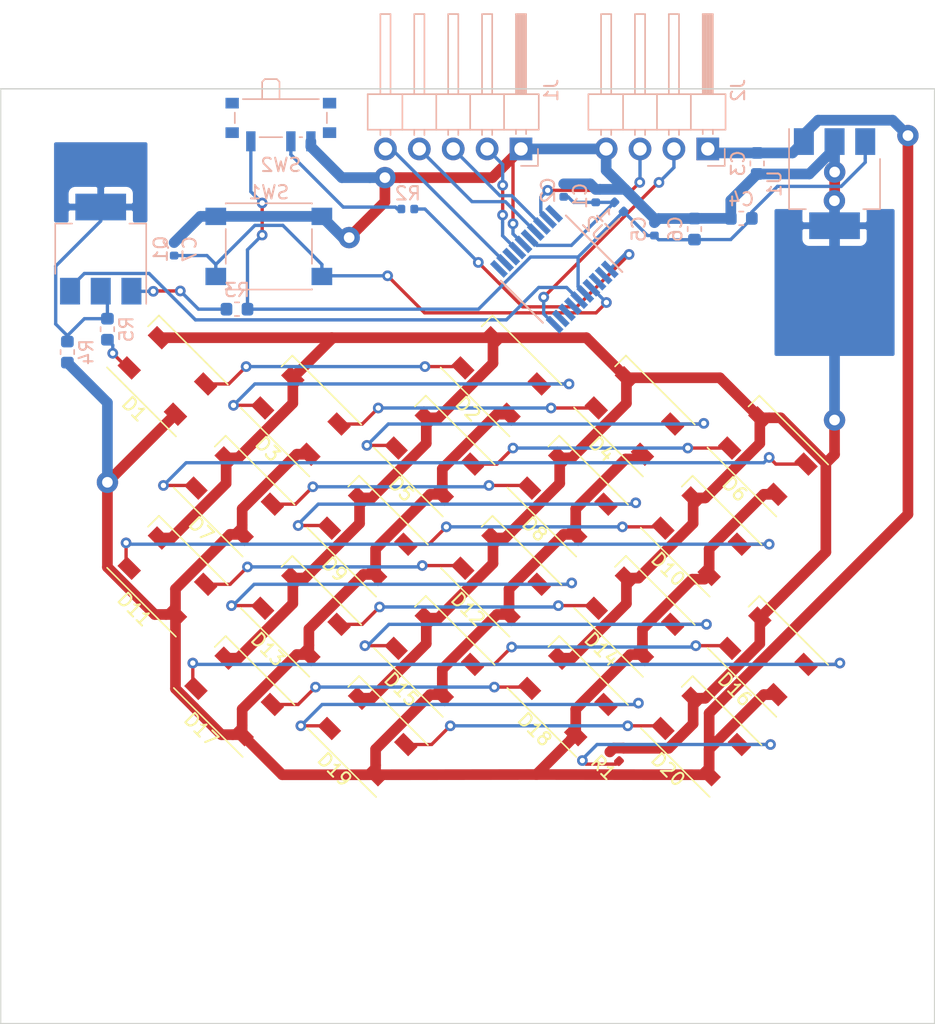
<source format=kicad_pcb>
(kicad_pcb (version 20171130) (host pcbnew 5.1.5)

  (general
    (thickness 1.6)
    (drawings 4)
    (tracks 529)
    (zones 0)
    (modules 40)
    (nets 38)
  )

  (page A4)
  (layers
    (0 F.Cu signal)
    (31 B.Cu signal)
    (32 B.Adhes user)
    (33 F.Adhes user)
    (34 B.Paste user)
    (35 F.Paste user)
    (36 B.SilkS user)
    (37 F.SilkS user)
    (38 B.Mask user)
    (39 F.Mask user)
    (40 Dwgs.User user)
    (41 Cmts.User user)
    (42 Eco1.User user)
    (43 Eco2.User user)
    (44 Edge.Cuts user)
    (45 Margin user)
    (46 B.CrtYd user)
    (47 F.CrtYd user)
    (48 B.Fab user)
    (49 F.Fab user)
  )

  (setup
    (last_trace_width 0.25)
    (user_trace_width 0.25)
    (trace_clearance 0.15)
    (zone_clearance 0.508)
    (zone_45_only no)
    (trace_min 0.2)
    (via_size 0.8)
    (via_drill 0.4)
    (via_min_size 0.4)
    (via_min_drill 0.3)
    (uvia_size 0.3)
    (uvia_drill 0.1)
    (uvias_allowed no)
    (uvia_min_size 0.2)
    (uvia_min_drill 0.1)
    (edge_width 0.05)
    (segment_width 0.2)
    (pcb_text_width 0.3)
    (pcb_text_size 1.5 1.5)
    (mod_edge_width 0.12)
    (mod_text_size 1 1)
    (mod_text_width 0.15)
    (pad_size 1.524 1.524)
    (pad_drill 0.762)
    (pad_to_mask_clearance 0.051)
    (solder_mask_min_width 0.25)
    (aux_axis_origin 0 0)
    (visible_elements FFFFFF7F)
    (pcbplotparams
      (layerselection 0x010fc_ffffffff)
      (usegerberextensions false)
      (usegerberattributes false)
      (usegerberadvancedattributes false)
      (creategerberjobfile false)
      (excludeedgelayer true)
      (linewidth 0.100000)
      (plotframeref false)
      (viasonmask false)
      (mode 1)
      (useauxorigin false)
      (hpglpennumber 1)
      (hpglpenspeed 20)
      (hpglpendiameter 15.000000)
      (psnegative false)
      (psa4output false)
      (plotreference true)
      (plotvalue true)
      (plotinvisibletext false)
      (padsonsilk false)
      (subtractmaskfromsilk false)
      (outputformat 1)
      (mirror false)
      (drillshape 0)
      (scaleselection 1)
      (outputdirectory ""))
  )

  (net 0 "")
  (net 1 GND)
  (net 2 +3.3VA)
  (net 3 +3V3)
  (net 4 +5V)
  (net 5 /CTS)
  (net 6 /TX)
  (net 7 /RX)
  (net 8 /RTS)
  (net 9 /SDA)
  (net 10 /SCL)
  (net 11 "Net-(D1-Pad4)")
  (net 12 "Net-(D2-Pad4)")
  (net 13 "Net-(D19-Pad4)")
  (net 14 "Net-(D3-Pad4)")
  (net 15 "Net-(D4-Pad4)")
  (net 16 "Net-(D5-Pad4)")
  (net 17 "Net-(D6-Pad4)")
  (net 18 "Net-(D7-Pad4)")
  (net 19 "Net-(D10-Pad2)")
  (net 20 "Net-(D10-Pad4)")
  (net 21 "Net-(D11-Pad4)")
  (net 22 "Net-(D12-Pad4)")
  (net 23 "Net-(D13-Pad4)")
  (net 24 "Net-(D14-Pad4)")
  (net 25 "Net-(D15-Pad4)")
  (net 26 "Net-(D16-Pad4)")
  (net 27 "Net-(D17-Pad4)")
  (net 28 "Net-(D18-Pad4)")
  (net 29 /digits/DATA_OUT)
  (net 30 /Dat_in)
  (net 31 "Net-(C7-Pad1)")
  (net 32 "Net-(D8-Pad4)")
  (net 33 "Net-(R2-Pad2)")
  (net 34 "Net-(R2-Pad1)")
  (net 35 "Net-(Q1-Pad1)")
  (net 36 /Dat)
  (net 37 "Net-(Q1-Pad2)")

  (net_class Default "Dies ist die voreingestellte Netzklasse."
    (clearance 0.15)
    (trace_width 0.25)
    (via_dia 0.8)
    (via_drill 0.4)
    (uvia_dia 0.3)
    (uvia_drill 0.1)
    (add_net +3.3VA)
    (add_net +3V3)
    (add_net /CTS)
    (add_net /Dat)
    (add_net /Dat_in)
    (add_net /RTS)
    (add_net /RX)
    (add_net /SCL)
    (add_net /SDA)
    (add_net /TX)
    (add_net /digits/DATA_OUT)
    (add_net "Net-(C7-Pad1)")
    (add_net "Net-(D1-Pad4)")
    (add_net "Net-(D10-Pad2)")
    (add_net "Net-(D10-Pad4)")
    (add_net "Net-(D11-Pad4)")
    (add_net "Net-(D12-Pad4)")
    (add_net "Net-(D13-Pad4)")
    (add_net "Net-(D14-Pad4)")
    (add_net "Net-(D15-Pad4)")
    (add_net "Net-(D16-Pad4)")
    (add_net "Net-(D17-Pad4)")
    (add_net "Net-(D18-Pad4)")
    (add_net "Net-(D19-Pad4)")
    (add_net "Net-(D2-Pad4)")
    (add_net "Net-(D3-Pad4)")
    (add_net "Net-(D4-Pad4)")
    (add_net "Net-(D5-Pad4)")
    (add_net "Net-(D6-Pad4)")
    (add_net "Net-(D7-Pad4)")
    (add_net "Net-(D8-Pad4)")
    (add_net "Net-(Q1-Pad1)")
    (add_net "Net-(Q1-Pad2)")
    (add_net "Net-(R2-Pad1)")
    (add_net "Net-(R2-Pad2)")
  )

  (net_class Power ""
    (clearance 0.15)
    (trace_width 0.8)
    (via_dia 0.8)
    (via_drill 0.6)
    (uvia_dia 0.3)
    (uvia_drill 0.1)
    (add_net +5V)
    (add_net GND)
  )

  (module Package_TO_SOT_SMD:SOT-223-3_TabPin2 (layer B.Cu) (tedit 5A02FF57) (tstamp 5E58BB89)
    (at 72.5 17.1 270)
    (descr "module CMS SOT223 4 pins")
    (tags "CMS SOT")
    (path /5DC94C79)
    (attr smd)
    (fp_text reference U1 (at 0 4.5 90) (layer B.SilkS)
      (effects (font (size 1 1) (thickness 0.15)) (justify mirror))
    )
    (fp_text value AP7361C-33E (at 0 -4.5 90) (layer B.Fab)
      (effects (font (size 1 1) (thickness 0.15)) (justify mirror))
    )
    (fp_line (start 1.85 3.35) (end 1.85 -3.35) (layer B.Fab) (width 0.1))
    (fp_line (start -1.85 -3.35) (end 1.85 -3.35) (layer B.Fab) (width 0.1))
    (fp_line (start -4.1 3.41) (end 1.91 3.41) (layer B.SilkS) (width 0.12))
    (fp_line (start -0.85 3.35) (end 1.85 3.35) (layer B.Fab) (width 0.1))
    (fp_line (start -1.85 -3.41) (end 1.91 -3.41) (layer B.SilkS) (width 0.12))
    (fp_line (start -1.85 2.35) (end -1.85 -3.35) (layer B.Fab) (width 0.1))
    (fp_line (start -1.85 2.35) (end -0.85 3.35) (layer B.Fab) (width 0.1))
    (fp_line (start -4.4 3.6) (end -4.4 -3.6) (layer B.CrtYd) (width 0.05))
    (fp_line (start -4.4 -3.6) (end 4.4 -3.6) (layer B.CrtYd) (width 0.05))
    (fp_line (start 4.4 -3.6) (end 4.4 3.6) (layer B.CrtYd) (width 0.05))
    (fp_line (start 4.4 3.6) (end -4.4 3.6) (layer B.CrtYd) (width 0.05))
    (fp_line (start 1.91 3.41) (end 1.91 2.15) (layer B.SilkS) (width 0.12))
    (fp_line (start 1.91 -3.41) (end 1.91 -2.15) (layer B.SilkS) (width 0.12))
    (fp_text user %R (at 0 0 180) (layer B.Fab)
      (effects (font (size 0.8 0.8) (thickness 0.12)) (justify mirror))
    )
    (pad 1 smd rect (at -3.15 2.3 270) (size 2 1.5) (layers B.Cu B.Paste B.Mask)
      (net 4 +5V))
    (pad 3 smd rect (at -3.15 -2.3 270) (size 2 1.5) (layers B.Cu B.Paste B.Mask)
      (net 3 +3V3))
    (pad 2 smd rect (at -3.15 0 270) (size 2 1.5) (layers B.Cu B.Paste B.Mask)
      (net 1 GND))
    (pad 2 smd rect (at 3.15 0 270) (size 2 3.8) (layers B.Cu B.Paste B.Mask)
      (net 1 GND))
    (model ${KISYS3DMOD}/Package_TO_SOT_SMD.3dshapes/SOT-223.wrl
      (at (xyz 0 0 0))
      (scale (xyz 1 1 1))
      (rotate (xyz 0 0 0))
    )
  )

  (module LED_SMD:LED_SK6812_PLCC4_5.0x5.0mm_P3.2mm (layer F.Cu) (tedit 5AA4B263) (tstamp 5E582B70)
    (at 52.5 55.5 135)
    (descr https://cdn-shop.adafruit.com/product-files/1138/SK6812+LED+datasheet+.pdf)
    (tags "LED RGB NeoPixel")
    (path /5DC8AC6D/5DCB3721)
    (attr smd)
    (fp_text reference D18 (at 0 -3.5 135) (layer F.SilkS)
      (effects (font (size 1 1) (thickness 0.15)))
    )
    (fp_text value SK6812 (at 0 4 135) (layer F.Fab)
      (effects (font (size 1 1) (thickness 0.15)))
    )
    (fp_circle (center 0 0) (end 0 -2) (layer F.Fab) (width 0.1))
    (fp_line (start 3.65 2.75) (end 3.65 1.6) (layer F.SilkS) (width 0.12))
    (fp_line (start -3.65 2.75) (end 3.65 2.75) (layer F.SilkS) (width 0.12))
    (fp_line (start -3.65 -2.75) (end 3.65 -2.75) (layer F.SilkS) (width 0.12))
    (fp_line (start 2.5 -2.5) (end -2.5 -2.5) (layer F.Fab) (width 0.1))
    (fp_line (start 2.5 2.5) (end 2.5 -2.5) (layer F.Fab) (width 0.1))
    (fp_line (start -2.5 2.5) (end 2.5 2.5) (layer F.Fab) (width 0.1))
    (fp_line (start -2.5 -2.5) (end -2.5 2.5) (layer F.Fab) (width 0.1))
    (fp_line (start 2.5 1.5) (end 1.5 2.5) (layer F.Fab) (width 0.1))
    (fp_line (start -3.45 -2.75) (end -3.45 2.75) (layer F.CrtYd) (width 0.05))
    (fp_line (start -3.45 2.75) (end 3.45 2.75) (layer F.CrtYd) (width 0.05))
    (fp_line (start 3.45 2.75) (end 3.45 -2.75) (layer F.CrtYd) (width 0.05))
    (fp_line (start 3.45 -2.75) (end -3.45 -2.75) (layer F.CrtYd) (width 0.05))
    (fp_text user %R (at 0 0 135) (layer F.Fab)
      (effects (font (size 0.8 0.8) (thickness 0.15)))
    )
    (pad 3 smd rect (at -2.45 -1.6 135) (size 1.5 1) (layers F.Cu F.Paste F.Mask)
      (net 4 +5V))
    (pad 4 smd rect (at -2.45 1.6 135) (size 1.5 1) (layers F.Cu F.Paste F.Mask)
      (net 28 "Net-(D18-Pad4)"))
    (pad 2 smd rect (at 2.45 -1.6 135) (size 1.5 1) (layers F.Cu F.Paste F.Mask)
      (net 27 "Net-(D17-Pad4)"))
    (pad 1 smd rect (at 2.45 1.6 135) (size 1.5 1) (layers F.Cu F.Paste F.Mask)
      (net 1 GND))
    (model ${KISYS3DMOD}/LED_SMD.3dshapes/LED_SK6812_PLCC4_5.0x5.0mm_P3.2mm.wrl
      (at (xyz 0 0 0))
      (scale (xyz 1 1 1))
      (rotate (xyz 0 0 0))
    )
  )

  (module Resistor_SMD:R_0603_1608Metric (layer B.Cu) (tedit 5B301BBD) (tstamp 5E58410F)
    (at 18 28 90)
    (descr "Resistor SMD 0603 (1608 Metric), square (rectangular) end terminal, IPC_7351 nominal, (Body size source: http://www.tortai-tech.com/upload/download/2011102023233369053.pdf), generated with kicad-footprint-generator")
    (tags resistor)
    (path /5E59D6AE)
    (attr smd)
    (fp_text reference R5 (at 0 1.43 90) (layer B.SilkS)
      (effects (font (size 1 1) (thickness 0.15)) (justify mirror))
    )
    (fp_text value 470 (at 0 -1.43 90) (layer B.Fab)
      (effects (font (size 1 1) (thickness 0.15)) (justify mirror))
    )
    (fp_text user %R (at 0 0 90) (layer B.Fab)
      (effects (font (size 0.4 0.4) (thickness 0.06)) (justify mirror))
    )
    (fp_line (start 1.48 -0.73) (end -1.48 -0.73) (layer B.CrtYd) (width 0.05))
    (fp_line (start 1.48 0.73) (end 1.48 -0.73) (layer B.CrtYd) (width 0.05))
    (fp_line (start -1.48 0.73) (end 1.48 0.73) (layer B.CrtYd) (width 0.05))
    (fp_line (start -1.48 -0.73) (end -1.48 0.73) (layer B.CrtYd) (width 0.05))
    (fp_line (start -0.162779 -0.51) (end 0.162779 -0.51) (layer B.SilkS) (width 0.12))
    (fp_line (start -0.162779 0.51) (end 0.162779 0.51) (layer B.SilkS) (width 0.12))
    (fp_line (start 0.8 -0.4) (end -0.8 -0.4) (layer B.Fab) (width 0.1))
    (fp_line (start 0.8 0.4) (end 0.8 -0.4) (layer B.Fab) (width 0.1))
    (fp_line (start -0.8 0.4) (end 0.8 0.4) (layer B.Fab) (width 0.1))
    (fp_line (start -0.8 -0.4) (end -0.8 0.4) (layer B.Fab) (width 0.1))
    (pad 2 smd roundrect (at 0.7875 0 90) (size 0.875 0.95) (layers B.Cu B.Paste B.Mask) (roundrect_rratio 0.25)
      (net 37 "Net-(Q1-Pad2)"))
    (pad 1 smd roundrect (at -0.7875 0 90) (size 0.875 0.95) (layers B.Cu B.Paste B.Mask) (roundrect_rratio 0.25)
      (net 30 /Dat_in))
    (model ${KISYS3DMOD}/Resistor_SMD.3dshapes/R_0603_1608Metric.wrl
      (at (xyz 0 0 0))
      (scale (xyz 1 1 1))
      (rotate (xyz 0 0 0))
    )
  )

  (module Resistor_SMD:R_0603_1608Metric (layer B.Cu) (tedit 5B301BBD) (tstamp 5E5846BA)
    (at 15 29.7125 90)
    (descr "Resistor SMD 0603 (1608 Metric), square (rectangular) end terminal, IPC_7351 nominal, (Body size source: http://www.tortai-tech.com/upload/download/2011102023233369053.pdf), generated with kicad-footprint-generator")
    (tags resistor)
    (path /5E59C7C3)
    (attr smd)
    (fp_text reference R4 (at 0 1.43 90) (layer B.SilkS)
      (effects (font (size 1 1) (thickness 0.15)) (justify mirror))
    )
    (fp_text value 6.8k (at 0 -1.43 90) (layer B.Fab)
      (effects (font (size 1 1) (thickness 0.15)) (justify mirror))
    )
    (fp_text user %R (at 0 0 90) (layer B.Fab)
      (effects (font (size 0.4 0.4) (thickness 0.06)) (justify mirror))
    )
    (fp_line (start 1.48 -0.73) (end -1.48 -0.73) (layer B.CrtYd) (width 0.05))
    (fp_line (start 1.48 0.73) (end 1.48 -0.73) (layer B.CrtYd) (width 0.05))
    (fp_line (start -1.48 0.73) (end 1.48 0.73) (layer B.CrtYd) (width 0.05))
    (fp_line (start -1.48 -0.73) (end -1.48 0.73) (layer B.CrtYd) (width 0.05))
    (fp_line (start -0.162779 -0.51) (end 0.162779 -0.51) (layer B.SilkS) (width 0.12))
    (fp_line (start -0.162779 0.51) (end 0.162779 0.51) (layer B.SilkS) (width 0.12))
    (fp_line (start 0.8 -0.4) (end -0.8 -0.4) (layer B.Fab) (width 0.1))
    (fp_line (start 0.8 0.4) (end 0.8 -0.4) (layer B.Fab) (width 0.1))
    (fp_line (start -0.8 0.4) (end 0.8 0.4) (layer B.Fab) (width 0.1))
    (fp_line (start -0.8 -0.4) (end -0.8 0.4) (layer B.Fab) (width 0.1))
    (pad 2 smd roundrect (at 0.7875 0 90) (size 0.875 0.95) (layers B.Cu B.Paste B.Mask) (roundrect_rratio 0.25)
      (net 37 "Net-(Q1-Pad2)"))
    (pad 1 smd roundrect (at -0.7875 0 90) (size 0.875 0.95) (layers B.Cu B.Paste B.Mask) (roundrect_rratio 0.25)
      (net 4 +5V))
    (model ${KISYS3DMOD}/Resistor_SMD.3dshapes/R_0603_1608Metric.wrl
      (at (xyz 0 0 0))
      (scale (xyz 1 1 1))
      (rotate (xyz 0 0 0))
    )
  )

  (module Resistor_SMD:R_0603_1608Metric (layer B.Cu) (tedit 5B301BBD) (tstamp 5E58774D)
    (at 27.7125 26.5 180)
    (descr "Resistor SMD 0603 (1608 Metric), square (rectangular) end terminal, IPC_7351 nominal, (Body size source: http://www.tortai-tech.com/upload/download/2011102023233369053.pdf), generated with kicad-footprint-generator")
    (tags resistor)
    (path /5E59BC22)
    (attr smd)
    (fp_text reference R3 (at 0 1.43) (layer B.SilkS)
      (effects (font (size 1 1) (thickness 0.15)) (justify mirror))
    )
    (fp_text value 2.2k (at 0 -1.43) (layer B.Fab)
      (effects (font (size 1 1) (thickness 0.15)) (justify mirror))
    )
    (fp_text user %R (at 0 0) (layer B.Fab)
      (effects (font (size 0.4 0.4) (thickness 0.06)) (justify mirror))
    )
    (fp_line (start 1.48 -0.73) (end -1.48 -0.73) (layer B.CrtYd) (width 0.05))
    (fp_line (start 1.48 0.73) (end 1.48 -0.73) (layer B.CrtYd) (width 0.05))
    (fp_line (start -1.48 0.73) (end 1.48 0.73) (layer B.CrtYd) (width 0.05))
    (fp_line (start -1.48 -0.73) (end -1.48 0.73) (layer B.CrtYd) (width 0.05))
    (fp_line (start -0.162779 -0.51) (end 0.162779 -0.51) (layer B.SilkS) (width 0.12))
    (fp_line (start -0.162779 0.51) (end 0.162779 0.51) (layer B.SilkS) (width 0.12))
    (fp_line (start 0.8 -0.4) (end -0.8 -0.4) (layer B.Fab) (width 0.1))
    (fp_line (start 0.8 0.4) (end 0.8 -0.4) (layer B.Fab) (width 0.1))
    (fp_line (start -0.8 0.4) (end 0.8 0.4) (layer B.Fab) (width 0.1))
    (fp_line (start -0.8 -0.4) (end -0.8 0.4) (layer B.Fab) (width 0.1))
    (pad 2 smd roundrect (at 0.7875 0 180) (size 0.875 0.95) (layers B.Cu B.Paste B.Mask) (roundrect_rratio 0.25)
      (net 35 "Net-(Q1-Pad1)"))
    (pad 1 smd roundrect (at -0.7875 0 180) (size 0.875 0.95) (layers B.Cu B.Paste B.Mask) (roundrect_rratio 0.25)
      (net 3 +3V3))
    (model ${KISYS3DMOD}/Resistor_SMD.3dshapes/R_0603_1608Metric.wrl
      (at (xyz 0 0 0))
      (scale (xyz 1 1 1))
      (rotate (xyz 0 0 0))
    )
  )

  (module Package_TO_SOT_SMD:SOT-223-3_TabPin2 (layer B.Cu) (tedit 5A02FF57) (tstamp 5E584405)
    (at 17.5 22 90)
    (descr "module CMS SOT223 4 pins")
    (tags "CMS SOT")
    (path /5E58DDBB)
    (attr smd)
    (fp_text reference Q1 (at 0 4.5 90) (layer B.SilkS)
      (effects (font (size 1 1) (thickness 0.15)) (justify mirror))
    )
    (fp_text value PZT2222A (at 0 -4.5 90) (layer B.Fab)
      (effects (font (size 1 1) (thickness 0.15)) (justify mirror))
    )
    (fp_line (start 1.85 3.35) (end 1.85 -3.35) (layer B.Fab) (width 0.1))
    (fp_line (start -1.85 -3.35) (end 1.85 -3.35) (layer B.Fab) (width 0.1))
    (fp_line (start -4.1 3.41) (end 1.91 3.41) (layer B.SilkS) (width 0.12))
    (fp_line (start -0.85 3.35) (end 1.85 3.35) (layer B.Fab) (width 0.1))
    (fp_line (start -1.85 -3.41) (end 1.91 -3.41) (layer B.SilkS) (width 0.12))
    (fp_line (start -1.85 2.35) (end -1.85 -3.35) (layer B.Fab) (width 0.1))
    (fp_line (start -1.85 2.35) (end -0.85 3.35) (layer B.Fab) (width 0.1))
    (fp_line (start -4.4 3.6) (end -4.4 -3.6) (layer B.CrtYd) (width 0.05))
    (fp_line (start -4.4 -3.6) (end 4.4 -3.6) (layer B.CrtYd) (width 0.05))
    (fp_line (start 4.4 -3.6) (end 4.4 3.6) (layer B.CrtYd) (width 0.05))
    (fp_line (start 4.4 3.6) (end -4.4 3.6) (layer B.CrtYd) (width 0.05))
    (fp_line (start 1.91 3.41) (end 1.91 2.15) (layer B.SilkS) (width 0.12))
    (fp_line (start 1.91 -3.41) (end 1.91 -2.15) (layer B.SilkS) (width 0.12))
    (fp_text user %R (at 0 0 180) (layer B.Fab)
      (effects (font (size 0.8 0.8) (thickness 0.12)) (justify mirror))
    )
    (pad 1 smd rect (at -3.15 2.3 90) (size 2 1.5) (layers B.Cu B.Paste B.Mask)
      (net 35 "Net-(Q1-Pad1)"))
    (pad 3 smd rect (at -3.15 -2.3 90) (size 2 1.5) (layers B.Cu B.Paste B.Mask)
      (net 36 /Dat))
    (pad 2 smd rect (at -3.15 0 90) (size 2 1.5) (layers B.Cu B.Paste B.Mask)
      (net 37 "Net-(Q1-Pad2)"))
    (pad 2 smd rect (at 3.15 0 90) (size 2 3.8) (layers B.Cu B.Paste B.Mask)
      (net 37 "Net-(Q1-Pad2)"))
    (model ${KISYS3DMOD}/Package_TO_SOT_SMD.3dshapes/SOT-223.wrl
      (at (xyz 0 0 0))
      (scale (xyz 1 1 1))
      (rotate (xyz 0 0 0))
    )
  )

  (module Resistor_SMD:R_0402_1005Metric (layer F.Cu) (tedit 5B301BBD) (tstamp 5E582D61)
    (at 56 60 135)
    (descr "Resistor SMD 0402 (1005 Metric), square (rectangular) end terminal, IPC_7351 nominal, (Body size source: http://www.tortai-tech.com/upload/download/2011102023233369053.pdf), generated with kicad-footprint-generator")
    (tags resistor)
    (path /5E585311)
    (attr smd)
    (fp_text reference R1 (at 0 -1.17 135) (layer F.SilkS)
      (effects (font (size 1 1) (thickness 0.15)))
    )
    (fp_text value 10k (at 0 1.17 135) (layer F.Fab)
      (effects (font (size 1 1) (thickness 0.15)))
    )
    (fp_text user %R (at 0 0 135) (layer F.Fab)
      (effects (font (size 0.25 0.25) (thickness 0.04)))
    )
    (fp_line (start 0.93 0.47) (end -0.93 0.47) (layer F.CrtYd) (width 0.05))
    (fp_line (start 0.93 -0.47) (end 0.93 0.47) (layer F.CrtYd) (width 0.05))
    (fp_line (start -0.93 -0.47) (end 0.93 -0.47) (layer F.CrtYd) (width 0.05))
    (fp_line (start -0.93 0.47) (end -0.93 -0.47) (layer F.CrtYd) (width 0.05))
    (fp_line (start 0.5 0.25) (end -0.5 0.25) (layer F.Fab) (width 0.1))
    (fp_line (start 0.5 -0.25) (end 0.5 0.25) (layer F.Fab) (width 0.1))
    (fp_line (start -0.5 -0.25) (end 0.5 -0.25) (layer F.Fab) (width 0.1))
    (fp_line (start -0.5 0.25) (end -0.5 -0.25) (layer F.Fab) (width 0.1))
    (pad 2 smd roundrect (at 0.485 0 135) (size 0.59 0.64) (layers F.Cu F.Paste F.Mask) (roundrect_rratio 0.25)
      (net 1 GND))
    (pad 1 smd roundrect (at -0.485 0 135) (size 0.59 0.64) (layers F.Cu F.Paste F.Mask) (roundrect_rratio 0.25)
      (net 29 /digits/DATA_OUT))
    (model ${KISYS3DMOD}/Resistor_SMD.3dshapes/R_0402_1005Metric.wrl
      (at (xyz 0 0 0))
      (scale (xyz 1 1 1))
      (rotate (xyz 0 0 0))
    )
  )

  (module LED_SMD:LED_SK6812_PLCC4_5.0x5.0mm_P3.2mm (layer F.Cu) (tedit 5AA4B263) (tstamp 5E582E8E)
    (at 62.5 58.5 135)
    (descr https://cdn-shop.adafruit.com/product-files/1138/SK6812+LED+datasheet+.pdf)
    (tags "LED RGB NeoPixel")
    (path /5DC8AC6D/5DCB3735)
    (attr smd)
    (fp_text reference D20 (at 0 -3.5 135) (layer F.SilkS)
      (effects (font (size 1 1) (thickness 0.15)))
    )
    (fp_text value SK6812 (at 0 4 135) (layer F.Fab)
      (effects (font (size 1 1) (thickness 0.15)))
    )
    (fp_text user %R (at 0 0 135) (layer F.Fab)
      (effects (font (size 0.8 0.8) (thickness 0.15)))
    )
    (fp_line (start 3.45 -2.75) (end -3.45 -2.75) (layer F.CrtYd) (width 0.05))
    (fp_line (start 3.45 2.75) (end 3.45 -2.75) (layer F.CrtYd) (width 0.05))
    (fp_line (start -3.45 2.75) (end 3.45 2.75) (layer F.CrtYd) (width 0.05))
    (fp_line (start -3.45 -2.75) (end -3.45 2.75) (layer F.CrtYd) (width 0.05))
    (fp_line (start 2.5 1.5) (end 1.5 2.5) (layer F.Fab) (width 0.1))
    (fp_line (start -2.5 -2.5) (end -2.5 2.5) (layer F.Fab) (width 0.1))
    (fp_line (start -2.5 2.5) (end 2.5 2.5) (layer F.Fab) (width 0.1))
    (fp_line (start 2.5 2.5) (end 2.5 -2.5) (layer F.Fab) (width 0.1))
    (fp_line (start 2.5 -2.5) (end -2.5 -2.5) (layer F.Fab) (width 0.1))
    (fp_line (start -3.65 -2.75) (end 3.65 -2.75) (layer F.SilkS) (width 0.12))
    (fp_line (start -3.65 2.75) (end 3.65 2.75) (layer F.SilkS) (width 0.12))
    (fp_line (start 3.65 2.75) (end 3.65 1.6) (layer F.SilkS) (width 0.12))
    (fp_circle (center 0 0) (end 0 -2) (layer F.Fab) (width 0.1))
    (pad 1 smd rect (at 2.45 1.6 135) (size 1.5 1) (layers F.Cu F.Paste F.Mask)
      (net 1 GND))
    (pad 2 smd rect (at 2.45 -1.6 135) (size 1.5 1) (layers F.Cu F.Paste F.Mask)
      (net 13 "Net-(D19-Pad4)"))
    (pad 4 smd rect (at -2.45 1.6 135) (size 1.5 1) (layers F.Cu F.Paste F.Mask)
      (net 29 /digits/DATA_OUT))
    (pad 3 smd rect (at -2.45 -1.6 135) (size 1.5 1) (layers F.Cu F.Paste F.Mask)
      (net 4 +5V))
    (model ${KISYS3DMOD}/LED_SMD.3dshapes/LED_SK6812_PLCC4_5.0x5.0mm_P3.2mm.wrl
      (at (xyz 0 0 0))
      (scale (xyz 1 1 1))
      (rotate (xyz 0 0 0))
    )
  )

  (module LED_SMD:LED_SK6812_PLCC4_5.0x5.0mm_P3.2mm (layer F.Cu) (tedit 5AA4B263) (tstamp 5E582E4F)
    (at 62.5 43.5 135)
    (descr https://cdn-shop.adafruit.com/product-files/1138/SK6812+LED+datasheet+.pdf)
    (tags "LED RGB NeoPixel")
    (path /5DC8AC6D/5DC9D18D)
    (attr smd)
    (fp_text reference D10 (at 0 -3.5 135) (layer F.SilkS)
      (effects (font (size 1 1) (thickness 0.15)))
    )
    (fp_text value SK6812 (at 0 4 135) (layer F.Fab)
      (effects (font (size 1 1) (thickness 0.15)))
    )
    (fp_circle (center 0 0) (end 0 -2) (layer F.Fab) (width 0.1))
    (fp_line (start 3.65 2.75) (end 3.65 1.6) (layer F.SilkS) (width 0.12))
    (fp_line (start -3.65 2.75) (end 3.65 2.75) (layer F.SilkS) (width 0.12))
    (fp_line (start -3.65 -2.75) (end 3.65 -2.75) (layer F.SilkS) (width 0.12))
    (fp_line (start 2.5 -2.5) (end -2.5 -2.5) (layer F.Fab) (width 0.1))
    (fp_line (start 2.5 2.5) (end 2.5 -2.5) (layer F.Fab) (width 0.1))
    (fp_line (start -2.5 2.5) (end 2.5 2.5) (layer F.Fab) (width 0.1))
    (fp_line (start -2.5 -2.5) (end -2.5 2.5) (layer F.Fab) (width 0.1))
    (fp_line (start 2.5 1.5) (end 1.5 2.5) (layer F.Fab) (width 0.1))
    (fp_line (start -3.45 -2.75) (end -3.45 2.75) (layer F.CrtYd) (width 0.05))
    (fp_line (start -3.45 2.75) (end 3.45 2.75) (layer F.CrtYd) (width 0.05))
    (fp_line (start 3.45 2.75) (end 3.45 -2.75) (layer F.CrtYd) (width 0.05))
    (fp_line (start 3.45 -2.75) (end -3.45 -2.75) (layer F.CrtYd) (width 0.05))
    (fp_text user %R (at 0 0 135) (layer F.Fab)
      (effects (font (size 0.8 0.8) (thickness 0.15)))
    )
    (pad 3 smd rect (at -2.45 -1.6 135) (size 1.5 1) (layers F.Cu F.Paste F.Mask)
      (net 4 +5V))
    (pad 4 smd rect (at -2.45 1.6 135) (size 1.5 1) (layers F.Cu F.Paste F.Mask)
      (net 20 "Net-(D10-Pad4)"))
    (pad 2 smd rect (at 2.45 -1.6 135) (size 1.5 1) (layers F.Cu F.Paste F.Mask)
      (net 19 "Net-(D10-Pad2)"))
    (pad 1 smd rect (at 2.45 1.6 135) (size 1.5 1) (layers F.Cu F.Paste F.Mask)
      (net 1 GND))
    (model ${KISYS3DMOD}/LED_SMD.3dshapes/LED_SK6812_PLCC4_5.0x5.0mm_P3.2mm.wrl
      (at (xyz 0 0 0))
      (scale (xyz 1 1 1))
      (rotate (xyz 0 0 0))
    )
  )

  (module LED_SMD:LED_SK6812_PLCC4_5.0x5.0mm_P3.2mm (layer F.Cu) (tedit 5AA4B263) (tstamp 5E582DD1)
    (at 37.5 58.5 135)
    (descr https://cdn-shop.adafruit.com/product-files/1138/SK6812+LED+datasheet+.pdf)
    (tags "LED RGB NeoPixel")
    (path /5DC8AC6D/5DCB372B)
    (attr smd)
    (fp_text reference D19 (at 0 -3.5 135) (layer F.SilkS)
      (effects (font (size 1 1) (thickness 0.15)))
    )
    (fp_text value SK6812 (at 0 4 135) (layer F.Fab)
      (effects (font (size 1 1) (thickness 0.15)))
    )
    (fp_text user %R (at 0 0 135) (layer F.Fab)
      (effects (font (size 0.8 0.8) (thickness 0.15)))
    )
    (fp_line (start 3.45 -2.75) (end -3.45 -2.75) (layer F.CrtYd) (width 0.05))
    (fp_line (start 3.45 2.75) (end 3.45 -2.75) (layer F.CrtYd) (width 0.05))
    (fp_line (start -3.45 2.75) (end 3.45 2.75) (layer F.CrtYd) (width 0.05))
    (fp_line (start -3.45 -2.75) (end -3.45 2.75) (layer F.CrtYd) (width 0.05))
    (fp_line (start 2.5 1.5) (end 1.5 2.5) (layer F.Fab) (width 0.1))
    (fp_line (start -2.5 -2.5) (end -2.5 2.5) (layer F.Fab) (width 0.1))
    (fp_line (start -2.5 2.5) (end 2.5 2.5) (layer F.Fab) (width 0.1))
    (fp_line (start 2.5 2.5) (end 2.5 -2.5) (layer F.Fab) (width 0.1))
    (fp_line (start 2.5 -2.5) (end -2.5 -2.5) (layer F.Fab) (width 0.1))
    (fp_line (start -3.65 -2.75) (end 3.65 -2.75) (layer F.SilkS) (width 0.12))
    (fp_line (start -3.65 2.75) (end 3.65 2.75) (layer F.SilkS) (width 0.12))
    (fp_line (start 3.65 2.75) (end 3.65 1.6) (layer F.SilkS) (width 0.12))
    (fp_circle (center 0 0) (end 0 -2) (layer F.Fab) (width 0.1))
    (pad 1 smd rect (at 2.45 1.6 135) (size 1.5 1) (layers F.Cu F.Paste F.Mask)
      (net 1 GND))
    (pad 2 smd rect (at 2.45 -1.6 135) (size 1.5 1) (layers F.Cu F.Paste F.Mask)
      (net 28 "Net-(D18-Pad4)"))
    (pad 4 smd rect (at -2.45 1.6 135) (size 1.5 1) (layers F.Cu F.Paste F.Mask)
      (net 13 "Net-(D19-Pad4)"))
    (pad 3 smd rect (at -2.45 -1.6 135) (size 1.5 1) (layers F.Cu F.Paste F.Mask)
      (net 4 +5V))
    (model ${KISYS3DMOD}/LED_SMD.3dshapes/LED_SK6812_PLCC4_5.0x5.0mm_P3.2mm.wrl
      (at (xyz 0 0 0))
      (scale (xyz 1 1 1))
      (rotate (xyz 0 0 0))
    )
  )

  (module LED_SMD:LED_SK6812_PLCC4_5.0x5.0mm_P3.2mm (layer F.Cu) (tedit 5AA4B263) (tstamp 5E582D92)
    (at 37.5 43.5 135)
    (descr https://cdn-shop.adafruit.com/product-files/1138/SK6812+LED+datasheet+.pdf)
    (tags "LED RGB NeoPixel")
    (path /5DC8AC6D/5DC9D183)
    (attr smd)
    (fp_text reference D9 (at 0 -3.5 135) (layer F.SilkS)
      (effects (font (size 1 1) (thickness 0.15)))
    )
    (fp_text value SK6812 (at 0 4 135) (layer F.Fab)
      (effects (font (size 1 1) (thickness 0.15)))
    )
    (fp_circle (center 0 0) (end 0 -2) (layer F.Fab) (width 0.1))
    (fp_line (start 3.65 2.75) (end 3.65 1.6) (layer F.SilkS) (width 0.12))
    (fp_line (start -3.65 2.75) (end 3.65 2.75) (layer F.SilkS) (width 0.12))
    (fp_line (start -3.65 -2.75) (end 3.65 -2.75) (layer F.SilkS) (width 0.12))
    (fp_line (start 2.5 -2.5) (end -2.5 -2.5) (layer F.Fab) (width 0.1))
    (fp_line (start 2.5 2.5) (end 2.5 -2.5) (layer F.Fab) (width 0.1))
    (fp_line (start -2.5 2.5) (end 2.5 2.5) (layer F.Fab) (width 0.1))
    (fp_line (start -2.5 -2.5) (end -2.5 2.5) (layer F.Fab) (width 0.1))
    (fp_line (start 2.5 1.5) (end 1.5 2.5) (layer F.Fab) (width 0.1))
    (fp_line (start -3.45 -2.75) (end -3.45 2.75) (layer F.CrtYd) (width 0.05))
    (fp_line (start -3.45 2.75) (end 3.45 2.75) (layer F.CrtYd) (width 0.05))
    (fp_line (start 3.45 2.75) (end 3.45 -2.75) (layer F.CrtYd) (width 0.05))
    (fp_line (start 3.45 -2.75) (end -3.45 -2.75) (layer F.CrtYd) (width 0.05))
    (fp_text user %R (at 0 0 135) (layer F.Fab)
      (effects (font (size 0.8 0.8) (thickness 0.15)))
    )
    (pad 3 smd rect (at -2.45 -1.6 135) (size 1.5 1) (layers F.Cu F.Paste F.Mask)
      (net 4 +5V))
    (pad 4 smd rect (at -2.45 1.6 135) (size 1.5 1) (layers F.Cu F.Paste F.Mask)
      (net 19 "Net-(D10-Pad2)"))
    (pad 2 smd rect (at 2.45 -1.6 135) (size 1.5 1) (layers F.Cu F.Paste F.Mask)
      (net 32 "Net-(D8-Pad4)"))
    (pad 1 smd rect (at 2.45 1.6 135) (size 1.5 1) (layers F.Cu F.Paste F.Mask)
      (net 1 GND))
    (model ${KISYS3DMOD}/LED_SMD.3dshapes/LED_SK6812_PLCC4_5.0x5.0mm_P3.2mm.wrl
      (at (xyz 0 0 0))
      (scale (xyz 1 1 1))
      (rotate (xyz 0 0 0))
    )
  )

  (module LED_SMD:LED_SK6812_PLCC4_5.0x5.0mm_P3.2mm (layer F.Cu) (tedit 5AA4B263) (tstamp 5E582D29)
    (at 52.5 40.5 135)
    (descr https://cdn-shop.adafruit.com/product-files/1138/SK6812+LED+datasheet+.pdf)
    (tags "LED RGB NeoPixel")
    (path /5DC8AC6D/5DC9319D)
    (attr smd)
    (fp_text reference D8 (at 0 -3.5 135) (layer F.SilkS)
      (effects (font (size 1 1) (thickness 0.15)))
    )
    (fp_text value SK6812 (at 0 4 135) (layer F.Fab)
      (effects (font (size 1 1) (thickness 0.15)))
    )
    (fp_circle (center 0 0) (end 0 -2) (layer F.Fab) (width 0.1))
    (fp_line (start 3.65 2.75) (end 3.65 1.6) (layer F.SilkS) (width 0.12))
    (fp_line (start -3.65 2.75) (end 3.65 2.75) (layer F.SilkS) (width 0.12))
    (fp_line (start -3.65 -2.75) (end 3.65 -2.75) (layer F.SilkS) (width 0.12))
    (fp_line (start 2.5 -2.5) (end -2.5 -2.5) (layer F.Fab) (width 0.1))
    (fp_line (start 2.5 2.5) (end 2.5 -2.5) (layer F.Fab) (width 0.1))
    (fp_line (start -2.5 2.5) (end 2.5 2.5) (layer F.Fab) (width 0.1))
    (fp_line (start -2.5 -2.5) (end -2.5 2.5) (layer F.Fab) (width 0.1))
    (fp_line (start 2.5 1.5) (end 1.5 2.5) (layer F.Fab) (width 0.1))
    (fp_line (start -3.45 -2.75) (end -3.45 2.75) (layer F.CrtYd) (width 0.05))
    (fp_line (start -3.45 2.75) (end 3.45 2.75) (layer F.CrtYd) (width 0.05))
    (fp_line (start 3.45 2.75) (end 3.45 -2.75) (layer F.CrtYd) (width 0.05))
    (fp_line (start 3.45 -2.75) (end -3.45 -2.75) (layer F.CrtYd) (width 0.05))
    (fp_text user %R (at 0 0 135) (layer F.Fab)
      (effects (font (size 0.8 0.8) (thickness 0.15)))
    )
    (pad 3 smd rect (at -2.45 -1.6 135) (size 1.5 1) (layers F.Cu F.Paste F.Mask)
      (net 4 +5V))
    (pad 4 smd rect (at -2.45 1.6 135) (size 1.5 1) (layers F.Cu F.Paste F.Mask)
      (net 32 "Net-(D8-Pad4)"))
    (pad 2 smd rect (at 2.45 -1.6 135) (size 1.5 1) (layers F.Cu F.Paste F.Mask)
      (net 18 "Net-(D7-Pad4)"))
    (pad 1 smd rect (at 2.45 1.6 135) (size 1.5 1) (layers F.Cu F.Paste F.Mask)
      (net 1 GND))
    (model ${KISYS3DMOD}/LED_SMD.3dshapes/LED_SK6812_PLCC4_5.0x5.0mm_P3.2mm.wrl
      (at (xyz 0 0 0))
      (scale (xyz 1 1 1))
      (rotate (xyz 0 0 0))
    )
  )

  (module LED_SMD:LED_SK6812_PLCC4_5.0x5.0mm_P3.2mm (layer F.Cu) (tedit 5AA4B263) (tstamp 5E582ECD)
    (at 27.5 55.5 135)
    (descr https://cdn-shop.adafruit.com/product-files/1138/SK6812+LED+datasheet+.pdf)
    (tags "LED RGB NeoPixel")
    (path /5DC8AC6D/5DCB3717)
    (attr smd)
    (fp_text reference D17 (at 0 -3.5 135) (layer F.SilkS)
      (effects (font (size 1 1) (thickness 0.15)))
    )
    (fp_text value SK6812 (at 0 4 135) (layer F.Fab)
      (effects (font (size 1 1) (thickness 0.15)))
    )
    (fp_circle (center 0 0) (end 0 -2) (layer F.Fab) (width 0.1))
    (fp_line (start 3.65 2.75) (end 3.65 1.6) (layer F.SilkS) (width 0.12))
    (fp_line (start -3.65 2.75) (end 3.65 2.75) (layer F.SilkS) (width 0.12))
    (fp_line (start -3.65 -2.75) (end 3.65 -2.75) (layer F.SilkS) (width 0.12))
    (fp_line (start 2.5 -2.5) (end -2.5 -2.5) (layer F.Fab) (width 0.1))
    (fp_line (start 2.5 2.5) (end 2.5 -2.5) (layer F.Fab) (width 0.1))
    (fp_line (start -2.5 2.5) (end 2.5 2.5) (layer F.Fab) (width 0.1))
    (fp_line (start -2.5 -2.5) (end -2.5 2.5) (layer F.Fab) (width 0.1))
    (fp_line (start 2.5 1.5) (end 1.5 2.5) (layer F.Fab) (width 0.1))
    (fp_line (start -3.45 -2.75) (end -3.45 2.75) (layer F.CrtYd) (width 0.05))
    (fp_line (start -3.45 2.75) (end 3.45 2.75) (layer F.CrtYd) (width 0.05))
    (fp_line (start 3.45 2.75) (end 3.45 -2.75) (layer F.CrtYd) (width 0.05))
    (fp_line (start 3.45 -2.75) (end -3.45 -2.75) (layer F.CrtYd) (width 0.05))
    (fp_text user %R (at 0 0 135) (layer F.Fab)
      (effects (font (size 0.8 0.8) (thickness 0.15)))
    )
    (pad 3 smd rect (at -2.45 -1.6 135) (size 1.5 1) (layers F.Cu F.Paste F.Mask)
      (net 4 +5V))
    (pad 4 smd rect (at -2.45 1.6 135) (size 1.5 1) (layers F.Cu F.Paste F.Mask)
      (net 27 "Net-(D17-Pad4)"))
    (pad 2 smd rect (at 2.45 -1.6 135) (size 1.5 1) (layers F.Cu F.Paste F.Mask)
      (net 26 "Net-(D16-Pad4)"))
    (pad 1 smd rect (at 2.45 1.6 135) (size 1.5 1) (layers F.Cu F.Paste F.Mask)
      (net 1 GND))
    (model ${KISYS3DMOD}/LED_SMD.3dshapes/LED_SK6812_PLCC4_5.0x5.0mm_P3.2mm.wrl
      (at (xyz 0 0 0))
      (scale (xyz 1 1 1))
      (rotate (xyz 0 0 0))
    )
  )

  (module LED_SMD:LED_SK6812_PLCC4_5.0x5.0mm_P3.2mm (layer F.Cu) (tedit 5AA4B263) (tstamp 5E582F4B)
    (at 27.5 40.5 135)
    (descr https://cdn-shop.adafruit.com/product-files/1138/SK6812+LED+datasheet+.pdf)
    (tags "LED RGB NeoPixel")
    (path /5DC8AC6D/5DC93193)
    (attr smd)
    (fp_text reference D7 (at 0 -3.5 135) (layer F.SilkS)
      (effects (font (size 1 1) (thickness 0.15)))
    )
    (fp_text value SK6812 (at 0 4 135) (layer F.Fab)
      (effects (font (size 1 1) (thickness 0.15)))
    )
    (fp_circle (center 0 0) (end 0 -2) (layer F.Fab) (width 0.1))
    (fp_line (start 3.65 2.75) (end 3.65 1.6) (layer F.SilkS) (width 0.12))
    (fp_line (start -3.65 2.75) (end 3.65 2.75) (layer F.SilkS) (width 0.12))
    (fp_line (start -3.65 -2.75) (end 3.65 -2.75) (layer F.SilkS) (width 0.12))
    (fp_line (start 2.5 -2.5) (end -2.5 -2.5) (layer F.Fab) (width 0.1))
    (fp_line (start 2.5 2.5) (end 2.5 -2.5) (layer F.Fab) (width 0.1))
    (fp_line (start -2.5 2.5) (end 2.5 2.5) (layer F.Fab) (width 0.1))
    (fp_line (start -2.5 -2.5) (end -2.5 2.5) (layer F.Fab) (width 0.1))
    (fp_line (start 2.5 1.5) (end 1.5 2.5) (layer F.Fab) (width 0.1))
    (fp_line (start -3.45 -2.75) (end -3.45 2.75) (layer F.CrtYd) (width 0.05))
    (fp_line (start -3.45 2.75) (end 3.45 2.75) (layer F.CrtYd) (width 0.05))
    (fp_line (start 3.45 2.75) (end 3.45 -2.75) (layer F.CrtYd) (width 0.05))
    (fp_line (start 3.45 -2.75) (end -3.45 -2.75) (layer F.CrtYd) (width 0.05))
    (fp_text user %R (at 0 0 135) (layer F.Fab)
      (effects (font (size 0.8 0.8) (thickness 0.15)))
    )
    (pad 3 smd rect (at -2.45 -1.6 135) (size 1.5 1) (layers F.Cu F.Paste F.Mask)
      (net 4 +5V))
    (pad 4 smd rect (at -2.45 1.6 135) (size 1.5 1) (layers F.Cu F.Paste F.Mask)
      (net 18 "Net-(D7-Pad4)"))
    (pad 2 smd rect (at 2.45 -1.6 135) (size 1.5 1) (layers F.Cu F.Paste F.Mask)
      (net 17 "Net-(D6-Pad4)"))
    (pad 1 smd rect (at 2.45 1.6 135) (size 1.5 1) (layers F.Cu F.Paste F.Mask)
      (net 1 GND))
    (model ${KISYS3DMOD}/LED_SMD.3dshapes/LED_SK6812_PLCC4_5.0x5.0mm_P3.2mm.wrl
      (at (xyz 0 0 0))
      (scale (xyz 1 1 1))
      (rotate (xyz 0 0 0))
    )
  )

  (module LED_SMD:LED_SK6812_PLCC4_5.0x5.0mm_P3.2mm (layer F.Cu) (tedit 5AA4B263) (tstamp 5E582E10)
    (at 67.5 52.5 135)
    (descr https://cdn-shop.adafruit.com/product-files/1138/SK6812+LED+datasheet+.pdf)
    (tags "LED RGB NeoPixel")
    (path /5DC8AC6D/5DCB370D)
    (attr smd)
    (fp_text reference D16 (at 0 -3.5 135) (layer F.SilkS)
      (effects (font (size 1 1) (thickness 0.15)))
    )
    (fp_text value SK6812 (at 0 4 135) (layer F.Fab)
      (effects (font (size 1 1) (thickness 0.15)))
    )
    (fp_circle (center 0 0) (end 0 -2) (layer F.Fab) (width 0.1))
    (fp_line (start 3.65 2.75) (end 3.65 1.6) (layer F.SilkS) (width 0.12))
    (fp_line (start -3.65 2.75) (end 3.65 2.75) (layer F.SilkS) (width 0.12))
    (fp_line (start -3.65 -2.75) (end 3.65 -2.75) (layer F.SilkS) (width 0.12))
    (fp_line (start 2.5 -2.5) (end -2.5 -2.5) (layer F.Fab) (width 0.1))
    (fp_line (start 2.5 2.5) (end 2.5 -2.5) (layer F.Fab) (width 0.1))
    (fp_line (start -2.5 2.5) (end 2.5 2.5) (layer F.Fab) (width 0.1))
    (fp_line (start -2.5 -2.5) (end -2.5 2.5) (layer F.Fab) (width 0.1))
    (fp_line (start 2.5 1.5) (end 1.5 2.5) (layer F.Fab) (width 0.1))
    (fp_line (start -3.45 -2.75) (end -3.45 2.75) (layer F.CrtYd) (width 0.05))
    (fp_line (start -3.45 2.75) (end 3.45 2.75) (layer F.CrtYd) (width 0.05))
    (fp_line (start 3.45 2.75) (end 3.45 -2.75) (layer F.CrtYd) (width 0.05))
    (fp_line (start 3.45 -2.75) (end -3.45 -2.75) (layer F.CrtYd) (width 0.05))
    (fp_text user %R (at 0 0 135) (layer F.Fab)
      (effects (font (size 0.8 0.8) (thickness 0.15)))
    )
    (pad 3 smd rect (at -2.45 -1.6 135) (size 1.5 1) (layers F.Cu F.Paste F.Mask)
      (net 4 +5V))
    (pad 4 smd rect (at -2.45 1.6 135) (size 1.5 1) (layers F.Cu F.Paste F.Mask)
      (net 26 "Net-(D16-Pad4)"))
    (pad 2 smd rect (at 2.45 -1.6 135) (size 1.5 1) (layers F.Cu F.Paste F.Mask)
      (net 25 "Net-(D15-Pad4)"))
    (pad 1 smd rect (at 2.45 1.6 135) (size 1.5 1) (layers F.Cu F.Paste F.Mask)
      (net 1 GND))
    (model ${KISYS3DMOD}/LED_SMD.3dshapes/LED_SK6812_PLCC4_5.0x5.0mm_P3.2mm.wrl
      (at (xyz 0 0 0))
      (scale (xyz 1 1 1))
      (rotate (xyz 0 0 0))
    )
  )

  (module LED_SMD:LED_SK6812_PLCC4_5.0x5.0mm_P3.2mm (layer F.Cu) (tedit 5AA4B263) (tstamp 5E582F0C)
    (at 67.5 37.5 135)
    (descr https://cdn-shop.adafruit.com/product-files/1138/SK6812+LED+datasheet+.pdf)
    (tags "LED RGB NeoPixel")
    (path /5DC8AC6D/5DC93189)
    (attr smd)
    (fp_text reference D6 (at 0 -3.5 135) (layer F.SilkS)
      (effects (font (size 1 1) (thickness 0.15)))
    )
    (fp_text value SK6812 (at 0 4 135) (layer F.Fab)
      (effects (font (size 1 1) (thickness 0.15)))
    )
    (fp_circle (center 0 0) (end 0 -2) (layer F.Fab) (width 0.1))
    (fp_line (start 3.65 2.75) (end 3.65 1.6) (layer F.SilkS) (width 0.12))
    (fp_line (start -3.65 2.75) (end 3.65 2.75) (layer F.SilkS) (width 0.12))
    (fp_line (start -3.65 -2.75) (end 3.65 -2.75) (layer F.SilkS) (width 0.12))
    (fp_line (start 2.5 -2.5) (end -2.5 -2.5) (layer F.Fab) (width 0.1))
    (fp_line (start 2.5 2.5) (end 2.5 -2.5) (layer F.Fab) (width 0.1))
    (fp_line (start -2.5 2.5) (end 2.5 2.5) (layer F.Fab) (width 0.1))
    (fp_line (start -2.5 -2.5) (end -2.5 2.5) (layer F.Fab) (width 0.1))
    (fp_line (start 2.5 1.5) (end 1.5 2.5) (layer F.Fab) (width 0.1))
    (fp_line (start -3.45 -2.75) (end -3.45 2.75) (layer F.CrtYd) (width 0.05))
    (fp_line (start -3.45 2.75) (end 3.45 2.75) (layer F.CrtYd) (width 0.05))
    (fp_line (start 3.45 2.75) (end 3.45 -2.75) (layer F.CrtYd) (width 0.05))
    (fp_line (start 3.45 -2.75) (end -3.45 -2.75) (layer F.CrtYd) (width 0.05))
    (fp_text user %R (at 0 0 135) (layer F.Fab)
      (effects (font (size 0.8 0.8) (thickness 0.15)))
    )
    (pad 3 smd rect (at -2.45 -1.6 135) (size 1.5 1) (layers F.Cu F.Paste F.Mask)
      (net 4 +5V))
    (pad 4 smd rect (at -2.45 1.6 135) (size 1.5 1) (layers F.Cu F.Paste F.Mask)
      (net 17 "Net-(D6-Pad4)"))
    (pad 2 smd rect (at 2.45 -1.6 135) (size 1.5 1) (layers F.Cu F.Paste F.Mask)
      (net 16 "Net-(D5-Pad4)"))
    (pad 1 smd rect (at 2.45 1.6 135) (size 1.5 1) (layers F.Cu F.Paste F.Mask)
      (net 1 GND))
    (model ${KISYS3DMOD}/LED_SMD.3dshapes/LED_SK6812_PLCC4_5.0x5.0mm_P3.2mm.wrl
      (at (xyz 0 0 0))
      (scale (xyz 1 1 1))
      (rotate (xyz 0 0 0))
    )
  )

  (module LED_SMD:LED_SK6812_PLCC4_5.0x5.0mm_P3.2mm (layer F.Cu) (tedit 5AA4B263) (tstamp 5E582F8A)
    (at 42.5 52.5 135)
    (descr https://cdn-shop.adafruit.com/product-files/1138/SK6812+LED+datasheet+.pdf)
    (tags "LED RGB NeoPixel")
    (path /5DC8AC6D/5DCB3703)
    (attr smd)
    (fp_text reference D15 (at 0 -3.5 135) (layer F.SilkS)
      (effects (font (size 1 1) (thickness 0.15)))
    )
    (fp_text value SK6812 (at 0 4 135) (layer F.Fab)
      (effects (font (size 1 1) (thickness 0.15)))
    )
    (fp_circle (center 0 0) (end 0 -2) (layer F.Fab) (width 0.1))
    (fp_line (start 3.65 2.75) (end 3.65 1.6) (layer F.SilkS) (width 0.12))
    (fp_line (start -3.65 2.75) (end 3.65 2.75) (layer F.SilkS) (width 0.12))
    (fp_line (start -3.65 -2.75) (end 3.65 -2.75) (layer F.SilkS) (width 0.12))
    (fp_line (start 2.5 -2.5) (end -2.5 -2.5) (layer F.Fab) (width 0.1))
    (fp_line (start 2.5 2.5) (end 2.5 -2.5) (layer F.Fab) (width 0.1))
    (fp_line (start -2.5 2.5) (end 2.5 2.5) (layer F.Fab) (width 0.1))
    (fp_line (start -2.5 -2.5) (end -2.5 2.5) (layer F.Fab) (width 0.1))
    (fp_line (start 2.5 1.5) (end 1.5 2.5) (layer F.Fab) (width 0.1))
    (fp_line (start -3.45 -2.75) (end -3.45 2.75) (layer F.CrtYd) (width 0.05))
    (fp_line (start -3.45 2.75) (end 3.45 2.75) (layer F.CrtYd) (width 0.05))
    (fp_line (start 3.45 2.75) (end 3.45 -2.75) (layer F.CrtYd) (width 0.05))
    (fp_line (start 3.45 -2.75) (end -3.45 -2.75) (layer F.CrtYd) (width 0.05))
    (fp_text user %R (at 0 0 135) (layer F.Fab)
      (effects (font (size 0.8 0.8) (thickness 0.15)))
    )
    (pad 3 smd rect (at -2.45 -1.6 135) (size 1.5 1) (layers F.Cu F.Paste F.Mask)
      (net 4 +5V))
    (pad 4 smd rect (at -2.45 1.6 135) (size 1.5 1) (layers F.Cu F.Paste F.Mask)
      (net 25 "Net-(D15-Pad4)"))
    (pad 2 smd rect (at 2.45 -1.6 135) (size 1.5 1) (layers F.Cu F.Paste F.Mask)
      (net 24 "Net-(D14-Pad4)"))
    (pad 1 smd rect (at 2.45 1.6 135) (size 1.5 1) (layers F.Cu F.Paste F.Mask)
      (net 1 GND))
    (model ${KISYS3DMOD}/LED_SMD.3dshapes/LED_SK6812_PLCC4_5.0x5.0mm_P3.2mm.wrl
      (at (xyz 0 0 0))
      (scale (xyz 1 1 1))
      (rotate (xyz 0 0 0))
    )
  )

  (module LED_SMD:LED_SK6812_PLCC4_5.0x5.0mm_P3.2mm (layer F.Cu) (tedit 5AA4B263) (tstamp 5E582FC9)
    (at 42.5 37.5 135)
    (descr https://cdn-shop.adafruit.com/product-files/1138/SK6812+LED+datasheet+.pdf)
    (tags "LED RGB NeoPixel")
    (path /5DC8AC6D/5DC9317F)
    (attr smd)
    (fp_text reference D5 (at 0 -3.5 135) (layer F.SilkS)
      (effects (font (size 1 1) (thickness 0.15)))
    )
    (fp_text value SK6812 (at 0 4 135) (layer F.Fab)
      (effects (font (size 1 1) (thickness 0.15)))
    )
    (fp_circle (center 0 0) (end 0 -2) (layer F.Fab) (width 0.1))
    (fp_line (start 3.65 2.75) (end 3.65 1.6) (layer F.SilkS) (width 0.12))
    (fp_line (start -3.65 2.75) (end 3.65 2.75) (layer F.SilkS) (width 0.12))
    (fp_line (start -3.65 -2.75) (end 3.65 -2.75) (layer F.SilkS) (width 0.12))
    (fp_line (start 2.5 -2.5) (end -2.5 -2.5) (layer F.Fab) (width 0.1))
    (fp_line (start 2.5 2.5) (end 2.5 -2.5) (layer F.Fab) (width 0.1))
    (fp_line (start -2.5 2.5) (end 2.5 2.5) (layer F.Fab) (width 0.1))
    (fp_line (start -2.5 -2.5) (end -2.5 2.5) (layer F.Fab) (width 0.1))
    (fp_line (start 2.5 1.5) (end 1.5 2.5) (layer F.Fab) (width 0.1))
    (fp_line (start -3.45 -2.75) (end -3.45 2.75) (layer F.CrtYd) (width 0.05))
    (fp_line (start -3.45 2.75) (end 3.45 2.75) (layer F.CrtYd) (width 0.05))
    (fp_line (start 3.45 2.75) (end 3.45 -2.75) (layer F.CrtYd) (width 0.05))
    (fp_line (start 3.45 -2.75) (end -3.45 -2.75) (layer F.CrtYd) (width 0.05))
    (fp_text user %R (at 0 0 135) (layer F.Fab)
      (effects (font (size 0.8 0.8) (thickness 0.15)))
    )
    (pad 3 smd rect (at -2.45 -1.6 135) (size 1.5 1) (layers F.Cu F.Paste F.Mask)
      (net 4 +5V))
    (pad 4 smd rect (at -2.45 1.6 135) (size 1.5 1) (layers F.Cu F.Paste F.Mask)
      (net 16 "Net-(D5-Pad4)"))
    (pad 2 smd rect (at 2.45 -1.6 135) (size 1.5 1) (layers F.Cu F.Paste F.Mask)
      (net 15 "Net-(D4-Pad4)"))
    (pad 1 smd rect (at 2.45 1.6 135) (size 1.5 1) (layers F.Cu F.Paste F.Mask)
      (net 1 GND))
    (model ${KISYS3DMOD}/LED_SMD.3dshapes/LED_SK6812_PLCC4_5.0x5.0mm_P3.2mm.wrl
      (at (xyz 0 0 0))
      (scale (xyz 1 1 1))
      (rotate (xyz 0 0 0))
    )
  )

  (module LED_SMD:LED_SK6812_PLCC4_5.0x5.0mm_P3.2mm (layer F.Cu) (tedit 5AA4B263) (tstamp 5E582BAF)
    (at 57.5 49.5 135)
    (descr https://cdn-shop.adafruit.com/product-files/1138/SK6812+LED+datasheet+.pdf)
    (tags "LED RGB NeoPixel")
    (path /5DC8AC6D/5DCB36F9)
    (attr smd)
    (fp_text reference D14 (at 0 -3.5 135) (layer F.SilkS)
      (effects (font (size 1 1) (thickness 0.15)))
    )
    (fp_text value SK6812 (at 0 4 135) (layer F.Fab)
      (effects (font (size 1 1) (thickness 0.15)))
    )
    (fp_circle (center 0 0) (end 0 -2) (layer F.Fab) (width 0.1))
    (fp_line (start 3.65 2.75) (end 3.65 1.6) (layer F.SilkS) (width 0.12))
    (fp_line (start -3.65 2.75) (end 3.65 2.75) (layer F.SilkS) (width 0.12))
    (fp_line (start -3.65 -2.75) (end 3.65 -2.75) (layer F.SilkS) (width 0.12))
    (fp_line (start 2.5 -2.5) (end -2.5 -2.5) (layer F.Fab) (width 0.1))
    (fp_line (start 2.5 2.5) (end 2.5 -2.5) (layer F.Fab) (width 0.1))
    (fp_line (start -2.5 2.5) (end 2.5 2.5) (layer F.Fab) (width 0.1))
    (fp_line (start -2.5 -2.5) (end -2.5 2.5) (layer F.Fab) (width 0.1))
    (fp_line (start 2.5 1.5) (end 1.5 2.5) (layer F.Fab) (width 0.1))
    (fp_line (start -3.45 -2.75) (end -3.45 2.75) (layer F.CrtYd) (width 0.05))
    (fp_line (start -3.45 2.75) (end 3.45 2.75) (layer F.CrtYd) (width 0.05))
    (fp_line (start 3.45 2.75) (end 3.45 -2.75) (layer F.CrtYd) (width 0.05))
    (fp_line (start 3.45 -2.75) (end -3.45 -2.75) (layer F.CrtYd) (width 0.05))
    (fp_text user %R (at 0 0 135) (layer F.Fab)
      (effects (font (size 0.8 0.8) (thickness 0.15)))
    )
    (pad 3 smd rect (at -2.45 -1.6 135) (size 1.5 1) (layers F.Cu F.Paste F.Mask)
      (net 4 +5V))
    (pad 4 smd rect (at -2.45 1.6 135) (size 1.5 1) (layers F.Cu F.Paste F.Mask)
      (net 24 "Net-(D14-Pad4)"))
    (pad 2 smd rect (at 2.45 -1.6 135) (size 1.5 1) (layers F.Cu F.Paste F.Mask)
      (net 23 "Net-(D13-Pad4)"))
    (pad 1 smd rect (at 2.45 1.6 135) (size 1.5 1) (layers F.Cu F.Paste F.Mask)
      (net 1 GND))
    (model ${KISYS3DMOD}/LED_SMD.3dshapes/LED_SK6812_PLCC4_5.0x5.0mm_P3.2mm.wrl
      (at (xyz 0 0 0))
      (scale (xyz 1 1 1))
      (rotate (xyz 0 0 0))
    )
  )

  (module LED_SMD:LED_SK6812_PLCC4_5.0x5.0mm_P3.2mm (layer F.Cu) (tedit 5AA4B263) (tstamp 5E582B31)
    (at 57.5 34.5 135)
    (descr https://cdn-shop.adafruit.com/product-files/1138/SK6812+LED+datasheet+.pdf)
    (tags "LED RGB NeoPixel")
    (path /5DC8AC6D/5DC8D819)
    (attr smd)
    (fp_text reference D4 (at 0 -3.5 135) (layer F.SilkS)
      (effects (font (size 1 1) (thickness 0.15)))
    )
    (fp_text value SK6812 (at 0 4 135) (layer F.Fab)
      (effects (font (size 1 1) (thickness 0.15)))
    )
    (fp_text user %R (at 0 0 135) (layer F.Fab)
      (effects (font (size 0.8 0.8) (thickness 0.15)))
    )
    (fp_line (start 3.45 -2.75) (end -3.45 -2.75) (layer F.CrtYd) (width 0.05))
    (fp_line (start 3.45 2.75) (end 3.45 -2.75) (layer F.CrtYd) (width 0.05))
    (fp_line (start -3.45 2.75) (end 3.45 2.75) (layer F.CrtYd) (width 0.05))
    (fp_line (start -3.45 -2.75) (end -3.45 2.75) (layer F.CrtYd) (width 0.05))
    (fp_line (start 2.5 1.5) (end 1.5 2.5) (layer F.Fab) (width 0.1))
    (fp_line (start -2.5 -2.5) (end -2.5 2.5) (layer F.Fab) (width 0.1))
    (fp_line (start -2.5 2.5) (end 2.5 2.5) (layer F.Fab) (width 0.1))
    (fp_line (start 2.5 2.5) (end 2.5 -2.5) (layer F.Fab) (width 0.1))
    (fp_line (start 2.5 -2.5) (end -2.5 -2.5) (layer F.Fab) (width 0.1))
    (fp_line (start -3.65 -2.75) (end 3.65 -2.75) (layer F.SilkS) (width 0.12))
    (fp_line (start -3.65 2.75) (end 3.65 2.75) (layer F.SilkS) (width 0.12))
    (fp_line (start 3.65 2.75) (end 3.65 1.6) (layer F.SilkS) (width 0.12))
    (fp_circle (center 0 0) (end 0 -2) (layer F.Fab) (width 0.1))
    (pad 1 smd rect (at 2.45 1.6 135) (size 1.5 1) (layers F.Cu F.Paste F.Mask)
      (net 1 GND))
    (pad 2 smd rect (at 2.45 -1.6 135) (size 1.5 1) (layers F.Cu F.Paste F.Mask)
      (net 14 "Net-(D3-Pad4)"))
    (pad 4 smd rect (at -2.45 1.6 135) (size 1.5 1) (layers F.Cu F.Paste F.Mask)
      (net 15 "Net-(D4-Pad4)"))
    (pad 3 smd rect (at -2.45 -1.6 135) (size 1.5 1) (layers F.Cu F.Paste F.Mask)
      (net 4 +5V))
    (model ${KISYS3DMOD}/LED_SMD.3dshapes/LED_SK6812_PLCC4_5.0x5.0mm_P3.2mm.wrl
      (at (xyz 0 0 0))
      (scale (xyz 1 1 1))
      (rotate (xyz 0 0 0))
    )
  )

  (module LED_SMD:LED_SK6812_PLCC4_5.0x5.0mm_P3.2mm (layer F.Cu) (tedit 5AA4B263) (tstamp 5E582CAB)
    (at 32.5 49.5 135)
    (descr https://cdn-shop.adafruit.com/product-files/1138/SK6812+LED+datasheet+.pdf)
    (tags "LED RGB NeoPixel")
    (path /5DC8AC6D/5DCB36EF)
    (attr smd)
    (fp_text reference D13 (at 0 -3.5 135) (layer F.SilkS)
      (effects (font (size 1 1) (thickness 0.15)))
    )
    (fp_text value SK6812 (at 0 4 135) (layer F.Fab)
      (effects (font (size 1 1) (thickness 0.15)))
    )
    (fp_circle (center 0 0) (end 0 -2) (layer F.Fab) (width 0.1))
    (fp_line (start 3.65 2.75) (end 3.65 1.6) (layer F.SilkS) (width 0.12))
    (fp_line (start -3.65 2.75) (end 3.65 2.75) (layer F.SilkS) (width 0.12))
    (fp_line (start -3.65 -2.75) (end 3.65 -2.75) (layer F.SilkS) (width 0.12))
    (fp_line (start 2.5 -2.5) (end -2.5 -2.5) (layer F.Fab) (width 0.1))
    (fp_line (start 2.5 2.5) (end 2.5 -2.5) (layer F.Fab) (width 0.1))
    (fp_line (start -2.5 2.5) (end 2.5 2.5) (layer F.Fab) (width 0.1))
    (fp_line (start -2.5 -2.5) (end -2.5 2.5) (layer F.Fab) (width 0.1))
    (fp_line (start 2.5 1.5) (end 1.5 2.5) (layer F.Fab) (width 0.1))
    (fp_line (start -3.45 -2.75) (end -3.45 2.75) (layer F.CrtYd) (width 0.05))
    (fp_line (start -3.45 2.75) (end 3.45 2.75) (layer F.CrtYd) (width 0.05))
    (fp_line (start 3.45 2.75) (end 3.45 -2.75) (layer F.CrtYd) (width 0.05))
    (fp_line (start 3.45 -2.75) (end -3.45 -2.75) (layer F.CrtYd) (width 0.05))
    (fp_text user %R (at 0 0 135) (layer F.Fab)
      (effects (font (size 0.8 0.8) (thickness 0.15)))
    )
    (pad 3 smd rect (at -2.45 -1.6 135) (size 1.5 1) (layers F.Cu F.Paste F.Mask)
      (net 4 +5V))
    (pad 4 smd rect (at -2.45 1.6 135) (size 1.5 1) (layers F.Cu F.Paste F.Mask)
      (net 23 "Net-(D13-Pad4)"))
    (pad 2 smd rect (at 2.45 -1.6 135) (size 1.5 1) (layers F.Cu F.Paste F.Mask)
      (net 22 "Net-(D12-Pad4)"))
    (pad 1 smd rect (at 2.45 1.6 135) (size 1.5 1) (layers F.Cu F.Paste F.Mask)
      (net 1 GND))
    (model ${KISYS3DMOD}/LED_SMD.3dshapes/LED_SK6812_PLCC4_5.0x5.0mm_P3.2mm.wrl
      (at (xyz 0 0 0))
      (scale (xyz 1 1 1))
      (rotate (xyz 0 0 0))
    )
  )

  (module LED_SMD:LED_SK6812_PLCC4_5.0x5.0mm_P3.2mm (layer F.Cu) (tedit 5AA4B263) (tstamp 5E580BFC)
    (at 32.5 34.5 135)
    (descr https://cdn-shop.adafruit.com/product-files/1138/SK6812+LED+datasheet+.pdf)
    (tags "LED RGB NeoPixel")
    (path /5DC8AC6D/5DC8D80F)
    (attr smd)
    (fp_text reference D3 (at 0 -3.5 135) (layer F.SilkS)
      (effects (font (size 1 1) (thickness 0.15)))
    )
    (fp_text value SK6812 (at 0 4 135) (layer F.Fab)
      (effects (font (size 1 1) (thickness 0.15)))
    )
    (fp_text user %R (at 0 0 135) (layer F.Fab)
      (effects (font (size 0.8 0.8) (thickness 0.15)))
    )
    (fp_line (start 3.45 -2.75) (end -3.45 -2.75) (layer F.CrtYd) (width 0.05))
    (fp_line (start 3.45 2.75) (end 3.45 -2.75) (layer F.CrtYd) (width 0.05))
    (fp_line (start -3.45 2.75) (end 3.45 2.75) (layer F.CrtYd) (width 0.05))
    (fp_line (start -3.45 -2.75) (end -3.45 2.75) (layer F.CrtYd) (width 0.05))
    (fp_line (start 2.5 1.5) (end 1.5 2.5) (layer F.Fab) (width 0.1))
    (fp_line (start -2.5 -2.5) (end -2.5 2.5) (layer F.Fab) (width 0.1))
    (fp_line (start -2.5 2.5) (end 2.5 2.5) (layer F.Fab) (width 0.1))
    (fp_line (start 2.5 2.5) (end 2.5 -2.5) (layer F.Fab) (width 0.1))
    (fp_line (start 2.5 -2.5) (end -2.5 -2.5) (layer F.Fab) (width 0.1))
    (fp_line (start -3.65 -2.75) (end 3.65 -2.75) (layer F.SilkS) (width 0.12))
    (fp_line (start -3.65 2.75) (end 3.65 2.75) (layer F.SilkS) (width 0.12))
    (fp_line (start 3.65 2.75) (end 3.65 1.6) (layer F.SilkS) (width 0.12))
    (fp_circle (center 0 0) (end 0 -2) (layer F.Fab) (width 0.1))
    (pad 1 smd rect (at 2.45 1.6 135) (size 1.5 1) (layers F.Cu F.Paste F.Mask)
      (net 1 GND))
    (pad 2 smd rect (at 2.45 -1.6 135) (size 1.5 1) (layers F.Cu F.Paste F.Mask)
      (net 12 "Net-(D2-Pad4)"))
    (pad 4 smd rect (at -2.45 1.6 135) (size 1.5 1) (layers F.Cu F.Paste F.Mask)
      (net 14 "Net-(D3-Pad4)"))
    (pad 3 smd rect (at -2.45 -1.6 135) (size 1.5 1) (layers F.Cu F.Paste F.Mask)
      (net 4 +5V))
    (model ${KISYS3DMOD}/LED_SMD.3dshapes/LED_SK6812_PLCC4_5.0x5.0mm_P3.2mm.wrl
      (at (xyz 0 0 0))
      (scale (xyz 1 1 1))
      (rotate (xyz 0 0 0))
    )
  )

  (module LED_SMD:LED_SK6812_PLCC4_5.0x5.0mm_P3.2mm (layer F.Cu) (tedit 5AA4B263) (tstamp 5E582BEE)
    (at 47.5 46.5 135)
    (descr https://cdn-shop.adafruit.com/product-files/1138/SK6812+LED+datasheet+.pdf)
    (tags "LED RGB NeoPixel")
    (path /5DC8AC6D/5DCB36E5)
    (attr smd)
    (fp_text reference D12 (at 0 -3.5 135) (layer F.SilkS)
      (effects (font (size 1 1) (thickness 0.15)))
    )
    (fp_text value SK6812 (at 0 4 135) (layer F.Fab)
      (effects (font (size 1 1) (thickness 0.15)))
    )
    (fp_circle (center 0 0) (end 0 -2) (layer F.Fab) (width 0.1))
    (fp_line (start 3.65 2.75) (end 3.65 1.6) (layer F.SilkS) (width 0.12))
    (fp_line (start -3.65 2.75) (end 3.65 2.75) (layer F.SilkS) (width 0.12))
    (fp_line (start -3.65 -2.75) (end 3.65 -2.75) (layer F.SilkS) (width 0.12))
    (fp_line (start 2.5 -2.5) (end -2.5 -2.5) (layer F.Fab) (width 0.1))
    (fp_line (start 2.5 2.5) (end 2.5 -2.5) (layer F.Fab) (width 0.1))
    (fp_line (start -2.5 2.5) (end 2.5 2.5) (layer F.Fab) (width 0.1))
    (fp_line (start -2.5 -2.5) (end -2.5 2.5) (layer F.Fab) (width 0.1))
    (fp_line (start 2.5 1.5) (end 1.5 2.5) (layer F.Fab) (width 0.1))
    (fp_line (start -3.45 -2.75) (end -3.45 2.75) (layer F.CrtYd) (width 0.05))
    (fp_line (start -3.45 2.75) (end 3.45 2.75) (layer F.CrtYd) (width 0.05))
    (fp_line (start 3.45 2.75) (end 3.45 -2.75) (layer F.CrtYd) (width 0.05))
    (fp_line (start 3.45 -2.75) (end -3.45 -2.75) (layer F.CrtYd) (width 0.05))
    (fp_text user %R (at 0 0 135) (layer F.Fab)
      (effects (font (size 0.8 0.8) (thickness 0.15)))
    )
    (pad 3 smd rect (at -2.45 -1.6 135) (size 1.5 1) (layers F.Cu F.Paste F.Mask)
      (net 4 +5V))
    (pad 4 smd rect (at -2.45 1.6 135) (size 1.5 1) (layers F.Cu F.Paste F.Mask)
      (net 22 "Net-(D12-Pad4)"))
    (pad 2 smd rect (at 2.45 -1.6 135) (size 1.5 1) (layers F.Cu F.Paste F.Mask)
      (net 21 "Net-(D11-Pad4)"))
    (pad 1 smd rect (at 2.45 1.6 135) (size 1.5 1) (layers F.Cu F.Paste F.Mask)
      (net 1 GND))
    (model ${KISYS3DMOD}/LED_SMD.3dshapes/LED_SK6812_PLCC4_5.0x5.0mm_P3.2mm.wrl
      (at (xyz 0 0 0))
      (scale (xyz 1 1 1))
      (rotate (xyz 0 0 0))
    )
  )

  (module LED_SMD:LED_SK6812_PLCC4_5.0x5.0mm_P3.2mm (layer F.Cu) (tedit 5AA4B263) (tstamp 5E582C6C)
    (at 47.5 31.5 135)
    (descr https://cdn-shop.adafruit.com/product-files/1138/SK6812+LED+datasheet+.pdf)
    (tags "LED RGB NeoPixel")
    (path /5DC8AC6D/5DC8C574)
    (attr smd)
    (fp_text reference D2 (at 0 -3.5 135) (layer F.SilkS)
      (effects (font (size 1 1) (thickness 0.15)))
    )
    (fp_text value SK6812 (at 0 4 135) (layer F.Fab)
      (effects (font (size 1 1) (thickness 0.15)))
    )
    (fp_circle (center 0 0) (end 0 -2) (layer F.Fab) (width 0.1))
    (fp_line (start 3.65 2.75) (end 3.65 1.6) (layer F.SilkS) (width 0.12))
    (fp_line (start -3.65 2.75) (end 3.65 2.75) (layer F.SilkS) (width 0.12))
    (fp_line (start -3.65 -2.75) (end 3.65 -2.75) (layer F.SilkS) (width 0.12))
    (fp_line (start 2.5 -2.5) (end -2.5 -2.5) (layer F.Fab) (width 0.1))
    (fp_line (start 2.5 2.5) (end 2.5 -2.5) (layer F.Fab) (width 0.1))
    (fp_line (start -2.5 2.5) (end 2.5 2.5) (layer F.Fab) (width 0.1))
    (fp_line (start -2.5 -2.5) (end -2.5 2.5) (layer F.Fab) (width 0.1))
    (fp_line (start 2.5 1.5) (end 1.5 2.5) (layer F.Fab) (width 0.1))
    (fp_line (start -3.45 -2.75) (end -3.45 2.75) (layer F.CrtYd) (width 0.05))
    (fp_line (start -3.45 2.75) (end 3.45 2.75) (layer F.CrtYd) (width 0.05))
    (fp_line (start 3.45 2.75) (end 3.45 -2.75) (layer F.CrtYd) (width 0.05))
    (fp_line (start 3.45 -2.75) (end -3.45 -2.75) (layer F.CrtYd) (width 0.05))
    (fp_text user %R (at 0 0 135) (layer F.Fab)
      (effects (font (size 0.8 0.8) (thickness 0.15)))
    )
    (pad 3 smd rect (at -2.45 -1.6 135) (size 1.5 1) (layers F.Cu F.Paste F.Mask)
      (net 4 +5V))
    (pad 4 smd rect (at -2.45 1.6 135) (size 1.5 1) (layers F.Cu F.Paste F.Mask)
      (net 12 "Net-(D2-Pad4)"))
    (pad 2 smd rect (at 2.45 -1.6 135) (size 1.5 1) (layers F.Cu F.Paste F.Mask)
      (net 11 "Net-(D1-Pad4)"))
    (pad 1 smd rect (at 2.45 1.6 135) (size 1.5 1) (layers F.Cu F.Paste F.Mask)
      (net 1 GND))
    (model ${KISYS3DMOD}/LED_SMD.3dshapes/LED_SK6812_PLCC4_5.0x5.0mm_P3.2mm.wrl
      (at (xyz 0 0 0))
      (scale (xyz 1 1 1))
      (rotate (xyz 0 0 0))
    )
  )

  (module LED_SMD:LED_SK6812_PLCC4_5.0x5.0mm_P3.2mm (layer F.Cu) (tedit 5AA4B263) (tstamp 5E582CEA)
    (at 22.5 46.5 135)
    (descr https://cdn-shop.adafruit.com/product-files/1138/SK6812+LED+datasheet+.pdf)
    (tags "LED RGB NeoPixel")
    (path /5DC8AC6D/5DCB36DB)
    (attr smd)
    (fp_text reference D11 (at 0 -3.5 135) (layer F.SilkS)
      (effects (font (size 1 1) (thickness 0.15)))
    )
    (fp_text value SK6812 (at 0 4 135) (layer F.Fab)
      (effects (font (size 1 1) (thickness 0.15)))
    )
    (fp_circle (center 0 0) (end 0 -2) (layer F.Fab) (width 0.1))
    (fp_line (start 3.65 2.75) (end 3.65 1.6) (layer F.SilkS) (width 0.12))
    (fp_line (start -3.65 2.75) (end 3.65 2.75) (layer F.SilkS) (width 0.12))
    (fp_line (start -3.65 -2.75) (end 3.65 -2.75) (layer F.SilkS) (width 0.12))
    (fp_line (start 2.5 -2.5) (end -2.5 -2.5) (layer F.Fab) (width 0.1))
    (fp_line (start 2.5 2.5) (end 2.5 -2.5) (layer F.Fab) (width 0.1))
    (fp_line (start -2.5 2.5) (end 2.5 2.5) (layer F.Fab) (width 0.1))
    (fp_line (start -2.5 -2.5) (end -2.5 2.5) (layer F.Fab) (width 0.1))
    (fp_line (start 2.5 1.5) (end 1.5 2.5) (layer F.Fab) (width 0.1))
    (fp_line (start -3.45 -2.75) (end -3.45 2.75) (layer F.CrtYd) (width 0.05))
    (fp_line (start -3.45 2.75) (end 3.45 2.75) (layer F.CrtYd) (width 0.05))
    (fp_line (start 3.45 2.75) (end 3.45 -2.75) (layer F.CrtYd) (width 0.05))
    (fp_line (start 3.45 -2.75) (end -3.45 -2.75) (layer F.CrtYd) (width 0.05))
    (fp_text user %R (at 0 0 135) (layer F.Fab)
      (effects (font (size 0.8 0.8) (thickness 0.15)))
    )
    (pad 3 smd rect (at -2.45 -1.6 135) (size 1.5 1) (layers F.Cu F.Paste F.Mask)
      (net 4 +5V))
    (pad 4 smd rect (at -2.45 1.6 135) (size 1.5 1) (layers F.Cu F.Paste F.Mask)
      (net 21 "Net-(D11-Pad4)"))
    (pad 2 smd rect (at 2.45 -1.6 135) (size 1.5 1) (layers F.Cu F.Paste F.Mask)
      (net 20 "Net-(D10-Pad4)"))
    (pad 1 smd rect (at 2.45 1.6 135) (size 1.5 1) (layers F.Cu F.Paste F.Mask)
      (net 1 GND))
    (model ${KISYS3DMOD}/LED_SMD.3dshapes/LED_SK6812_PLCC4_5.0x5.0mm_P3.2mm.wrl
      (at (xyz 0 0 0))
      (scale (xyz 1 1 1))
      (rotate (xyz 0 0 0))
    )
  )

  (module LED_SMD:LED_SK6812_PLCC4_5.0x5.0mm_P3.2mm (layer F.Cu) (tedit 5AA4B263) (tstamp 5E582C2D)
    (at 22.5 31.5 135)
    (descr https://cdn-shop.adafruit.com/product-files/1138/SK6812+LED+datasheet+.pdf)
    (tags "LED RGB NeoPixel")
    (path /5DC8AC6D/5DC8AD12)
    (attr smd)
    (fp_text reference D1 (at 0 -3.5 135) (layer F.SilkS)
      (effects (font (size 1 1) (thickness 0.15)))
    )
    (fp_text value SK6812 (at 0 4 135) (layer F.Fab)
      (effects (font (size 1 1) (thickness 0.15)))
    )
    (fp_circle (center 0 0) (end 0 -2) (layer F.Fab) (width 0.1))
    (fp_line (start 3.65 2.75) (end 3.65 1.6) (layer F.SilkS) (width 0.12))
    (fp_line (start -3.65 2.75) (end 3.65 2.75) (layer F.SilkS) (width 0.12))
    (fp_line (start -3.65 -2.75) (end 3.65 -2.75) (layer F.SilkS) (width 0.12))
    (fp_line (start 2.5 -2.5) (end -2.5 -2.5) (layer F.Fab) (width 0.1))
    (fp_line (start 2.5 2.5) (end 2.5 -2.5) (layer F.Fab) (width 0.1))
    (fp_line (start -2.5 2.5) (end 2.5 2.5) (layer F.Fab) (width 0.1))
    (fp_line (start -2.5 -2.5) (end -2.5 2.5) (layer F.Fab) (width 0.1))
    (fp_line (start 2.5 1.5) (end 1.5 2.5) (layer F.Fab) (width 0.1))
    (fp_line (start -3.45 -2.75) (end -3.45 2.75) (layer F.CrtYd) (width 0.05))
    (fp_line (start -3.45 2.75) (end 3.45 2.75) (layer F.CrtYd) (width 0.05))
    (fp_line (start 3.45 2.75) (end 3.45 -2.75) (layer F.CrtYd) (width 0.05))
    (fp_line (start 3.45 -2.75) (end -3.45 -2.75) (layer F.CrtYd) (width 0.05))
    (fp_text user %R (at 0 0 135) (layer F.Fab)
      (effects (font (size 0.8 0.8) (thickness 0.15)))
    )
    (pad 3 smd rect (at -2.45 -1.6 135) (size 1.5 1) (layers F.Cu F.Paste F.Mask)
      (net 4 +5V))
    (pad 4 smd rect (at -2.45 1.6 135) (size 1.5 1) (layers F.Cu F.Paste F.Mask)
      (net 11 "Net-(D1-Pad4)"))
    (pad 2 smd rect (at 2.45 -1.6 135) (size 1.5 1) (layers F.Cu F.Paste F.Mask)
      (net 30 /Dat_in))
    (pad 1 smd rect (at 2.45 1.6 135) (size 1.5 1) (layers F.Cu F.Paste F.Mask)
      (net 1 GND))
    (model ${KISYS3DMOD}/LED_SMD.3dshapes/LED_SK6812_PLCC4_5.0x5.0mm_P3.2mm.wrl
      (at (xyz 0 0 0))
      (scale (xyz 1 1 1))
      (rotate (xyz 0 0 0))
    )
  )

  (module Button_Switch_SMD:SW_Push_1P1T_NO_6x6mm_H9.5mm (layer B.Cu) (tedit 5CA1CA7F) (tstamp 5DE44674)
    (at 30.1 21.8 180)
    (descr "tactile push button, 6x6mm e.g. PTS645xx series, height=9.5mm")
    (tags "tact sw push 6mm smd")
    (path /5DC9179C)
    (attr smd)
    (fp_text reference SW1 (at 0 4.05) (layer B.SilkS)
      (effects (font (size 1 1) (thickness 0.15)) (justify mirror))
    )
    (fp_text value SW_Push (at 0 -4.15) (layer B.Fab)
      (effects (font (size 1 1) (thickness 0.15)) (justify mirror))
    )
    (fp_circle (center 0 0) (end 1.75 0.05) (layer B.Fab) (width 0.1))
    (fp_line (start -3.23 -3.23) (end 3.23 -3.23) (layer B.SilkS) (width 0.12))
    (fp_line (start -3.23 1.3) (end -3.23 -1.3) (layer B.SilkS) (width 0.12))
    (fp_line (start -3.23 3.23) (end 3.23 3.23) (layer B.SilkS) (width 0.12))
    (fp_line (start 3.23 1.3) (end 3.23 -1.3) (layer B.SilkS) (width 0.12))
    (fp_line (start -3.23 3.2) (end -3.23 3.23) (layer B.SilkS) (width 0.12))
    (fp_line (start -3.23 -3.23) (end -3.23 -3.2) (layer B.SilkS) (width 0.12))
    (fp_line (start 3.23 -3.23) (end 3.23 -3.2) (layer B.SilkS) (width 0.12))
    (fp_line (start 3.23 3.23) (end 3.23 3.2) (layer B.SilkS) (width 0.12))
    (fp_line (start -5 3.25) (end 5 3.25) (layer B.CrtYd) (width 0.05))
    (fp_line (start -5 -3.25) (end 5 -3.25) (layer B.CrtYd) (width 0.05))
    (fp_line (start -5 3.25) (end -5 -3.25) (layer B.CrtYd) (width 0.05))
    (fp_line (start 5 -3.25) (end 5 3.25) (layer B.CrtYd) (width 0.05))
    (fp_line (start 3 3) (end -3 3) (layer B.Fab) (width 0.1))
    (fp_line (start 3 -3) (end 3 3) (layer B.Fab) (width 0.1))
    (fp_line (start -3 -3) (end 3 -3) (layer B.Fab) (width 0.1))
    (fp_line (start -3 3) (end -3 -3) (layer B.Fab) (width 0.1))
    (fp_text user %R (at 0 4.05) (layer B.Fab)
      (effects (font (size 1 1) (thickness 0.15)) (justify mirror))
    )
    (pad 2 smd rect (at 3.975 -2.25 180) (size 1.55 1.3) (layers B.Cu B.Paste B.Mask)
      (net 31 "Net-(C7-Pad1)"))
    (pad 1 smd rect (at 3.975 2.25 180) (size 1.55 1.3) (layers B.Cu B.Paste B.Mask)
      (net 1 GND))
    (pad 1 smd rect (at -3.975 2.25 180) (size 1.55 1.3) (layers B.Cu B.Paste B.Mask)
      (net 1 GND))
    (pad 2 smd rect (at -3.975 -2.25 180) (size 1.55 1.3) (layers B.Cu B.Paste B.Mask)
      (net 31 "Net-(C7-Pad1)"))
    (model ${KISYS3DMOD}/Button_Switch_SMD.3dshapes/SW_PUSH_6mm_H9.5mm.wrl
      (at (xyz 0 0 0))
      (scale (xyz 1 1 1))
      (rotate (xyz 0 0 0))
    )
  )

  (module Package_SO:TSSOP-20_4.4x6.5mm_P0.65mm (layer B.Cu) (tedit 5A02F25C) (tstamp 5E57F772)
    (at 51.5 23.5 135)
    (descr "20-Lead Plastic Thin Shrink Small Outline (ST)-4.4 mm Body [TSSOP] (see Microchip Packaging Specification 00000049BS.pdf)")
    (tags "SSOP 0.65")
    (path /5DC768DE)
    (attr smd)
    (fp_text reference U2 (at 0 4.3 135) (layer B.SilkS)
      (effects (font (size 1 1) (thickness 0.15)) (justify mirror))
    )
    (fp_text value STM32L011F4Px (at 0 -4.3 135) (layer B.Fab)
      (effects (font (size 1 1) (thickness 0.15)) (justify mirror))
    )
    (fp_text user %R (at 0 0 135) (layer B.Fab)
      (effects (font (size 0.8 0.8) (thickness 0.15)) (justify mirror))
    )
    (fp_line (start -3.75 3.45) (end 2.225 3.45) (layer B.SilkS) (width 0.15))
    (fp_line (start -2.225 -3.45) (end 2.225 -3.45) (layer B.SilkS) (width 0.15))
    (fp_line (start -3.95 -3.55) (end 3.95 -3.55) (layer B.CrtYd) (width 0.05))
    (fp_line (start -3.95 3.55) (end 3.95 3.55) (layer B.CrtYd) (width 0.05))
    (fp_line (start 3.95 3.55) (end 3.95 -3.55) (layer B.CrtYd) (width 0.05))
    (fp_line (start -3.95 3.55) (end -3.95 -3.55) (layer B.CrtYd) (width 0.05))
    (fp_line (start -2.2 2.25) (end -1.2 3.25) (layer B.Fab) (width 0.15))
    (fp_line (start -2.2 -3.25) (end -2.2 2.25) (layer B.Fab) (width 0.15))
    (fp_line (start 2.2 -3.25) (end -2.2 -3.25) (layer B.Fab) (width 0.15))
    (fp_line (start 2.2 3.25) (end 2.2 -3.25) (layer B.Fab) (width 0.15))
    (fp_line (start -1.2 3.25) (end 2.2 3.25) (layer B.Fab) (width 0.15))
    (pad 20 smd rect (at 2.95 2.925 135) (size 1.45 0.45) (layers B.Cu B.Paste B.Mask))
    (pad 19 smd rect (at 2.95 2.275 135) (size 1.45 0.45) (layers B.Cu B.Paste B.Mask)
      (net 9 /SDA))
    (pad 18 smd rect (at 2.95 1.625 135) (size 1.45 0.45) (layers B.Cu B.Paste B.Mask)
      (net 7 /RX))
    (pad 17 smd rect (at 2.95 0.975 135) (size 1.45 0.45) (layers B.Cu B.Paste B.Mask)
      (net 6 /TX))
    (pad 16 smd rect (at 2.95 0.325 135) (size 1.45 0.45) (layers B.Cu B.Paste B.Mask)
      (net 2 +3.3VA))
    (pad 15 smd rect (at 2.95 -0.325 135) (size 1.45 0.45) (layers B.Cu B.Paste B.Mask)
      (net 1 GND))
    (pad 14 smd rect (at 2.95 -0.975 135) (size 1.45 0.45) (layers B.Cu B.Paste B.Mask)
      (net 8 /RTS))
    (pad 13 smd rect (at 2.95 -1.625 135) (size 1.45 0.45) (layers B.Cu B.Paste B.Mask))
    (pad 12 smd rect (at 2.95 -2.275 135) (size 1.45 0.45) (layers B.Cu B.Paste B.Mask)
      (net 5 /CTS))
    (pad 11 smd rect (at 2.95 -2.925 135) (size 1.45 0.45) (layers B.Cu B.Paste B.Mask))
    (pad 10 smd rect (at -2.95 -2.925 135) (size 1.45 0.45) (layers B.Cu B.Paste B.Mask)
      (net 10 /SCL))
    (pad 9 smd rect (at -2.95 -2.275 135) (size 1.45 0.45) (layers B.Cu B.Paste B.Mask))
    (pad 8 smd rect (at -2.95 -1.625 135) (size 1.45 0.45) (layers B.Cu B.Paste B.Mask))
    (pad 7 smd rect (at -2.95 -0.975 135) (size 1.45 0.45) (layers B.Cu B.Paste B.Mask))
    (pad 6 smd rect (at -2.95 -0.325 135) (size 1.45 0.45) (layers B.Cu B.Paste B.Mask)
      (net 36 /Dat))
    (pad 5 smd rect (at -2.95 0.325 135) (size 1.45 0.45) (layers B.Cu B.Paste B.Mask)
      (net 3 +3V3))
    (pad 4 smd rect (at -2.95 0.975 135) (size 1.45 0.45) (layers B.Cu B.Paste B.Mask)
      (net 31 "Net-(C7-Pad1)"))
    (pad 3 smd rect (at -2.95 1.625 135) (size 1.45 0.45) (layers B.Cu B.Paste B.Mask))
    (pad 2 smd rect (at -2.95 2.275 135) (size 1.45 0.45) (layers B.Cu B.Paste B.Mask))
    (pad 1 smd rect (at -2.95 2.925 135) (size 1.45 0.45) (layers B.Cu B.Paste B.Mask)
      (net 34 "Net-(R2-Pad1)"))
    (model ${KISYS3DMOD}/Package_SO.3dshapes/TSSOP-20_4.4x6.5mm_P0.65mm.wrl
      (at (xyz 0 0 0))
      (scale (xyz 1 1 1))
      (rotate (xyz 0 0 0))
    )
  )

  (module Button_Switch_SMD:SW_SPDT_PCM12 (layer B.Cu) (tedit 5A02FC95) (tstamp 5DE40F85)
    (at 31 12.5)
    (descr "Ultraminiature Surface Mount Slide Switch")
    (path /5DC7C576)
    (attr smd)
    (fp_text reference SW2 (at 0 3.2) (layer B.SilkS)
      (effects (font (size 1 1) (thickness 0.15)) (justify mirror))
    )
    (fp_text value SW_SPDT (at 0 -4.25) (layer B.Fab)
      (effects (font (size 1 1) (thickness 0.15)) (justify mirror))
    )
    (fp_line (start 3.45 -0.72) (end 3.45 0.07) (layer B.SilkS) (width 0.12))
    (fp_line (start -3.45 0.07) (end -3.45 -0.72) (layer B.SilkS) (width 0.12))
    (fp_line (start -1.6 1.12) (end 0.1 1.12) (layer B.SilkS) (width 0.12))
    (fp_line (start -2.85 -1.73) (end 2.85 -1.73) (layer B.SilkS) (width 0.12))
    (fp_line (start -0.1 -3.02) (end -0.1 -1.73) (layer B.SilkS) (width 0.12))
    (fp_line (start -1.2 -3.23) (end -0.3 -3.23) (layer B.SilkS) (width 0.12))
    (fp_line (start -1.4 -1.73) (end -1.4 -3.02) (layer B.SilkS) (width 0.12))
    (fp_line (start -0.1 -3.02) (end -0.3 -3.23) (layer B.SilkS) (width 0.12))
    (fp_line (start -1.4 -3.02) (end -1.2 -3.23) (layer B.SilkS) (width 0.12))
    (fp_line (start -4.4 -2.1) (end -4.4 2.45) (layer B.CrtYd) (width 0.05))
    (fp_line (start -1.65 -2.1) (end -4.4 -2.1) (layer B.CrtYd) (width 0.05))
    (fp_line (start -1.65 -3.4) (end -1.65 -2.1) (layer B.CrtYd) (width 0.05))
    (fp_line (start 1.65 -3.4) (end -1.65 -3.4) (layer B.CrtYd) (width 0.05))
    (fp_line (start 1.65 -2.1) (end 1.65 -3.4) (layer B.CrtYd) (width 0.05))
    (fp_line (start 4.4 -2.1) (end 1.65 -2.1) (layer B.CrtYd) (width 0.05))
    (fp_line (start 4.4 2.45) (end 4.4 -2.1) (layer B.CrtYd) (width 0.05))
    (fp_line (start -4.4 2.45) (end 4.4 2.45) (layer B.CrtYd) (width 0.05))
    (fp_line (start 1.4 1.12) (end 1.6 1.12) (layer B.SilkS) (width 0.12))
    (fp_line (start 3.35 1) (end -3.35 1) (layer B.Fab) (width 0.1))
    (fp_line (start 3.35 -1.6) (end 3.35 1) (layer B.Fab) (width 0.1))
    (fp_line (start -3.35 -1.6) (end 3.35 -1.6) (layer B.Fab) (width 0.1))
    (fp_line (start -3.35 1) (end -3.35 -1.6) (layer B.Fab) (width 0.1))
    (fp_line (start -0.1 -2.9) (end -0.1 -1.6) (layer B.Fab) (width 0.1))
    (fp_line (start -0.15 -2.95) (end -0.1 -2.9) (layer B.Fab) (width 0.1))
    (fp_line (start -0.35 -3.15) (end -0.15 -2.95) (layer B.Fab) (width 0.1))
    (fp_line (start -1.2 -3.15) (end -0.35 -3.15) (layer B.Fab) (width 0.1))
    (fp_line (start -1.4 -2.95) (end -1.2 -3.15) (layer B.Fab) (width 0.1))
    (fp_line (start -1.4 -1.65) (end -1.4 -2.95) (layer B.Fab) (width 0.1))
    (fp_text user %R (at 0 3.2) (layer B.Fab)
      (effects (font (size 1 1) (thickness 0.15)) (justify mirror))
    )
    (pad "" smd rect (at -3.65 0.78) (size 1 0.8) (layers B.Cu B.Paste B.Mask))
    (pad "" smd rect (at 3.65 0.78) (size 1 0.8) (layers B.Cu B.Paste B.Mask))
    (pad "" smd rect (at 3.65 -1.43) (size 1 0.8) (layers B.Cu B.Paste B.Mask))
    (pad "" smd rect (at -3.65 -1.43) (size 1 0.8) (layers B.Cu B.Paste B.Mask))
    (pad 3 smd rect (at 2.25 1.43) (size 0.7 1.5) (layers B.Cu B.Paste B.Mask)
      (net 1 GND))
    (pad 2 smd rect (at 0.75 1.43) (size 0.7 1.5) (layers B.Cu B.Paste B.Mask)
      (net 33 "Net-(R2-Pad2)"))
    (pad 1 smd rect (at -2.25 1.43) (size 0.7 1.5) (layers B.Cu B.Paste B.Mask)
      (net 3 +3V3))
    (pad "" np_thru_hole circle (at 1.5 -0.33) (size 0.9 0.9) (drill 0.9) (layers *.Cu *.Mask))
    (pad "" np_thru_hole circle (at -1.5 -0.33) (size 0.9 0.9) (drill 0.9) (layers *.Cu *.Mask))
    (model ${KISYS3DMOD}/Button_Switch_SMD.3dshapes/SW_SPDT_PCM12.wrl
      (at (xyz 0 0 0))
      (scale (xyz 1 1 1))
      (rotate (xyz 0 0 0))
    )
  )

  (module Resistor_SMD:R_0402_1005Metric (layer B.Cu) (tedit 5B301BBD) (tstamp 5DE40E45)
    (at 40.515 19 180)
    (descr "Resistor SMD 0402 (1005 Metric), square (rectangular) end terminal, IPC_7351 nominal, (Body size source: http://www.tortai-tech.com/upload/download/2011102023233369053.pdf), generated with kicad-footprint-generator")
    (tags resistor)
    (path /5DC806BB)
    (attr smd)
    (fp_text reference R2 (at 0 1.17 180) (layer B.SilkS)
      (effects (font (size 1 1) (thickness 0.15)) (justify mirror))
    )
    (fp_text value 10k (at 0 -1.17 180) (layer B.Fab)
      (effects (font (size 1 1) (thickness 0.15)) (justify mirror))
    )
    (fp_text user %R (at 0 0 180) (layer B.Fab)
      (effects (font (size 0.25 0.25) (thickness 0.04)) (justify mirror))
    )
    (fp_line (start 0.93 -0.47) (end -0.93 -0.47) (layer B.CrtYd) (width 0.05))
    (fp_line (start 0.93 0.47) (end 0.93 -0.47) (layer B.CrtYd) (width 0.05))
    (fp_line (start -0.93 0.47) (end 0.93 0.47) (layer B.CrtYd) (width 0.05))
    (fp_line (start -0.93 -0.47) (end -0.93 0.47) (layer B.CrtYd) (width 0.05))
    (fp_line (start 0.5 -0.25) (end -0.5 -0.25) (layer B.Fab) (width 0.1))
    (fp_line (start 0.5 0.25) (end 0.5 -0.25) (layer B.Fab) (width 0.1))
    (fp_line (start -0.5 0.25) (end 0.5 0.25) (layer B.Fab) (width 0.1))
    (fp_line (start -0.5 -0.25) (end -0.5 0.25) (layer B.Fab) (width 0.1))
    (pad 2 smd roundrect (at 0.485 0 180) (size 0.59 0.64) (layers B.Cu B.Paste B.Mask) (roundrect_rratio 0.25)
      (net 33 "Net-(R2-Pad2)"))
    (pad 1 smd roundrect (at -0.485 0 180) (size 0.59 0.64) (layers B.Cu B.Paste B.Mask) (roundrect_rratio 0.25)
      (net 34 "Net-(R2-Pad1)"))
    (model ${KISYS3DMOD}/Resistor_SMD.3dshapes/R_0402_1005Metric.wrl
      (at (xyz 0 0 0))
      (scale (xyz 1 1 1))
      (rotate (xyz 0 0 0))
    )
  )

  (module Inductor_SMD:L_0402_1005Metric (layer B.Cu) (tedit 5B301BBE) (tstamp 5E57F844)
    (at 56.342947 18.842947 315)
    (descr "Inductor SMD 0402 (1005 Metric), square (rectangular) end terminal, IPC_7351 nominal, (Body size source: http://www.tortai-tech.com/upload/download/2011102023233369053.pdf), generated with kicad-footprint-generator")
    (tags inductor)
    (path /5DC87DBA)
    (attr smd)
    (fp_text reference L1 (at 0 1.17 135) (layer B.SilkS)
      (effects (font (size 1 1) (thickness 0.15)) (justify mirror))
    )
    (fp_text value L (at 0 -1.17 135) (layer B.Fab)
      (effects (font (size 1 1) (thickness 0.15)) (justify mirror))
    )
    (fp_text user %R (at 0 0 135) (layer B.Fab)
      (effects (font (size 0.25 0.25) (thickness 0.04)) (justify mirror))
    )
    (fp_line (start 0.93 -0.47) (end -0.93 -0.47) (layer B.CrtYd) (width 0.05))
    (fp_line (start 0.93 0.47) (end 0.93 -0.47) (layer B.CrtYd) (width 0.05))
    (fp_line (start -0.93 0.47) (end 0.93 0.47) (layer B.CrtYd) (width 0.05))
    (fp_line (start -0.93 -0.47) (end -0.93 0.47) (layer B.CrtYd) (width 0.05))
    (fp_line (start 0.5 -0.25) (end -0.5 -0.25) (layer B.Fab) (width 0.1))
    (fp_line (start 0.5 0.25) (end 0.5 -0.25) (layer B.Fab) (width 0.1))
    (fp_line (start -0.5 0.25) (end 0.5 0.25) (layer B.Fab) (width 0.1))
    (fp_line (start -0.5 -0.25) (end -0.5 0.25) (layer B.Fab) (width 0.1))
    (pad 2 smd roundrect (at 0.485 0 315) (size 0.59 0.64) (layers B.Cu B.Paste B.Mask) (roundrect_rratio 0.25)
      (net 3 +3V3))
    (pad 1 smd roundrect (at -0.485 0 315) (size 0.59 0.64) (layers B.Cu B.Paste B.Mask) (roundrect_rratio 0.25)
      (net 2 +3.3VA))
    (model ${KISYS3DMOD}/Inductor_SMD.3dshapes/L_0402_1005Metric.wrl
      (at (xyz 0 0 0))
      (scale (xyz 1 1 1))
      (rotate (xyz 0 0 0))
    )
  )

  (module Connector_PinHeader_2.54mm:PinHeader_1x04_P2.54mm_Horizontal (layer B.Cu) (tedit 59FED5CB) (tstamp 5DE42B93)
    (at 63 14.5 90)
    (descr "Through hole angled pin header, 1x04, 2.54mm pitch, 6mm pin length, single row")
    (tags "Through hole angled pin header THT 1x04 2.54mm single row")
    (path /5DE27D2E)
    (fp_text reference J2 (at 4.385 2.27 270) (layer B.SilkS)
      (effects (font (size 1 1) (thickness 0.15)) (justify mirror))
    )
    (fp_text value Conn_01x04_Male (at 4.385 -9.89 270) (layer B.Fab)
      (effects (font (size 1 1) (thickness 0.15)) (justify mirror))
    )
    (fp_text user %R (at 2.77 -3.81) (layer B.Fab)
      (effects (font (size 1 1) (thickness 0.15)) (justify mirror))
    )
    (fp_line (start 10.55 1.8) (end -1.8 1.8) (layer B.CrtYd) (width 0.05))
    (fp_line (start 10.55 -9.4) (end 10.55 1.8) (layer B.CrtYd) (width 0.05))
    (fp_line (start -1.8 -9.4) (end 10.55 -9.4) (layer B.CrtYd) (width 0.05))
    (fp_line (start -1.8 1.8) (end -1.8 -9.4) (layer B.CrtYd) (width 0.05))
    (fp_line (start -1.27 1.27) (end 0 1.27) (layer B.SilkS) (width 0.12))
    (fp_line (start -1.27 0) (end -1.27 1.27) (layer B.SilkS) (width 0.12))
    (fp_line (start 1.042929 -8) (end 1.44 -8) (layer B.SilkS) (width 0.12))
    (fp_line (start 1.042929 -7.24) (end 1.44 -7.24) (layer B.SilkS) (width 0.12))
    (fp_line (start 10.1 -8) (end 4.1 -8) (layer B.SilkS) (width 0.12))
    (fp_line (start 10.1 -7.24) (end 10.1 -8) (layer B.SilkS) (width 0.12))
    (fp_line (start 4.1 -7.24) (end 10.1 -7.24) (layer B.SilkS) (width 0.12))
    (fp_line (start 1.44 -6.35) (end 4.1 -6.35) (layer B.SilkS) (width 0.12))
    (fp_line (start 1.042929 -5.46) (end 1.44 -5.46) (layer B.SilkS) (width 0.12))
    (fp_line (start 1.042929 -4.7) (end 1.44 -4.7) (layer B.SilkS) (width 0.12))
    (fp_line (start 10.1 -5.46) (end 4.1 -5.46) (layer B.SilkS) (width 0.12))
    (fp_line (start 10.1 -4.7) (end 10.1 -5.46) (layer B.SilkS) (width 0.12))
    (fp_line (start 4.1 -4.7) (end 10.1 -4.7) (layer B.SilkS) (width 0.12))
    (fp_line (start 1.44 -3.81) (end 4.1 -3.81) (layer B.SilkS) (width 0.12))
    (fp_line (start 1.042929 -2.92) (end 1.44 -2.92) (layer B.SilkS) (width 0.12))
    (fp_line (start 1.042929 -2.16) (end 1.44 -2.16) (layer B.SilkS) (width 0.12))
    (fp_line (start 10.1 -2.92) (end 4.1 -2.92) (layer B.SilkS) (width 0.12))
    (fp_line (start 10.1 -2.16) (end 10.1 -2.92) (layer B.SilkS) (width 0.12))
    (fp_line (start 4.1 -2.16) (end 10.1 -2.16) (layer B.SilkS) (width 0.12))
    (fp_line (start 1.44 -1.27) (end 4.1 -1.27) (layer B.SilkS) (width 0.12))
    (fp_line (start 1.11 -0.38) (end 1.44 -0.38) (layer B.SilkS) (width 0.12))
    (fp_line (start 1.11 0.38) (end 1.44 0.38) (layer B.SilkS) (width 0.12))
    (fp_line (start 4.1 -0.28) (end 10.1 -0.28) (layer B.SilkS) (width 0.12))
    (fp_line (start 4.1 -0.16) (end 10.1 -0.16) (layer B.SilkS) (width 0.12))
    (fp_line (start 4.1 -0.04) (end 10.1 -0.04) (layer B.SilkS) (width 0.12))
    (fp_line (start 4.1 0.08) (end 10.1 0.08) (layer B.SilkS) (width 0.12))
    (fp_line (start 4.1 0.2) (end 10.1 0.2) (layer B.SilkS) (width 0.12))
    (fp_line (start 4.1 0.32) (end 10.1 0.32) (layer B.SilkS) (width 0.12))
    (fp_line (start 10.1 -0.38) (end 4.1 -0.38) (layer B.SilkS) (width 0.12))
    (fp_line (start 10.1 0.38) (end 10.1 -0.38) (layer B.SilkS) (width 0.12))
    (fp_line (start 4.1 0.38) (end 10.1 0.38) (layer B.SilkS) (width 0.12))
    (fp_line (start 4.1 1.33) (end 1.44 1.33) (layer B.SilkS) (width 0.12))
    (fp_line (start 4.1 -8.95) (end 4.1 1.33) (layer B.SilkS) (width 0.12))
    (fp_line (start 1.44 -8.95) (end 4.1 -8.95) (layer B.SilkS) (width 0.12))
    (fp_line (start 1.44 1.33) (end 1.44 -8.95) (layer B.SilkS) (width 0.12))
    (fp_line (start 4.04 -7.94) (end 10.04 -7.94) (layer B.Fab) (width 0.1))
    (fp_line (start 10.04 -7.3) (end 10.04 -7.94) (layer B.Fab) (width 0.1))
    (fp_line (start 4.04 -7.3) (end 10.04 -7.3) (layer B.Fab) (width 0.1))
    (fp_line (start -0.32 -7.94) (end 1.5 -7.94) (layer B.Fab) (width 0.1))
    (fp_line (start -0.32 -7.3) (end -0.32 -7.94) (layer B.Fab) (width 0.1))
    (fp_line (start -0.32 -7.3) (end 1.5 -7.3) (layer B.Fab) (width 0.1))
    (fp_line (start 4.04 -5.4) (end 10.04 -5.4) (layer B.Fab) (width 0.1))
    (fp_line (start 10.04 -4.76) (end 10.04 -5.4) (layer B.Fab) (width 0.1))
    (fp_line (start 4.04 -4.76) (end 10.04 -4.76) (layer B.Fab) (width 0.1))
    (fp_line (start -0.32 -5.4) (end 1.5 -5.4) (layer B.Fab) (width 0.1))
    (fp_line (start -0.32 -4.76) (end -0.32 -5.4) (layer B.Fab) (width 0.1))
    (fp_line (start -0.32 -4.76) (end 1.5 -4.76) (layer B.Fab) (width 0.1))
    (fp_line (start 4.04 -2.86) (end 10.04 -2.86) (layer B.Fab) (width 0.1))
    (fp_line (start 10.04 -2.22) (end 10.04 -2.86) (layer B.Fab) (width 0.1))
    (fp_line (start 4.04 -2.22) (end 10.04 -2.22) (layer B.Fab) (width 0.1))
    (fp_line (start -0.32 -2.86) (end 1.5 -2.86) (layer B.Fab) (width 0.1))
    (fp_line (start -0.32 -2.22) (end -0.32 -2.86) (layer B.Fab) (width 0.1))
    (fp_line (start -0.32 -2.22) (end 1.5 -2.22) (layer B.Fab) (width 0.1))
    (fp_line (start 4.04 -0.32) (end 10.04 -0.32) (layer B.Fab) (width 0.1))
    (fp_line (start 10.04 0.32) (end 10.04 -0.32) (layer B.Fab) (width 0.1))
    (fp_line (start 4.04 0.32) (end 10.04 0.32) (layer B.Fab) (width 0.1))
    (fp_line (start -0.32 -0.32) (end 1.5 -0.32) (layer B.Fab) (width 0.1))
    (fp_line (start -0.32 0.32) (end -0.32 -0.32) (layer B.Fab) (width 0.1))
    (fp_line (start -0.32 0.32) (end 1.5 0.32) (layer B.Fab) (width 0.1))
    (fp_line (start 1.5 0.635) (end 2.135 1.27) (layer B.Fab) (width 0.1))
    (fp_line (start 1.5 -8.89) (end 1.5 0.635) (layer B.Fab) (width 0.1))
    (fp_line (start 4.04 -8.89) (end 1.5 -8.89) (layer B.Fab) (width 0.1))
    (fp_line (start 4.04 1.27) (end 4.04 -8.89) (layer B.Fab) (width 0.1))
    (fp_line (start 2.135 1.27) (end 4.04 1.27) (layer B.Fab) (width 0.1))
    (pad 4 thru_hole oval (at 0 -7.62 90) (size 1.7 1.7) (drill 1) (layers *.Cu *.Mask)
      (net 1 GND))
    (pad 3 thru_hole oval (at 0 -5.08 90) (size 1.7 1.7) (drill 1) (layers *.Cu *.Mask)
      (net 9 /SDA))
    (pad 2 thru_hole oval (at 0 -2.54 90) (size 1.7 1.7) (drill 1) (layers *.Cu *.Mask)
      (net 10 /SCL))
    (pad 1 thru_hole rect (at 0 0 90) (size 1.7 1.7) (drill 1) (layers *.Cu *.Mask)
      (net 4 +5V))
    (model ${KISYS3DMOD}/Connector_PinHeader_2.54mm.3dshapes/PinHeader_1x04_P2.54mm_Horizontal.wrl
      (at (xyz 0 0 0))
      (scale (xyz 1 1 1))
      (rotate (xyz 0 0 0))
    )
  )

  (module Connector_PinHeader_2.54mm:PinHeader_1x05_P2.54mm_Horizontal (layer B.Cu) (tedit 59FED5CB) (tstamp 5DE409D4)
    (at 49 14.5 90)
    (descr "Through hole angled pin header, 1x05, 2.54mm pitch, 6mm pin length, single row")
    (tags "Through hole angled pin header THT 1x05 2.54mm single row")
    (path /5DCAFFC9)
    (fp_text reference J1 (at 4.385 2.27 90) (layer B.SilkS)
      (effects (font (size 1 1) (thickness 0.15)) (justify mirror))
    )
    (fp_text value Conn_01x05_Male (at 4.385 -12.43 90) (layer B.Fab)
      (effects (font (size 1 1) (thickness 0.15)) (justify mirror))
    )
    (fp_text user %R (at 2.77 -5.08 180) (layer B.Fab)
      (effects (font (size 1 1) (thickness 0.15)) (justify mirror))
    )
    (fp_line (start 10.55 1.8) (end -1.8 1.8) (layer B.CrtYd) (width 0.05))
    (fp_line (start 10.55 -11.95) (end 10.55 1.8) (layer B.CrtYd) (width 0.05))
    (fp_line (start -1.8 -11.95) (end 10.55 -11.95) (layer B.CrtYd) (width 0.05))
    (fp_line (start -1.8 1.8) (end -1.8 -11.95) (layer B.CrtYd) (width 0.05))
    (fp_line (start -1.27 1.27) (end 0 1.27) (layer B.SilkS) (width 0.12))
    (fp_line (start -1.27 0) (end -1.27 1.27) (layer B.SilkS) (width 0.12))
    (fp_line (start 1.042929 -10.54) (end 1.44 -10.54) (layer B.SilkS) (width 0.12))
    (fp_line (start 1.042929 -9.78) (end 1.44 -9.78) (layer B.SilkS) (width 0.12))
    (fp_line (start 10.1 -10.54) (end 4.1 -10.54) (layer B.SilkS) (width 0.12))
    (fp_line (start 10.1 -9.78) (end 10.1 -10.54) (layer B.SilkS) (width 0.12))
    (fp_line (start 4.1 -9.78) (end 10.1 -9.78) (layer B.SilkS) (width 0.12))
    (fp_line (start 1.44 -8.89) (end 4.1 -8.89) (layer B.SilkS) (width 0.12))
    (fp_line (start 1.042929 -8) (end 1.44 -8) (layer B.SilkS) (width 0.12))
    (fp_line (start 1.042929 -7.24) (end 1.44 -7.24) (layer B.SilkS) (width 0.12))
    (fp_line (start 10.1 -8) (end 4.1 -8) (layer B.SilkS) (width 0.12))
    (fp_line (start 10.1 -7.24) (end 10.1 -8) (layer B.SilkS) (width 0.12))
    (fp_line (start 4.1 -7.24) (end 10.1 -7.24) (layer B.SilkS) (width 0.12))
    (fp_line (start 1.44 -6.35) (end 4.1 -6.35) (layer B.SilkS) (width 0.12))
    (fp_line (start 1.042929 -5.46) (end 1.44 -5.46) (layer B.SilkS) (width 0.12))
    (fp_line (start 1.042929 -4.7) (end 1.44 -4.7) (layer B.SilkS) (width 0.12))
    (fp_line (start 10.1 -5.46) (end 4.1 -5.46) (layer B.SilkS) (width 0.12))
    (fp_line (start 10.1 -4.7) (end 10.1 -5.46) (layer B.SilkS) (width 0.12))
    (fp_line (start 4.1 -4.7) (end 10.1 -4.7) (layer B.SilkS) (width 0.12))
    (fp_line (start 1.44 -3.81) (end 4.1 -3.81) (layer B.SilkS) (width 0.12))
    (fp_line (start 1.042929 -2.92) (end 1.44 -2.92) (layer B.SilkS) (width 0.12))
    (fp_line (start 1.042929 -2.16) (end 1.44 -2.16) (layer B.SilkS) (width 0.12))
    (fp_line (start 10.1 -2.92) (end 4.1 -2.92) (layer B.SilkS) (width 0.12))
    (fp_line (start 10.1 -2.16) (end 10.1 -2.92) (layer B.SilkS) (width 0.12))
    (fp_line (start 4.1 -2.16) (end 10.1 -2.16) (layer B.SilkS) (width 0.12))
    (fp_line (start 1.44 -1.27) (end 4.1 -1.27) (layer B.SilkS) (width 0.12))
    (fp_line (start 1.11 -0.38) (end 1.44 -0.38) (layer B.SilkS) (width 0.12))
    (fp_line (start 1.11 0.38) (end 1.44 0.38) (layer B.SilkS) (width 0.12))
    (fp_line (start 4.1 -0.28) (end 10.1 -0.28) (layer B.SilkS) (width 0.12))
    (fp_line (start 4.1 -0.16) (end 10.1 -0.16) (layer B.SilkS) (width 0.12))
    (fp_line (start 4.1 -0.04) (end 10.1 -0.04) (layer B.SilkS) (width 0.12))
    (fp_line (start 4.1 0.08) (end 10.1 0.08) (layer B.SilkS) (width 0.12))
    (fp_line (start 4.1 0.2) (end 10.1 0.2) (layer B.SilkS) (width 0.12))
    (fp_line (start 4.1 0.32) (end 10.1 0.32) (layer B.SilkS) (width 0.12))
    (fp_line (start 10.1 -0.38) (end 4.1 -0.38) (layer B.SilkS) (width 0.12))
    (fp_line (start 10.1 0.38) (end 10.1 -0.38) (layer B.SilkS) (width 0.12))
    (fp_line (start 4.1 0.38) (end 10.1 0.38) (layer B.SilkS) (width 0.12))
    (fp_line (start 4.1 1.33) (end 1.44 1.33) (layer B.SilkS) (width 0.12))
    (fp_line (start 4.1 -11.49) (end 4.1 1.33) (layer B.SilkS) (width 0.12))
    (fp_line (start 1.44 -11.49) (end 4.1 -11.49) (layer B.SilkS) (width 0.12))
    (fp_line (start 1.44 1.33) (end 1.44 -11.49) (layer B.SilkS) (width 0.12))
    (fp_line (start 4.04 -10.48) (end 10.04 -10.48) (layer B.Fab) (width 0.1))
    (fp_line (start 10.04 -9.84) (end 10.04 -10.48) (layer B.Fab) (width 0.1))
    (fp_line (start 4.04 -9.84) (end 10.04 -9.84) (layer B.Fab) (width 0.1))
    (fp_line (start -0.32 -10.48) (end 1.5 -10.48) (layer B.Fab) (width 0.1))
    (fp_line (start -0.32 -9.84) (end -0.32 -10.48) (layer B.Fab) (width 0.1))
    (fp_line (start -0.32 -9.84) (end 1.5 -9.84) (layer B.Fab) (width 0.1))
    (fp_line (start 4.04 -7.94) (end 10.04 -7.94) (layer B.Fab) (width 0.1))
    (fp_line (start 10.04 -7.3) (end 10.04 -7.94) (layer B.Fab) (width 0.1))
    (fp_line (start 4.04 -7.3) (end 10.04 -7.3) (layer B.Fab) (width 0.1))
    (fp_line (start -0.32 -7.94) (end 1.5 -7.94) (layer B.Fab) (width 0.1))
    (fp_line (start -0.32 -7.3) (end -0.32 -7.94) (layer B.Fab) (width 0.1))
    (fp_line (start -0.32 -7.3) (end 1.5 -7.3) (layer B.Fab) (width 0.1))
    (fp_line (start 4.04 -5.4) (end 10.04 -5.4) (layer B.Fab) (width 0.1))
    (fp_line (start 10.04 -4.76) (end 10.04 -5.4) (layer B.Fab) (width 0.1))
    (fp_line (start 4.04 -4.76) (end 10.04 -4.76) (layer B.Fab) (width 0.1))
    (fp_line (start -0.32 -5.4) (end 1.5 -5.4) (layer B.Fab) (width 0.1))
    (fp_line (start -0.32 -4.76) (end -0.32 -5.4) (layer B.Fab) (width 0.1))
    (fp_line (start -0.32 -4.76) (end 1.5 -4.76) (layer B.Fab) (width 0.1))
    (fp_line (start 4.04 -2.86) (end 10.04 -2.86) (layer B.Fab) (width 0.1))
    (fp_line (start 10.04 -2.22) (end 10.04 -2.86) (layer B.Fab) (width 0.1))
    (fp_line (start 4.04 -2.22) (end 10.04 -2.22) (layer B.Fab) (width 0.1))
    (fp_line (start -0.32 -2.86) (end 1.5 -2.86) (layer B.Fab) (width 0.1))
    (fp_line (start -0.32 -2.22) (end -0.32 -2.86) (layer B.Fab) (width 0.1))
    (fp_line (start -0.32 -2.22) (end 1.5 -2.22) (layer B.Fab) (width 0.1))
    (fp_line (start 4.04 -0.32) (end 10.04 -0.32) (layer B.Fab) (width 0.1))
    (fp_line (start 10.04 0.32) (end 10.04 -0.32) (layer B.Fab) (width 0.1))
    (fp_line (start 4.04 0.32) (end 10.04 0.32) (layer B.Fab) (width 0.1))
    (fp_line (start -0.32 -0.32) (end 1.5 -0.32) (layer B.Fab) (width 0.1))
    (fp_line (start -0.32 0.32) (end -0.32 -0.32) (layer B.Fab) (width 0.1))
    (fp_line (start -0.32 0.32) (end 1.5 0.32) (layer B.Fab) (width 0.1))
    (fp_line (start 1.5 0.635) (end 2.135 1.27) (layer B.Fab) (width 0.1))
    (fp_line (start 1.5 -11.43) (end 1.5 0.635) (layer B.Fab) (width 0.1))
    (fp_line (start 4.04 -11.43) (end 1.5 -11.43) (layer B.Fab) (width 0.1))
    (fp_line (start 4.04 1.27) (end 4.04 -11.43) (layer B.Fab) (width 0.1))
    (fp_line (start 2.135 1.27) (end 4.04 1.27) (layer B.Fab) (width 0.1))
    (pad 5 thru_hole oval (at 0 -10.16 90) (size 1.7 1.7) (drill 1) (layers *.Cu *.Mask)
      (net 5 /CTS))
    (pad 4 thru_hole oval (at 0 -7.62 90) (size 1.7 1.7) (drill 1) (layers *.Cu *.Mask)
      (net 6 /TX))
    (pad 3 thru_hole oval (at 0 -5.08 90) (size 1.7 1.7) (drill 1) (layers *.Cu *.Mask)
      (net 7 /RX))
    (pad 2 thru_hole oval (at 0 -2.54 90) (size 1.7 1.7) (drill 1) (layers *.Cu *.Mask)
      (net 8 /RTS))
    (pad 1 thru_hole rect (at 0 0 90) (size 1.7 1.7) (drill 1) (layers *.Cu *.Mask)
      (net 1 GND))
    (model ${KISYS3DMOD}/Connector_PinHeader_2.54mm.3dshapes/PinHeader_1x05_P2.54mm_Horizontal.wrl
      (at (xyz 0 0 0))
      (scale (xyz 1 1 1))
      (rotate (xyz 0 0 0))
    )
  )

  (module Capacitor_SMD:C_0603_1608Metric (layer B.Cu) (tedit 5B301BBE) (tstamp 5E588E56)
    (at 65.5125 19.7 180)
    (descr "Capacitor SMD 0603 (1608 Metric), square (rectangular) end terminal, IPC_7351 nominal, (Body size source: http://www.tortai-tech.com/upload/download/2011102023233369053.pdf), generated with kicad-footprint-generator")
    (tags capacitor)
    (path /5DC98F59)
    (attr smd)
    (fp_text reference C4 (at 0 1.43) (layer B.SilkS)
      (effects (font (size 1 1) (thickness 0.15)) (justify mirror))
    )
    (fp_text value 4.7u (at 0 -1.43) (layer B.Fab)
      (effects (font (size 1 1) (thickness 0.15)) (justify mirror))
    )
    (fp_text user %R (at 0 0) (layer B.Fab)
      (effects (font (size 0.4 0.4) (thickness 0.06)) (justify mirror))
    )
    (fp_line (start 1.48 -0.73) (end -1.48 -0.73) (layer B.CrtYd) (width 0.05))
    (fp_line (start 1.48 0.73) (end 1.48 -0.73) (layer B.CrtYd) (width 0.05))
    (fp_line (start -1.48 0.73) (end 1.48 0.73) (layer B.CrtYd) (width 0.05))
    (fp_line (start -1.48 -0.73) (end -1.48 0.73) (layer B.CrtYd) (width 0.05))
    (fp_line (start -0.162779 -0.51) (end 0.162779 -0.51) (layer B.SilkS) (width 0.12))
    (fp_line (start -0.162779 0.51) (end 0.162779 0.51) (layer B.SilkS) (width 0.12))
    (fp_line (start 0.8 -0.4) (end -0.8 -0.4) (layer B.Fab) (width 0.1))
    (fp_line (start 0.8 0.4) (end 0.8 -0.4) (layer B.Fab) (width 0.1))
    (fp_line (start -0.8 0.4) (end 0.8 0.4) (layer B.Fab) (width 0.1))
    (fp_line (start -0.8 -0.4) (end -0.8 0.4) (layer B.Fab) (width 0.1))
    (pad 2 smd roundrect (at 0.7875 0 180) (size 0.875 0.95) (layers B.Cu B.Paste B.Mask) (roundrect_rratio 0.25)
      (net 1 GND))
    (pad 1 smd roundrect (at -0.7875 0 180) (size 0.875 0.95) (layers B.Cu B.Paste B.Mask) (roundrect_rratio 0.25)
      (net 3 +3V3))
    (model ${KISYS3DMOD}/Capacitor_SMD.3dshapes/C_0603_1608Metric.wrl
      (at (xyz 0 0 0))
      (scale (xyz 1 1 1))
      (rotate (xyz 0 0 0))
    )
  )

  (module Capacitor_SMD:C_0603_1608Metric (layer B.Cu) (tedit 5B301BBE) (tstamp 5E57F9C9)
    (at 66.7 15.5875 270)
    (descr "Capacitor SMD 0603 (1608 Metric), square (rectangular) end terminal, IPC_7351 nominal, (Body size source: http://www.tortai-tech.com/upload/download/2011102023233369053.pdf), generated with kicad-footprint-generator")
    (tags capacitor)
    (path /5DC996CB)
    (attr smd)
    (fp_text reference C3 (at 0 1.43 90) (layer B.SilkS)
      (effects (font (size 1 1) (thickness 0.15)) (justify mirror))
    )
    (fp_text value 4.7u (at 0 -1.43 90) (layer B.Fab)
      (effects (font (size 1 1) (thickness 0.15)) (justify mirror))
    )
    (fp_text user %R (at 0 0 90) (layer B.Fab)
      (effects (font (size 0.4 0.4) (thickness 0.06)) (justify mirror))
    )
    (fp_line (start 1.48 -0.73) (end -1.48 -0.73) (layer B.CrtYd) (width 0.05))
    (fp_line (start 1.48 0.73) (end 1.48 -0.73) (layer B.CrtYd) (width 0.05))
    (fp_line (start -1.48 0.73) (end 1.48 0.73) (layer B.CrtYd) (width 0.05))
    (fp_line (start -1.48 -0.73) (end -1.48 0.73) (layer B.CrtYd) (width 0.05))
    (fp_line (start -0.162779 -0.51) (end 0.162779 -0.51) (layer B.SilkS) (width 0.12))
    (fp_line (start -0.162779 0.51) (end 0.162779 0.51) (layer B.SilkS) (width 0.12))
    (fp_line (start 0.8 -0.4) (end -0.8 -0.4) (layer B.Fab) (width 0.1))
    (fp_line (start 0.8 0.4) (end 0.8 -0.4) (layer B.Fab) (width 0.1))
    (fp_line (start -0.8 0.4) (end 0.8 0.4) (layer B.Fab) (width 0.1))
    (fp_line (start -0.8 -0.4) (end -0.8 0.4) (layer B.Fab) (width 0.1))
    (pad 2 smd roundrect (at 0.7875 0 270) (size 0.875 0.95) (layers B.Cu B.Paste B.Mask) (roundrect_rratio 0.25)
      (net 1 GND))
    (pad 1 smd roundrect (at -0.7875 0 270) (size 0.875 0.95) (layers B.Cu B.Paste B.Mask) (roundrect_rratio 0.25)
      (net 4 +5V))
    (model ${KISYS3DMOD}/Capacitor_SMD.3dshapes/C_0603_1608Metric.wrl
      (at (xyz 0 0 0))
      (scale (xyz 1 1 1))
      (rotate (xyz 0 0 0))
    )
  )

  (module Capacitor_SMD:C_0603_1608Metric (layer B.Cu) (tedit 5B301BBE) (tstamp 5E587694)
    (at 62 20.5 270)
    (descr "Capacitor SMD 0603 (1608 Metric), square (rectangular) end terminal, IPC_7351 nominal, (Body size source: http://www.tortai-tech.com/upload/download/2011102023233369053.pdf), generated with kicad-footprint-generator")
    (tags capacitor)
    (path /5DC8AB6D)
    (attr smd)
    (fp_text reference C6 (at 0 1.43 90) (layer B.SilkS)
      (effects (font (size 1 1) (thickness 0.15)) (justify mirror))
    )
    (fp_text value 4.7u (at 0 -1.43 90) (layer B.Fab)
      (effects (font (size 1 1) (thickness 0.15)) (justify mirror))
    )
    (fp_text user %R (at 0 0 90) (layer B.Fab)
      (effects (font (size 0.4 0.4) (thickness 0.06)) (justify mirror))
    )
    (fp_line (start 1.48 -0.73) (end -1.48 -0.73) (layer B.CrtYd) (width 0.05))
    (fp_line (start 1.48 0.73) (end 1.48 -0.73) (layer B.CrtYd) (width 0.05))
    (fp_line (start -1.48 0.73) (end 1.48 0.73) (layer B.CrtYd) (width 0.05))
    (fp_line (start -1.48 -0.73) (end -1.48 0.73) (layer B.CrtYd) (width 0.05))
    (fp_line (start -0.162779 -0.51) (end 0.162779 -0.51) (layer B.SilkS) (width 0.12))
    (fp_line (start -0.162779 0.51) (end 0.162779 0.51) (layer B.SilkS) (width 0.12))
    (fp_line (start 0.8 -0.4) (end -0.8 -0.4) (layer B.Fab) (width 0.1))
    (fp_line (start 0.8 0.4) (end 0.8 -0.4) (layer B.Fab) (width 0.1))
    (fp_line (start -0.8 0.4) (end 0.8 0.4) (layer B.Fab) (width 0.1))
    (fp_line (start -0.8 -0.4) (end -0.8 0.4) (layer B.Fab) (width 0.1))
    (pad 2 smd roundrect (at 0.7875 0 270) (size 0.875 0.95) (layers B.Cu B.Paste B.Mask) (roundrect_rratio 0.25)
      (net 3 +3V3))
    (pad 1 smd roundrect (at -0.7875 0 270) (size 0.875 0.95) (layers B.Cu B.Paste B.Mask) (roundrect_rratio 0.25)
      (net 1 GND))
    (model ${KISYS3DMOD}/Capacitor_SMD.3dshapes/C_0603_1608Metric.wrl
      (at (xyz 0 0 0))
      (scale (xyz 1 1 1))
      (rotate (xyz 0 0 0))
    )
  )

  (module Capacitor_SMD:C_0402_1005Metric (layer B.Cu) (tedit 5B301BBE) (tstamp 5E589FE6)
    (at 59 20.5 90)
    (descr "Capacitor SMD 0402 (1005 Metric), square (rectangular) end terminal, IPC_7351 nominal, (Body size source: http://www.tortai-tech.com/upload/download/2011102023233369053.pdf), generated with kicad-footprint-generator")
    (tags capacitor)
    (path /5DC8A267)
    (attr smd)
    (fp_text reference C5 (at 0 -1.17 270) (layer B.SilkS)
      (effects (font (size 1 1) (thickness 0.15)) (justify mirror))
    )
    (fp_text value 100n (at 0 1.17 270) (layer B.Fab)
      (effects (font (size 1 1) (thickness 0.15)) (justify mirror))
    )
    (fp_text user %R (at 0 0 90) (layer B.Fab)
      (effects (font (size 0.25 0.25) (thickness 0.04)) (justify mirror))
    )
    (fp_line (start 0.93 -0.47) (end -0.93 -0.47) (layer B.CrtYd) (width 0.05))
    (fp_line (start 0.93 0.47) (end 0.93 -0.47) (layer B.CrtYd) (width 0.05))
    (fp_line (start -0.93 0.47) (end 0.93 0.47) (layer B.CrtYd) (width 0.05))
    (fp_line (start -0.93 -0.47) (end -0.93 0.47) (layer B.CrtYd) (width 0.05))
    (fp_line (start 0.5 -0.25) (end -0.5 -0.25) (layer B.Fab) (width 0.1))
    (fp_line (start 0.5 0.25) (end 0.5 -0.25) (layer B.Fab) (width 0.1))
    (fp_line (start -0.5 0.25) (end 0.5 0.25) (layer B.Fab) (width 0.1))
    (fp_line (start -0.5 -0.25) (end -0.5 0.25) (layer B.Fab) (width 0.1))
    (pad 2 smd roundrect (at 0.485 0 90) (size 0.59 0.64) (layers B.Cu B.Paste B.Mask) (roundrect_rratio 0.25)
      (net 1 GND))
    (pad 1 smd roundrect (at -0.485 0 90) (size 0.59 0.64) (layers B.Cu B.Paste B.Mask) (roundrect_rratio 0.25)
      (net 3 +3V3))
    (model ${KISYS3DMOD}/Capacitor_SMD.3dshapes/C_0402_1005Metric.wrl
      (at (xyz 0 0 0))
      (scale (xyz 1 1 1))
      (rotate (xyz 0 0 0))
    )
  )

  (module Capacitor_SMD:C_0402_1005Metric (layer B.Cu) (tedit 5B301BBE) (tstamp 5E57F7C6)
    (at 52.2 17.6 270)
    (descr "Capacitor SMD 0402 (1005 Metric), square (rectangular) end terminal, IPC_7351 nominal, (Body size source: http://www.tortai-tech.com/upload/download/2011102023233369053.pdf), generated with kicad-footprint-generator")
    (tags capacitor)
    (path /5DC7DE18)
    (attr smd)
    (fp_text reference C2 (at 0 1.17 270) (layer B.SilkS)
      (effects (font (size 1 1) (thickness 0.15)) (justify mirror))
    )
    (fp_text value 1u (at 0 -1.17 270) (layer B.Fab)
      (effects (font (size 1 1) (thickness 0.15)) (justify mirror))
    )
    (fp_text user %R (at 0 0 270) (layer B.Fab)
      (effects (font (size 0.25 0.25) (thickness 0.04)) (justify mirror))
    )
    (fp_line (start 0.93 -0.47) (end -0.93 -0.47) (layer B.CrtYd) (width 0.05))
    (fp_line (start 0.93 0.47) (end 0.93 -0.47) (layer B.CrtYd) (width 0.05))
    (fp_line (start -0.93 0.47) (end 0.93 0.47) (layer B.CrtYd) (width 0.05))
    (fp_line (start -0.93 -0.47) (end -0.93 0.47) (layer B.CrtYd) (width 0.05))
    (fp_line (start 0.5 -0.25) (end -0.5 -0.25) (layer B.Fab) (width 0.1))
    (fp_line (start 0.5 0.25) (end 0.5 -0.25) (layer B.Fab) (width 0.1))
    (fp_line (start -0.5 0.25) (end 0.5 0.25) (layer B.Fab) (width 0.1))
    (fp_line (start -0.5 -0.25) (end -0.5 0.25) (layer B.Fab) (width 0.1))
    (pad 2 smd roundrect (at 0.485 0 270) (size 0.59 0.64) (layers B.Cu B.Paste B.Mask) (roundrect_rratio 0.25)
      (net 2 +3.3VA))
    (pad 1 smd roundrect (at -0.485 0 270) (size 0.59 0.64) (layers B.Cu B.Paste B.Mask) (roundrect_rratio 0.25)
      (net 1 GND))
    (model ${KISYS3DMOD}/Capacitor_SMD.3dshapes/C_0402_1005Metric.wrl
      (at (xyz 0 0 0))
      (scale (xyz 1 1 1))
      (rotate (xyz 0 0 0))
    )
  )

  (module Capacitor_SMD:C_0402_1005Metric (layer B.Cu) (tedit 5B301BBE) (tstamp 5E58A3B4)
    (at 54.6 18.015 270)
    (descr "Capacitor SMD 0402 (1005 Metric), square (rectangular) end terminal, IPC_7351 nominal, (Body size source: http://www.tortai-tech.com/upload/download/2011102023233369053.pdf), generated with kicad-footprint-generator")
    (tags capacitor)
    (path /5DC7E14B)
    (attr smd)
    (fp_text reference C1 (at 0 1.17 270) (layer B.SilkS)
      (effects (font (size 1 1) (thickness 0.15)) (justify mirror))
    )
    (fp_text value 10n (at 0 -1.17 270) (layer B.Fab)
      (effects (font (size 1 1) (thickness 0.15)) (justify mirror))
    )
    (fp_text user %R (at 0 0 270) (layer B.Fab)
      (effects (font (size 0.25 0.25) (thickness 0.04)) (justify mirror))
    )
    (fp_line (start 0.93 -0.47) (end -0.93 -0.47) (layer B.CrtYd) (width 0.05))
    (fp_line (start 0.93 0.47) (end 0.93 -0.47) (layer B.CrtYd) (width 0.05))
    (fp_line (start -0.93 0.47) (end 0.93 0.47) (layer B.CrtYd) (width 0.05))
    (fp_line (start -0.93 -0.47) (end -0.93 0.47) (layer B.CrtYd) (width 0.05))
    (fp_line (start 0.5 -0.25) (end -0.5 -0.25) (layer B.Fab) (width 0.1))
    (fp_line (start 0.5 0.25) (end 0.5 -0.25) (layer B.Fab) (width 0.1))
    (fp_line (start -0.5 0.25) (end 0.5 0.25) (layer B.Fab) (width 0.1))
    (fp_line (start -0.5 -0.25) (end -0.5 0.25) (layer B.Fab) (width 0.1))
    (pad 2 smd roundrect (at 0.485 0 270) (size 0.59 0.64) (layers B.Cu B.Paste B.Mask) (roundrect_rratio 0.25)
      (net 2 +3.3VA))
    (pad 1 smd roundrect (at -0.485 0 270) (size 0.59 0.64) (layers B.Cu B.Paste B.Mask) (roundrect_rratio 0.25)
      (net 1 GND))
    (model ${KISYS3DMOD}/Capacitor_SMD.3dshapes/C_0402_1005Metric.wrl
      (at (xyz 0 0 0))
      (scale (xyz 1 1 1))
      (rotate (xyz 0 0 0))
    )
  )

  (module Capacitor_SMD:C_0402_1005Metric (layer B.Cu) (tedit 5B301BBE) (tstamp 5DE3F572)
    (at 23 22 90)
    (descr "Capacitor SMD 0402 (1005 Metric), square (rectangular) end terminal, IPC_7351 nominal, (Body size source: http://www.tortai-tech.com/upload/download/2011102023233369053.pdf), generated with kicad-footprint-generator")
    (tags capacitor)
    (path /5DC92686)
    (attr smd)
    (fp_text reference C7 (at 0 1.17 90) (layer B.SilkS)
      (effects (font (size 1 1) (thickness 0.15)) (justify mirror))
    )
    (fp_text value 100n (at 0 -1.17 90) (layer B.Fab)
      (effects (font (size 1 1) (thickness 0.15)) (justify mirror))
    )
    (fp_text user %R (at 0 0 90) (layer B.Fab)
      (effects (font (size 0.25 0.25) (thickness 0.04)) (justify mirror))
    )
    (fp_line (start 0.93 -0.47) (end -0.93 -0.47) (layer B.CrtYd) (width 0.05))
    (fp_line (start 0.93 0.47) (end 0.93 -0.47) (layer B.CrtYd) (width 0.05))
    (fp_line (start -0.93 0.47) (end 0.93 0.47) (layer B.CrtYd) (width 0.05))
    (fp_line (start -0.93 -0.47) (end -0.93 0.47) (layer B.CrtYd) (width 0.05))
    (fp_line (start 0.5 -0.25) (end -0.5 -0.25) (layer B.Fab) (width 0.1))
    (fp_line (start 0.5 0.25) (end 0.5 -0.25) (layer B.Fab) (width 0.1))
    (fp_line (start -0.5 0.25) (end 0.5 0.25) (layer B.Fab) (width 0.1))
    (fp_line (start -0.5 -0.25) (end -0.5 0.25) (layer B.Fab) (width 0.1))
    (pad 2 smd roundrect (at 0.485 0 90) (size 0.59 0.64) (layers B.Cu B.Paste B.Mask) (roundrect_rratio 0.25)
      (net 1 GND))
    (pad 1 smd roundrect (at -0.485 0 90) (size 0.59 0.64) (layers B.Cu B.Paste B.Mask) (roundrect_rratio 0.25)
      (net 31 "Net-(C7-Pad1)"))
    (model ${KISYS3DMOD}/Capacitor_SMD.3dshapes/C_0402_1005Metric.wrl
      (at (xyz 0 0 0))
      (scale (xyz 1 1 1))
      (rotate (xyz 0 0 0))
    )
  )

  (gr_line (start 80 10) (end 80 80) (layer Edge.Cuts) (width 0.1))
  (gr_line (start 10 10) (end 80 10) (layer Edge.Cuts) (width 0.1))
  (gr_line (start 10 80) (end 10 10) (layer Edge.Cuts) (width 0.1))
  (gr_line (start 80 80) (end 10 80) (layer Edge.Cuts) (width 0.1))

  (segment (start 27.606065 37.636218) (end 26.898959 37.636218) (width 0.8) (layer F.Cu) (net 1))
  (segment (start 31.898959 33.545422) (end 27.808163 37.636218) (width 0.8) (layer F.Cu) (net 1))
  (segment (start 27.808163 37.636218) (end 27.606065 37.636218) (width 0.8) (layer F.Cu) (net 1))
  (segment (start 31.898959 31.636218) (end 31.898959 33.545422) (width 0.8) (layer F.Cu) (net 1))
  (segment (start 22.808163 43.636218) (end 22.606065 43.636218) (width 0.8) (layer F.Cu) (net 1))
  (segment (start 26.898959 39.545422) (end 22.808163 43.636218) (width 0.8) (layer F.Cu) (net 1))
  (segment (start 22.606065 43.636218) (end 21.898959 43.636218) (width 0.8) (layer F.Cu) (net 1))
  (segment (start 26.898959 37.636218) (end 26.898959 39.545422) (width 0.8) (layer F.Cu) (net 1))
  (segment (start 42.606065 34.636218) (end 41.898959 34.636218) (width 0.8) (layer F.Cu) (net 1))
  (segment (start 42.808163 34.636218) (end 42.606065 34.636218) (width 0.8) (layer F.Cu) (net 1))
  (segment (start 46.898959 30.545422) (end 42.808163 34.636218) (width 0.8) (layer F.Cu) (net 1))
  (segment (start 46.898959 28.636218) (end 46.898959 30.545422) (width 0.8) (layer F.Cu) (net 1))
  (segment (start 37.606065 40.636218) (end 36.898959 40.636218) (width 0.8) (layer F.Cu) (net 1))
  (segment (start 37.808163 40.636218) (end 37.606065 40.636218) (width 0.8) (layer F.Cu) (net 1))
  (segment (start 41.898959 36.545422) (end 37.808163 40.636218) (width 0.8) (layer F.Cu) (net 1))
  (segment (start 41.898959 34.636218) (end 41.898959 36.545422) (width 0.8) (layer F.Cu) (net 1))
  (segment (start 32.606065 46.636218) (end 31.898959 46.636218) (width 0.8) (layer F.Cu) (net 1))
  (segment (start 32.808163 46.636218) (end 32.606065 46.636218) (width 0.8) (layer F.Cu) (net 1))
  (segment (start 36.898959 42.545422) (end 32.808163 46.636218) (width 0.8) (layer F.Cu) (net 1))
  (segment (start 36.898959 40.636218) (end 36.898959 42.545422) (width 0.8) (layer F.Cu) (net 1))
  (segment (start 27.808163 52.636218) (end 27.606065 52.636218) (width 0.8) (layer F.Cu) (net 1))
  (segment (start 31.898959 48.545422) (end 27.808163 52.636218) (width 0.8) (layer F.Cu) (net 1))
  (segment (start 27.606065 52.636218) (end 26.898959 52.636218) (width 0.8) (layer F.Cu) (net 1))
  (segment (start 31.898959 46.636218) (end 31.898959 48.545422) (width 0.8) (layer F.Cu) (net 1))
  (segment (start 52.808163 37.636218) (end 52.606065 37.636218) (width 0.8) (layer F.Cu) (net 1))
  (segment (start 56.898959 33.545422) (end 52.808163 37.636218) (width 0.8) (layer F.Cu) (net 1))
  (segment (start 52.606065 37.636218) (end 51.898959 37.636218) (width 0.8) (layer F.Cu) (net 1))
  (segment (start 56.898959 31.636218) (end 56.898959 33.545422) (width 0.8) (layer F.Cu) (net 1))
  (segment (start 47.808163 43.636218) (end 47.606065 43.636218) (width 0.8) (layer F.Cu) (net 1))
  (segment (start 47.606065 43.636218) (end 46.898959 43.636218) (width 0.8) (layer F.Cu) (net 1))
  (segment (start 51.898959 39.545422) (end 47.808163 43.636218) (width 0.8) (layer F.Cu) (net 1))
  (segment (start 51.898959 37.636218) (end 51.898959 39.545422) (width 0.8) (layer F.Cu) (net 1))
  (segment (start 42.606065 49.636218) (end 41.898959 49.636218) (width 0.8) (layer F.Cu) (net 1))
  (segment (start 46.898959 45.545422) (end 42.808163 49.636218) (width 0.8) (layer F.Cu) (net 1))
  (segment (start 42.808163 49.636218) (end 42.606065 49.636218) (width 0.8) (layer F.Cu) (net 1))
  (segment (start 46.898959 43.636218) (end 46.898959 45.545422) (width 0.8) (layer F.Cu) (net 1))
  (segment (start 37.606065 55.636218) (end 36.898959 55.636218) (width 0.8) (layer F.Cu) (net 1))
  (segment (start 37.808163 55.636218) (end 37.606065 55.636218) (width 0.8) (layer F.Cu) (net 1))
  (segment (start 41.898959 51.545422) (end 37.808163 55.636218) (width 0.8) (layer F.Cu) (net 1))
  (segment (start 41.898959 49.636218) (end 41.898959 51.545422) (width 0.8) (layer F.Cu) (net 1))
  (segment (start 62.606065 40.636218) (end 61.898959 40.636218) (width 0.8) (layer F.Cu) (net 1))
  (segment (start 62.808163 40.636218) (end 62.606065 40.636218) (width 0.8) (layer F.Cu) (net 1))
  (segment (start 66.898959 36.545422) (end 62.808163 40.636218) (width 0.8) (layer F.Cu) (net 1))
  (segment (start 66.898959 34.636218) (end 66.898959 36.545422) (width 0.8) (layer F.Cu) (net 1))
  (segment (start 57.606065 46.636218) (end 56.898959 46.636218) (width 0.8) (layer F.Cu) (net 1))
  (segment (start 57.808163 46.636218) (end 57.606065 46.636218) (width 0.8) (layer F.Cu) (net 1))
  (segment (start 61.898959 42.545422) (end 57.808163 46.636218) (width 0.8) (layer F.Cu) (net 1))
  (segment (start 61.898959 40.636218) (end 61.898959 42.545422) (width 0.8) (layer F.Cu) (net 1))
  (segment (start 52.606065 52.636218) (end 51.898959 52.636218) (width 0.8) (layer F.Cu) (net 1))
  (segment (start 52.808163 52.636218) (end 52.606065 52.636218) (width 0.8) (layer F.Cu) (net 1))
  (segment (start 56.898959 48.545422) (end 52.808163 52.636218) (width 0.8) (layer F.Cu) (net 1))
  (segment (start 56.898959 46.636218) (end 56.898959 48.545422) (width 0.8) (layer F.Cu) (net 1))
  (segment (start 62.606065 55.636218) (end 61.898959 55.636218) (width 0.8) (layer F.Cu) (net 1))
  (segment (start 62.808163 55.636218) (end 62.606065 55.636218) (width 0.8) (layer F.Cu) (net 1))
  (segment (start 66.898959 51.545422) (end 62.808163 55.636218) (width 0.8) (layer F.Cu) (net 1))
  (segment (start 66.898959 49.636218) (end 66.898959 51.545422) (width 0.8) (layer F.Cu) (net 1))
  (segment (start 55.883327 59.430779) (end 55.657053 59.657053) (width 0.8) (layer F.Cu) (net 1))
  (segment (start 55.944943 59.369163) (end 55.883327 59.430779) (width 0.8) (layer F.Cu) (net 1))
  (segment (start 56.670255 59.369163) (end 55.944943 59.369163) (width 0.8) (layer F.Cu) (net 1))
  (segment (start 60.061529 59.382852) (end 56.683944 59.382852) (width 0.8) (layer F.Cu) (net 1))
  (segment (start 61.898959 57.545422) (end 60.061529 59.382852) (width 0.8) (layer F.Cu) (net 1))
  (segment (start 56.683944 59.382852) (end 56.670255 59.369163) (width 0.8) (layer F.Cu) (net 1))
  (segment (start 61.898959 55.636218) (end 61.898959 57.545422) (width 0.8) (layer F.Cu) (net 1))
  (segment (start 34.813782 28.721395) (end 34.813782 28.636218) (width 0.8) (layer F.Cu) (net 1))
  (segment (start 21.898959 28.636218) (end 34.813782 28.636218) (width 0.8) (layer F.Cu) (net 1))
  (segment (start 31.898959 31.636218) (end 34.813782 28.721395) (width 0.8) (layer F.Cu) (net 1))
  (segment (start 34.813782 28.636218) (end 46.898959 28.636218) (width 0.8) (layer F.Cu) (net 1))
  (segment (start 53.898959 28.636218) (end 56.898959 31.636218) (width 0.8) (layer F.Cu) (net 1))
  (segment (start 46.898959 28.636218) (end 53.898959 28.636218) (width 0.8) (layer F.Cu) (net 1))
  (segment (start 63.898959 31.636218) (end 66.898959 34.636218) (width 0.8) (layer F.Cu) (net 1))
  (segment (start 56.898959 31.636218) (end 63.898959 31.636218) (width 0.8) (layer F.Cu) (net 1))
  (segment (start 67.606065 34.636218) (end 66.898959 34.636218) (width 0.8) (layer F.Cu) (net 1))
  (segment (start 68.454609 34.636218) (end 67.606065 34.636218) (width 0.8) (layer F.Cu) (net 1))
  (segment (start 71.847675 44.687502) (end 71.847675 38.029284) (width 0.8) (layer F.Cu) (net 1))
  (segment (start 71.847675 38.029284) (end 68.454609 34.636218) (width 0.8) (layer F.Cu) (net 1))
  (segment (start 66.898959 49.636218) (end 71.847675 44.687502) (width 0.8) (layer F.Cu) (net 1))
  (segment (start 67.175 16.375) (end 66.7 16.375) (width 0.8) (layer B.Cu) (net 1))
  (segment (start 70.605002 16.375) (end 67.175 16.375) (width 0.8) (layer B.Cu) (net 1))
  (segment (start 72.5 14.480002) (end 70.605002 16.375) (width 0.8) (layer B.Cu) (net 1))
  (segment (start 72.5 13.95) (end 72.5 14.480002) (width 0.8) (layer B.Cu) (net 1))
  (segment (start 49 14.5) (end 55.38 14.5) (width 0.8) (layer B.Cu) (net 1))
  (segment (start 62.0125 19.7) (end 62 19.7125) (width 0.8) (layer B.Cu) (net 1))
  (segment (start 64.725 19.7) (end 62.0125 19.7) (width 0.8) (layer B.Cu) (net 1))
  (segment (start 59.3025 19.7125) (end 59 20.015) (width 0.8) (layer B.Cu) (net 1))
  (segment (start 62 19.7125) (end 59.3025 19.7125) (width 0.8) (layer B.Cu) (net 1))
  (segment (start 54.92 17.53) (end 54.6 17.53) (width 0.8) (layer B.Cu) (net 1))
  (segment (start 56.806216 17.526216) (end 54.923784 17.526216) (width 0.8) (layer B.Cu) (net 1))
  (segment (start 59 19.72) (end 56.806216 17.526216) (width 0.8) (layer B.Cu) (net 1))
  (segment (start 54.923784 17.526216) (end 54.92 17.53) (width 0.8) (layer B.Cu) (net 1))
  (segment (start 59 20.015) (end 59 19.72) (width 0.8) (layer B.Cu) (net 1))
  (segment (start 64.725 18.35) (end 64.725 19.7) (width 0.8) (layer B.Cu) (net 1))
  (segment (start 66.7 16.375) (end 64.725 18.35) (width 0.8) (layer B.Cu) (net 1))
  (segment (start 24.965 19.55) (end 23 21.515) (width 0.8) (layer B.Cu) (net 1))
  (segment (start 26.125 19.55) (end 24.965 19.55) (width 0.8) (layer B.Cu) (net 1))
  (segment (start 26.125 19.55) (end 34.075 19.55) (width 0.8) (layer B.Cu) (net 1))
  (segment (start 48.4 20.85962) (end 48.4 20.1) (width 0.25) (layer B.Cu) (net 1))
  (via (at 48.4 20.1) (size 0.8) (drill 0.4) (layers F.Cu B.Cu) (net 1))
  (segment (start 49.184225 21.643845) (end 48.4 20.85962) (width 0.25) (layer B.Cu) (net 1))
  (segment (start 48.4 15.1) (end 49 14.5) (width 0.25) (layer F.Cu) (net 1))
  (segment (start 48.4 20.1) (end 48.4 15.1) (width 0.25) (layer F.Cu) (net 1))
  (segment (start 55.38 16.1) (end 55.38 14.5) (width 0.8) (layer B.Cu) (net 1))
  (segment (start 56.806216 17.526216) (end 55.38 16.1) (width 0.8) (layer B.Cu) (net 1))
  (segment (start 54.185 17.115) (end 54.6 17.53) (width 0.8) (layer B.Cu) (net 1))
  (segment (start 52.2 17.115) (end 54.185 17.115) (width 0.8) (layer B.Cu) (net 1))
  (via (at 72.499994 34.8) (size 1.6) (drill 0.8) (layers F.Cu B.Cu) (net 1))
  (segment (start 72.499994 35.365685) (end 72.499994 34.8) (width 0.8) (layer F.Cu) (net 1))
  (segment (start 72.5 34.799994) (end 72.499994 34.8) (width 0.8) (layer B.Cu) (net 1))
  (segment (start 71.847675 38.029284) (end 72.499994 37.376965) (width 0.8) (layer F.Cu) (net 1))
  (segment (start 72.5 20.25) (end 72.5 34.799994) (width 0.8) (layer B.Cu) (net 1))
  (segment (start 72.499994 37.376965) (end 72.499994 35.365685) (width 0.8) (layer F.Cu) (net 1))
  (via (at 38.799998 16.65) (size 1.6) (drill 0.8) (layers F.Cu B.Cu) (net 1))
  (segment (start 33.25 14.33) (end 35.57 16.65) (width 0.8) (layer B.Cu) (net 1))
  (segment (start 33.25 13.93) (end 33.25 14.33) (width 0.8) (layer B.Cu) (net 1))
  (segment (start 35.57 16.65) (end 37.668628 16.65) (width 0.8) (layer B.Cu) (net 1))
  (segment (start 37.668628 16.65) (end 38.799998 16.65) (width 0.8) (layer B.Cu) (net 1))
  (segment (start 49 14.5) (end 46.85 16.65) (width 0.8) (layer F.Cu) (net 1))
  (segment (start 39.931368 16.65) (end 38.799998 16.65) (width 0.8) (layer F.Cu) (net 1))
  (segment (start 46.85 16.65) (end 39.931368 16.65) (width 0.8) (layer F.Cu) (net 1))
  (segment (start 36.919999 20.340001) (end 36.12 21.14) (width 0.8) (layer F.Cu) (net 1))
  (segment (start 38.799998 16.65) (end 38.799998 18.460002) (width 0.8) (layer F.Cu) (net 1))
  (via (at 36.12 21.14) (size 1.6) (drill 0.8) (layers F.Cu B.Cu) (net 1))
  (segment (start 38.799998 18.460002) (end 36.919999 20.340001) (width 0.8) (layer F.Cu) (net 1))
  (segment (start 34.075 19.55) (end 34.075 19.575) (width 0.8) (layer B.Cu) (net 1))
  (segment (start 35.64 21.14) (end 36.12 21.14) (width 0.8) (layer B.Cu) (net 1))
  (segment (start 34.075 19.575) (end 35.64 21.14) (width 0.8) (layer B.Cu) (net 1))
  (via (at 72.49 18.38) (size 1.6) (drill 0.8) (layers F.Cu B.Cu) (net 1))
  (segment (start 72.51 18.36) (end 72.49 18.38) (width 0.8) (layer F.Cu) (net 1))
  (segment (start 72.5 20.25) (end 72.5 18.39) (width 0.8) (layer B.Cu) (net 1))
  (segment (start 72.5 13.95) (end 72.5 16.219988) (width 0.8) (layer B.Cu) (net 1))
  (via (at 72.51 16.229988) (size 1.6) (drill 0.8) (layers F.Cu B.Cu) (net 1))
  (segment (start 72.5 16.219988) (end 72.51 16.229988) (width 0.8) (layer B.Cu) (net 1))
  (segment (start 72.51 16.229988) (end 72.51 18.36) (width 0.8) (layer F.Cu) (net 1))
  (segment (start 72.5 18.39) (end 72.49 18.38) (width 0.8) (layer B.Cu) (net 1))
  (segment (start 50.180987 21.721367) (end 49.643845 21.184225) (width 0.25) (layer B.Cu) (net 2))
  (segment (start 52.778633 21.721367) (end 50.180987 21.721367) (width 0.25) (layer B.Cu) (net 2))
  (segment (start 56 18.5) (end 52.778633 21.721367) (width 0.25) (layer B.Cu) (net 2))
  (segment (start 56 18.5) (end 54.6 18.5) (width 0.25) (layer B.Cu) (net 2))
  (segment (start 54.28 18.5) (end 54.6 18.5) (width 0.25) (layer B.Cu) (net 2))
  (segment (start 52.935 18.5) (end 54.28 18.5) (width 0.25) (layer B.Cu) (net 2))
  (segment (start 52.52 18.085) (end 52.935 18.5) (width 0.25) (layer B.Cu) (net 2))
  (segment (start 52.2 18.085) (end 52.52 18.085) (width 0.25) (layer B.Cu) (net 2))
  (segment (start 58.485 20.985) (end 56.685894 19.185894) (width 0.25) (layer B.Cu) (net 3))
  (segment (start 59 20.985) (end 58.485 20.985) (width 0.25) (layer B.Cu) (net 3))
  (segment (start 56.45962 19.412168) (end 56.685894 19.185894) (width 0.25) (layer B.Cu) (net 3))
  (segment (start 53.278633 22.593155) (end 56.45962 19.412168) (width 0.25) (layer B.Cu) (net 3))
  (segment (start 53.278633 24.819013) (end 53.278633 22.593155) (width 0.25) (layer B.Cu) (net 3))
  (segment (start 53.815775 25.356155) (end 53.278633 24.819013) (width 0.25) (layer B.Cu) (net 3))
  (via (at 29.6 18.55) (size 0.8) (drill 0.4) (layers F.Cu B.Cu) (net 3))
  (segment (start 28.75 13.93) (end 28.75 17.7) (width 0.25) (layer B.Cu) (net 3))
  (segment (start 28.75 17.7) (end 29.6 18.55) (width 0.25) (layer B.Cu) (net 3))
  (segment (start 28.9375 26.5) (end 28.5 26.5) (width 0.25) (layer B.Cu) (net 3))
  (segment (start 45.81301 26.5) (end 28.9375 26.5) (width 0.25) (layer B.Cu) (net 3))
  (segment (start 49.719855 22.593155) (end 45.81301 26.5) (width 0.25) (layer B.Cu) (net 3))
  (segment (start 53.278633 22.593155) (end 49.719855 22.593155) (width 0.25) (layer B.Cu) (net 3))
  (via (at 29.599998 20.95) (size 0.8) (drill 0.4) (layers F.Cu B.Cu) (net 3))
  (segment (start 28.5 26.5) (end 28.5 22.049998) (width 0.25) (layer B.Cu) (net 3))
  (segment (start 29.6 20.949998) (end 29.599998 20.95) (width 0.25) (layer F.Cu) (net 3))
  (segment (start 28.5 22.049998) (end 29.599998 20.95) (width 0.25) (layer B.Cu) (net 3))
  (segment (start 29.6 18.55) (end 29.6 20.949998) (width 0.25) (layer F.Cu) (net 3))
  (segment (start 64.7 21.2875) (end 62 21.2875) (width 0.25) (layer B.Cu) (net 3))
  (segment (start 66.3 19.7) (end 64.7125 21.2875) (width 0.25) (layer B.Cu) (net 3))
  (segment (start 64.7125 21.2875) (end 64.7 21.2875) (width 0.25) (layer B.Cu) (net 3))
  (segment (start 61.9875 21.3) (end 62 21.2875) (width 0.25) (layer B.Cu) (net 3))
  (segment (start 59 20.985) (end 59.315 21.3) (width 0.25) (layer B.Cu) (net 3))
  (segment (start 59.315 21.3) (end 61.9875 21.3) (width 0.25) (layer B.Cu) (net 3))
  (segment (start 66.3 19.225) (end 68.220002 17.304998) (width 0.25) (layer B.Cu) (net 3))
  (segment (start 66.3 19.7) (end 66.3 19.225) (width 0.25) (layer B.Cu) (net 3))
  (segment (start 68.220002 17.304998) (end 72.996002 17.304998) (width 0.25) (layer B.Cu) (net 3))
  (segment (start 74.8 15.2) (end 74.8 13.95) (width 0.25) (layer B.Cu) (net 3))
  (segment (start 72.996002 17.304998) (end 74.8 15.501) (width 0.25) (layer B.Cu) (net 3))
  (segment (start 74.8 15.501) (end 74.8 15.2) (width 0.25) (layer B.Cu) (net 3))
  (segment (start 28.101041 41.454578) (end 28.101041 42.656676) (width 0.8) (layer F.Cu) (net 4))
  (segment (start 28.101041 42.656676) (end 28.101041 43.363782) (width 0.8) (layer F.Cu) (net 4))
  (segment (start 32.191837 37.363782) (end 28.101041 41.454578) (width 0.8) (layer F.Cu) (net 4))
  (segment (start 33.101041 37.363782) (end 32.191837 37.363782) (width 0.8) (layer F.Cu) (net 4))
  (segment (start 23.101041 47.454578) (end 23.101041 48.656676) (width 0.8) (layer F.Cu) (net 4))
  (segment (start 23.101041 48.656676) (end 23.101041 49.363782) (width 0.8) (layer F.Cu) (net 4))
  (segment (start 27.191837 43.363782) (end 23.101041 47.454578) (width 0.8) (layer F.Cu) (net 4))
  (segment (start 28.101041 43.363782) (end 27.191837 43.363782) (width 0.8) (layer F.Cu) (net 4))
  (segment (start 43.101041 39.656676) (end 43.101041 40.363782) (width 0.8) (layer F.Cu) (net 4))
  (segment (start 43.101041 38.454578) (end 43.101041 39.656676) (width 0.8) (layer F.Cu) (net 4))
  (segment (start 47.191837 34.363782) (end 43.101041 38.454578) (width 0.8) (layer F.Cu) (net 4))
  (segment (start 48.101041 34.363782) (end 47.191837 34.363782) (width 0.8) (layer F.Cu) (net 4))
  (segment (start 38.101041 44.454578) (end 38.101041 45.656676) (width 0.8) (layer F.Cu) (net 4))
  (segment (start 42.191837 40.363782) (end 38.101041 44.454578) (width 0.8) (layer F.Cu) (net 4))
  (segment (start 38.101041 45.656676) (end 38.101041 46.363782) (width 0.8) (layer F.Cu) (net 4))
  (segment (start 43.101041 40.363782) (end 42.191837 40.363782) (width 0.8) (layer F.Cu) (net 4))
  (segment (start 33.101041 50.454578) (end 33.101041 51.656676) (width 0.8) (layer F.Cu) (net 4))
  (segment (start 37.191837 46.363782) (end 33.101041 50.454578) (width 0.8) (layer F.Cu) (net 4))
  (segment (start 33.101041 51.656676) (end 33.101041 52.363782) (width 0.8) (layer F.Cu) (net 4))
  (segment (start 38.101041 46.363782) (end 37.191837 46.363782) (width 0.8) (layer F.Cu) (net 4))
  (segment (start 28.101041 57.656676) (end 28.101041 58.363782) (width 0.8) (layer F.Cu) (net 4))
  (segment (start 28.101041 56.454578) (end 28.101041 57.656676) (width 0.8) (layer F.Cu) (net 4))
  (segment (start 32.191837 52.363782) (end 28.101041 56.454578) (width 0.8) (layer F.Cu) (net 4))
  (segment (start 33.101041 52.363782) (end 32.191837 52.363782) (width 0.8) (layer F.Cu) (net 4))
  (segment (start 53.101041 41.454578) (end 53.101041 42.656676) (width 0.8) (layer F.Cu) (net 4))
  (segment (start 56.838284 37.717335) (end 53.101041 41.454578) (width 0.8) (layer F.Cu) (net 4))
  (segment (start 53.101041 42.656676) (end 53.101041 43.363782) (width 0.8) (layer F.Cu) (net 4))
  (segment (start 57.747488 37.717335) (end 56.838284 37.717335) (width 0.8) (layer F.Cu) (net 4))
  (segment (start 58.101041 37.363782) (end 57.747488 37.717335) (width 0.8) (layer F.Cu) (net 4))
  (segment (start 48.101041 48.656676) (end 48.101041 49.363782) (width 0.8) (layer F.Cu) (net 4))
  (segment (start 48.101041 47.454578) (end 48.101041 48.656676) (width 0.8) (layer F.Cu) (net 4))
  (segment (start 52.191837 43.363782) (end 48.101041 47.454578) (width 0.8) (layer F.Cu) (net 4))
  (segment (start 53.101041 43.363782) (end 52.191837 43.363782) (width 0.8) (layer F.Cu) (net 4))
  (segment (start 43.101041 53.454578) (end 43.101041 54.656676) (width 0.8) (layer F.Cu) (net 4))
  (segment (start 43.101041 54.656676) (end 43.101041 55.363782) (width 0.8) (layer F.Cu) (net 4))
  (segment (start 47.191837 49.363782) (end 43.101041 53.454578) (width 0.8) (layer F.Cu) (net 4))
  (segment (start 48.101041 49.363782) (end 47.191837 49.363782) (width 0.8) (layer F.Cu) (net 4))
  (segment (start 38.101041 60.656676) (end 38.101041 61.363782) (width 0.8) (layer F.Cu) (net 4))
  (segment (start 38.101041 59.454578) (end 38.101041 60.656676) (width 0.8) (layer F.Cu) (net 4))
  (segment (start 42.191837 55.363782) (end 38.101041 59.454578) (width 0.8) (layer F.Cu) (net 4))
  (segment (start 43.101041 55.363782) (end 42.191837 55.363782) (width 0.8) (layer F.Cu) (net 4))
  (segment (start 63.101041 45.656676) (end 63.101041 46.363782) (width 0.8) (layer F.Cu) (net 4))
  (segment (start 63.101041 44.454578) (end 63.101041 45.656676) (width 0.8) (layer F.Cu) (net 4))
  (segment (start 67.191837 40.363782) (end 63.101041 44.454578) (width 0.8) (layer F.Cu) (net 4))
  (segment (start 68.101041 40.363782) (end 67.191837 40.363782) (width 0.8) (layer F.Cu) (net 4))
  (segment (start 58.101041 50.454578) (end 58.101041 51.656676) (width 0.8) (layer F.Cu) (net 4))
  (segment (start 61.838284 46.717335) (end 58.101041 50.454578) (width 0.8) (layer F.Cu) (net 4))
  (segment (start 62.747488 46.717335) (end 61.838284 46.717335) (width 0.8) (layer F.Cu) (net 4))
  (segment (start 58.101041 51.656676) (end 58.101041 52.363782) (width 0.8) (layer F.Cu) (net 4))
  (segment (start 63.101041 46.363782) (end 62.747488 46.717335) (width 0.8) (layer F.Cu) (net 4))
  (segment (start 63.101041 60.656676) (end 63.101041 61.363782) (width 0.8) (layer F.Cu) (net 4))
  (segment (start 63.101041 59.454578) (end 63.101041 60.656676) (width 0.8) (layer F.Cu) (net 4))
  (segment (start 67.191837 55.363782) (end 63.101041 59.454578) (width 0.8) (layer F.Cu) (net 4))
  (segment (start 68.101041 55.363782) (end 67.191837 55.363782) (width 0.8) (layer F.Cu) (net 4))
  (segment (start 31.101041 61.363782) (end 28.101041 58.363782) (width 0.8) (layer F.Cu) (net 4))
  (segment (start 38.101041 61.363782) (end 31.101041 61.363782) (width 0.8) (layer F.Cu) (net 4))
  (segment (start 27.393935 58.363782) (end 28.101041 58.363782) (width 0.8) (layer F.Cu) (net 4))
  (segment (start 26.545391 58.363782) (end 27.393935 58.363782) (width 0.8) (layer F.Cu) (net 4))
  (segment (start 23.101041 49.363782) (end 23.101041 54.919432) (width 0.8) (layer F.Cu) (net 4))
  (segment (start 23.101041 34.363782) (end 18 39.464823) (width 0.8) (layer F.Cu) (net 4))
  (segment (start 22.393935 49.363782) (end 23.101041 49.363782) (width 0.8) (layer F.Cu) (net 4))
  (segment (start 18 45.818391) (end 21.545391 49.363782) (width 0.8) (layer F.Cu) (net 4))
  (segment (start 21.545391 49.363782) (end 22.393935 49.363782) (width 0.8) (layer F.Cu) (net 4))
  (segment (start 18 39.464823) (end 18 45.818391) (width 0.8) (layer F.Cu) (net 4))
  (segment (start 53.101041 56.454578) (end 53.101041 57.656676) (width 0.8) (layer F.Cu) (net 4))
  (segment (start 57.191837 52.363782) (end 53.101041 56.454578) (width 0.8) (layer F.Cu) (net 4))
  (segment (start 53.101041 57.656676) (end 53.101041 58.363782) (width 0.8) (layer F.Cu) (net 4))
  (segment (start 58.101041 52.363782) (end 57.191837 52.363782) (width 0.8) (layer F.Cu) (net 4))
  (segment (start 53.101041 58.363782) (end 52.747488 58.717335) (width 0.8) (layer F.Cu) (net 4))
  (segment (start 52.747488 58.717335) (end 52.747488 58.752512) (width 0.8) (layer F.Cu) (net 4))
  (segment (start 63.101041 61.363782) (end 50.15 61.35) (width 0.8) (layer F.Cu) (net 4))
  (segment (start 52.747488 58.752512) (end 50.15 61.35) (width 0.8) (layer F.Cu) (net 4))
  (segment (start 50.15 61.35) (end 38.101041 61.363782) (width 0.8) (layer F.Cu) (net 4))
  (segment (start 24.490805 56.309195) (end 26.545391 58.363782) (width 0.8) (layer F.Cu) (net 4))
  (segment (start 23.101041 54.919432) (end 23.690805 55.509195) (width 0.8) (layer F.Cu) (net 4))
  (segment (start 23.690805 55.509195) (end 24.490805 56.309195) (width 0.8) (layer F.Cu) (net 4))
  (segment (start 63.3 14.8) (end 63 14.5) (width 0.8) (layer B.Cu) (net 4))
  (segment (start 66.7 14.8) (end 63.3 14.8) (width 0.8) (layer B.Cu) (net 4))
  (via (at 78 13.5) (size 1.6) (drill 0.8) (layers F.Cu B.Cu) (net 4))
  (segment (start 78 41.858608) (end 78 13.5) (width 0.8) (layer F.Cu) (net 4))
  (segment (start 63.101041 61.363782) (end 63.101041 56.757567) (width 0.8) (layer F.Cu) (net 4))
  (segment (start 63.101041 56.757567) (end 78 41.858608) (width 0.8) (layer F.Cu) (net 4))
  (segment (start 71.269999 12.349999) (end 70.2 13.419998) (width 0.8) (layer B.Cu) (net 4))
  (segment (start 76.849999 12.349999) (end 71.269999 12.349999) (width 0.8) (layer B.Cu) (net 4))
  (segment (start 70.2 13.419998) (end 70.2 13.95) (width 0.8) (layer B.Cu) (net 4))
  (segment (start 78 13.5) (end 76.849999 12.349999) (width 0.8) (layer B.Cu) (net 4))
  (segment (start 69.35 14.8) (end 70.2 13.95) (width 0.8) (layer B.Cu) (net 4))
  (segment (start 66.7 14.8) (end 69.35 14.8) (width 0.8) (layer B.Cu) (net 4))
  (via (at 18 39.464823) (size 1.6) (drill 0.8) (layers F.Cu B.Cu) (net 4))
  (segment (start 18 33.5) (end 18 39.464823) (width 0.8) (layer B.Cu) (net 4))
  (segment (start 15 30.5) (end 18 33.5) (width 0.8) (layer B.Cu) (net 4))
  (segment (start 39.3 14.5) (end 38.84 14.5) (width 0.25) (layer B.Cu) (net 5))
  (segment (start 47.805367 23.022703) (end 47.805367 23.005367) (width 0.25) (layer B.Cu) (net 5))
  (segment (start 47.805367 23.005367) (end 39.3 14.5) (width 0.25) (layer B.Cu) (net 5))
  (segment (start 42.229999 15.349999) (end 41.38 14.5) (width 0.25) (layer B.Cu) (net 6))
  (segment (start 45.33001 18.45001) (end 42.229999 15.349999) (width 0.25) (layer B.Cu) (net 6))
  (segment (start 47.828868 18.45001) (end 45.33001 18.45001) (width 0.25) (layer B.Cu) (net 6))
  (segment (start 50.103464 20.724606) (end 47.828868 18.45001) (width 0.25) (layer B.Cu) (net 6))
  (segment (start 47.42 18) (end 43.92 14.5) (width 0.25) (layer B.Cu) (net 7))
  (segment (start 48.3 18) (end 47.42 18) (width 0.25) (layer B.Cu) (net 7))
  (segment (start 50.563084 20.264986) (end 50.563084 20.263084) (width 0.25) (layer B.Cu) (net 7))
  (segment (start 50.563084 20.263084) (end 48.3 18) (width 0.25) (layer B.Cu) (net 7))
  (segment (start 46.46 14.5) (end 47.625614 15.665614) (width 0.25) (layer B.Cu) (net 8))
  (segment (start 47.625614 15.665614) (end 47.625614 17.217904) (width 0.25) (layer B.Cu) (net 8))
  (via (at 47.625614 17.217904) (size 0.8) (drill 0.4) (layers F.Cu B.Cu) (net 8))
  (via (at 47.62 19.45) (size 0.8) (drill 0.4) (layers F.Cu B.Cu) (net 8))
  (segment (start 47.62 20.998858) (end 47.62 20.015685) (width 0.25) (layer B.Cu) (net 8))
  (segment (start 48.724606 22.103464) (end 47.62 20.998858) (width 0.25) (layer B.Cu) (net 8))
  (segment (start 47.625614 19.444386) (end 47.62 19.45) (width 0.25) (layer F.Cu) (net 8))
  (segment (start 47.625614 17.217904) (end 47.625614 19.444386) (width 0.25) (layer F.Cu) (net 8))
  (segment (start 47.62 20.015685) (end 47.62 19.45) (width 0.25) (layer B.Cu) (net 8))
  (via (at 57.9 17) (size 0.8) (drill 0.4) (layers F.Cu B.Cu) (net 9))
  (segment (start 57.92 14.5) (end 57.92 16.98) (width 0.25) (layer B.Cu) (net 9))
  (segment (start 57.92 16.98) (end 57.9 17) (width 0.25) (layer B.Cu) (net 9))
  (via (at 51 17.6) (size 0.8) (drill 0.4) (layers F.Cu B.Cu) (net 9))
  (segment (start 57.9 17) (end 57.3 17.6) (width 0.25) (layer F.Cu) (net 9))
  (segment (start 57.3 17.6) (end 51 17.6) (width 0.25) (layer F.Cu) (net 9))
  (segment (start 50.485561 19.268225) (end 51.022703 19.805367) (width 0.25) (layer B.Cu) (net 9))
  (segment (start 50.485561 18.114439) (end 50.485561 19.268225) (width 0.25) (layer B.Cu) (net 9))
  (segment (start 51 17.6) (end 50.485561 18.114439) (width 0.25) (layer B.Cu) (net 9))
  (via (at 50.7 25.6) (size 0.8) (drill 0.4) (layers F.Cu B.Cu) (net 10))
  (segment (start 50.7 26.165685) (end 50.7 25.6) (width 0.25) (layer B.Cu) (net 10))
  (segment (start 50.7 26.85) (end 50.7 26.165685) (width 0.25) (layer B.Cu) (net 10))
  (segment (start 51.517678 27.654252) (end 51.504252 27.654252) (width 0.25) (layer B.Cu) (net 10))
  (segment (start 51.504252 27.654252) (end 50.7 26.85) (width 0.25) (layer B.Cu) (net 10))
  (via (at 59.34 17.010002) (size 0.8) (drill 0.4) (layers F.Cu B.Cu) (net 10))
  (segment (start 60.46 15.890002) (end 59.34 17.010002) (width 0.25) (layer B.Cu) (net 10))
  (segment (start 59.289998 17.010002) (end 59.34 17.010002) (width 0.25) (layer F.Cu) (net 10))
  (segment (start 60.46 14.5) (end 60.46 15.890002) (width 0.25) (layer B.Cu) (net 10))
  (segment (start 50.7 25.6) (end 59.289998 17.010002) (width 0.25) (layer F.Cu) (net 10))
  (segment (start 28.400002 30.8) (end 41.800002 30.8) (width 0.25) (layer B.Cu) (net 11))
  (via (at 28.400002 30.8) (size 0.8) (drill 0.4) (layers F.Cu B.Cu) (net 11))
  (segment (start 25.363782 32.101041) (end 27.098961 32.101041) (width 0.25) (layer F.Cu) (net 11))
  (segment (start 27.098961 32.101041) (end 28.400002 30.8) (width 0.25) (layer F.Cu) (net 11))
  (via (at 41.800002 30.8) (size 0.8) (drill 0.4) (layers F.Cu B.Cu) (net 11))
  (segment (start 44.537259 30.8) (end 41.800002 30.8) (width 0.25) (layer F.Cu) (net 11))
  (segment (start 44.636218 30.898959) (end 44.537259 30.8) (width 0.25) (layer F.Cu) (net 11))
  (via (at 52.6 32.1) (size 0.8) (drill 0.4) (layers F.Cu B.Cu) (net 12))
  (segment (start 50.363782 32.101041) (end 52.598959 32.101041) (width 0.25) (layer F.Cu) (net 12))
  (segment (start 52.598959 32.101041) (end 52.6 32.1) (width 0.25) (layer F.Cu) (net 12))
  (via (at 27.45 33.7) (size 0.8) (drill 0.4) (layers F.Cu B.Cu) (net 12))
  (segment (start 29.437259 33.7) (end 29.636218 33.898959) (width 0.25) (layer F.Cu) (net 12))
  (segment (start 27.45 33.7) (end 29.437259 33.7) (width 0.25) (layer F.Cu) (net 12))
  (segment (start 27.849999 33.300001) (end 27.45 33.7) (width 0.25) (layer B.Cu) (net 12))
  (segment (start 52.6 32.1) (end 29.05 32.1) (width 0.25) (layer B.Cu) (net 12))
  (segment (start 29.05 32.1) (end 27.849999 33.300001) (width 0.25) (layer B.Cu) (net 12))
  (via (at 43.7 57.7) (size 0.8) (drill 0.4) (layers F.Cu B.Cu) (net 13))
  (segment (start 40.363782 59.101041) (end 42.298959 59.101041) (width 0.25) (layer F.Cu) (net 13))
  (segment (start 42.298959 59.101041) (end 43.7 57.7) (width 0.25) (layer F.Cu) (net 13))
  (via (at 57 57.7) (size 0.8) (drill 0.4) (layers F.Cu B.Cu) (net 13))
  (segment (start 43.7 57.7) (end 57 57.7) (width 0.25) (layer B.Cu) (net 13))
  (segment (start 59.437259 57.7) (end 59.636218 57.898959) (width 0.25) (layer F.Cu) (net 13))
  (segment (start 57 57.7) (end 59.437259 57.7) (width 0.25) (layer F.Cu) (net 13))
  (segment (start 35.363782 35.101041) (end 37.098959 35.101041) (width 0.25) (layer F.Cu) (net 14))
  (via (at 38.3 33.9) (size 0.8) (drill 0.4) (layers F.Cu B.Cu) (net 14))
  (segment (start 37.098959 35.101041) (end 38.3 33.9) (width 0.25) (layer F.Cu) (net 14))
  (via (at 51.25 33.9) (size 0.8) (drill 0.4) (layers F.Cu B.Cu) (net 14))
  (segment (start 38.3 33.9) (end 51.25 33.9) (width 0.25) (layer B.Cu) (net 14))
  (segment (start 54.635177 33.9) (end 54.636218 33.898959) (width 0.25) (layer F.Cu) (net 14))
  (segment (start 51.25 33.9) (end 54.635177 33.9) (width 0.25) (layer F.Cu) (net 14))
  (via (at 62.7 35.05) (size 0.8) (drill 0.4) (layers F.Cu B.Cu) (net 15))
  (segment (start 60.363782 35.101041) (end 62.648959 35.101041) (width 0.25) (layer F.Cu) (net 15))
  (segment (start 62.648959 35.101041) (end 62.7 35.05) (width 0.25) (layer F.Cu) (net 15))
  (via (at 37.45 36.7) (size 0.8) (drill 0.4) (layers F.Cu B.Cu) (net 15))
  (segment (start 39.437259 36.7) (end 39.636218 36.898959) (width 0.25) (layer F.Cu) (net 15))
  (segment (start 37.45 36.7) (end 39.437259 36.7) (width 0.25) (layer F.Cu) (net 15))
  (segment (start 39.05 35.1) (end 37.45 36.7) (width 0.25) (layer B.Cu) (net 15))
  (segment (start 62.7 35.05) (end 62.65 35.1) (width 0.25) (layer B.Cu) (net 15))
  (segment (start 62.65 35.1) (end 39.05 35.1) (width 0.25) (layer B.Cu) (net 15))
  (via (at 48.4 36.9) (size 0.8) (drill 0.4) (layers F.Cu B.Cu) (net 16))
  (segment (start 45.363782 38.101041) (end 47.198959 38.101041) (width 0.25) (layer F.Cu) (net 16))
  (segment (start 47.198959 38.101041) (end 48.4 36.9) (width 0.25) (layer F.Cu) (net 16))
  (via (at 61.5 36.9) (size 0.8) (drill 0.4) (layers F.Cu B.Cu) (net 16))
  (segment (start 48.4 36.9) (end 61.5 36.9) (width 0.25) (layer B.Cu) (net 16))
  (segment (start 64.635177 36.9) (end 64.636218 36.898959) (width 0.25) (layer F.Cu) (net 16))
  (segment (start 61.5 36.9) (end 64.635177 36.9) (width 0.25) (layer F.Cu) (net 16))
  (segment (start 70.363782 38.101041) (end 68.101041 38.101041) (width 0.25) (layer F.Cu) (net 17))
  (via (at 67.6 37.6) (size 0.8) (drill 0.4) (layers F.Cu B.Cu) (net 17))
  (segment (start 68.101041 38.101041) (end 67.6 37.6) (width 0.25) (layer F.Cu) (net 17))
  (segment (start 23.900001 37.999999) (end 22.2 39.7) (width 0.25) (layer B.Cu) (net 17))
  (via (at 22.2 39.7) (size 0.8) (drill 0.4) (layers F.Cu B.Cu) (net 17))
  (segment (start 67.6 37.6) (end 67.200001 37.999999) (width 0.25) (layer B.Cu) (net 17))
  (segment (start 67.200001 37.999999) (end 23.900001 37.999999) (width 0.25) (layer B.Cu) (net 17))
  (segment (start 24.437259 39.7) (end 24.636218 39.898959) (width 0.25) (layer F.Cu) (net 17))
  (segment (start 22.2 39.7) (end 24.437259 39.7) (width 0.25) (layer F.Cu) (net 17))
  (via (at 33.4 39.8) (size 0.8) (drill 0.4) (layers F.Cu B.Cu) (net 18))
  (segment (start 30.363782 41.101041) (end 32.098959 41.101041) (width 0.25) (layer F.Cu) (net 18))
  (segment (start 32.098959 41.101041) (end 33.4 39.8) (width 0.25) (layer F.Cu) (net 18))
  (via (at 46.6 39.7) (size 0.8) (drill 0.4) (layers F.Cu B.Cu) (net 18))
  (segment (start 33.4 39.8) (end 46.5 39.8) (width 0.25) (layer B.Cu) (net 18))
  (segment (start 46.5 39.8) (end 46.6 39.7) (width 0.25) (layer B.Cu) (net 18))
  (segment (start 49.437259 39.7) (end 49.636218 39.898959) (width 0.25) (layer F.Cu) (net 18))
  (segment (start 46.6 39.7) (end 49.437259 39.7) (width 0.25) (layer F.Cu) (net 18))
  (via (at 43.4 42.8) (size 0.8) (drill 0.4) (layers F.Cu B.Cu) (net 19))
  (segment (start 40.363782 44.101041) (end 42.098959 44.101041) (width 0.25) (layer F.Cu) (net 19))
  (segment (start 42.098959 44.101041) (end 43.4 42.8) (width 0.25) (layer F.Cu) (net 19))
  (via (at 56.6 42.8) (size 0.8) (drill 0.4) (layers F.Cu B.Cu) (net 19))
  (segment (start 43.4 42.8) (end 56.6 42.8) (width 0.25) (layer B.Cu) (net 19))
  (segment (start 59.537259 42.8) (end 59.636218 42.898959) (width 0.25) (layer F.Cu) (net 19))
  (segment (start 56.6 42.8) (end 59.537259 42.8) (width 0.25) (layer F.Cu) (net 19))
  (via (at 67.6 44.1) (size 0.8) (drill 0.4) (layers F.Cu B.Cu) (net 20))
  (segment (start 65.363782 44.101041) (end 67.598959 44.101041) (width 0.25) (layer F.Cu) (net 20))
  (segment (start 67.598959 44.101041) (end 67.6 44.1) (width 0.25) (layer F.Cu) (net 20))
  (via (at 19.4 44) (size 0.8) (drill 0.4) (layers F.Cu B.Cu) (net 20))
  (segment (start 67.6 44.1) (end 19.5 44.1) (width 0.25) (layer B.Cu) (net 20))
  (segment (start 19.5 44.1) (end 19.4 44) (width 0.25) (layer B.Cu) (net 20))
  (segment (start 19.4 45.662741) (end 19.636218 45.898959) (width 0.25) (layer F.Cu) (net 20))
  (segment (start 19.4 44) (end 19.4 45.662741) (width 0.25) (layer F.Cu) (net 20))
  (via (at 28.5 45.8) (size 0.8) (drill 0.4) (layers F.Cu B.Cu) (net 21))
  (segment (start 25.363782 47.101041) (end 27.198959 47.101041) (width 0.25) (layer F.Cu) (net 21))
  (segment (start 27.198959 47.101041) (end 28.5 45.8) (width 0.25) (layer F.Cu) (net 21))
  (via (at 41.6 45.7) (size 0.8) (drill 0.4) (layers F.Cu B.Cu) (net 21))
  (segment (start 28.5 45.8) (end 41.5 45.8) (width 0.25) (layer B.Cu) (net 21))
  (segment (start 41.5 45.8) (end 41.6 45.7) (width 0.25) (layer B.Cu) (net 21))
  (segment (start 44.437259 45.7) (end 44.636218 45.898959) (width 0.25) (layer F.Cu) (net 21))
  (segment (start 41.6 45.7) (end 44.437259 45.7) (width 0.25) (layer F.Cu) (net 21))
  (segment (start 50.363782 47.101041) (end 52.698959 47.101041) (width 0.25) (layer F.Cu) (net 22))
  (via (at 52.8 47) (size 0.8) (drill 0.4) (layers F.Cu B.Cu) (net 22))
  (segment (start 52.698959 47.101041) (end 52.8 47) (width 0.25) (layer F.Cu) (net 22))
  (via (at 27.3 48.7) (size 0.8) (drill 0.4) (layers F.Cu B.Cu) (net 22))
  (segment (start 29.437259 48.7) (end 29.636218 48.898959) (width 0.25) (layer F.Cu) (net 22))
  (segment (start 27.3 48.7) (end 29.437259 48.7) (width 0.25) (layer F.Cu) (net 22))
  (segment (start 29 47.1) (end 27.4 48.7) (width 0.25) (layer B.Cu) (net 22))
  (segment (start 27.4 48.7) (end 27.3 48.7) (width 0.25) (layer B.Cu) (net 22))
  (segment (start 52.8 47) (end 52.7 47.1) (width 0.25) (layer B.Cu) (net 22))
  (segment (start 52.7 47.1) (end 29 47.1) (width 0.25) (layer B.Cu) (net 22))
  (segment (start 35.363782 50.101041) (end 37.098959 50.101041) (width 0.25) (layer F.Cu) (net 23))
  (via (at 38.4 48.8) (size 0.8) (drill 0.4) (layers F.Cu B.Cu) (net 23))
  (segment (start 37.098959 50.101041) (end 38.4 48.8) (width 0.25) (layer F.Cu) (net 23))
  (segment (start 38.4 48.8) (end 51.7 48.8) (width 0.25) (layer B.Cu) (net 23))
  (via (at 51.8 48.7) (size 0.8) (drill 0.4) (layers F.Cu B.Cu) (net 23))
  (segment (start 51.7 48.8) (end 51.8 48.7) (width 0.25) (layer B.Cu) (net 23))
  (segment (start 54.437259 48.7) (end 54.636218 48.898959) (width 0.25) (layer F.Cu) (net 23))
  (segment (start 51.8 48.7) (end 54.437259 48.7) (width 0.25) (layer F.Cu) (net 23))
  (via (at 62.9 50.1) (size 0.8) (drill 0.4) (layers F.Cu B.Cu) (net 24))
  (segment (start 60.363782 50.101041) (end 62.898959 50.101041) (width 0.25) (layer F.Cu) (net 24))
  (segment (start 62.898959 50.101041) (end 62.9 50.1) (width 0.25) (layer F.Cu) (net 24))
  (segment (start 62.9 50.1) (end 39.1 50.1) (width 0.25) (layer B.Cu) (net 24))
  (segment (start 39.1 50.1) (end 37.5 51.7) (width 0.25) (layer B.Cu) (net 24))
  (via (at 37.3 51.7) (size 0.8) (drill 0.4) (layers F.Cu B.Cu) (net 24))
  (segment (start 37.5 51.7) (end 37.3 51.7) (width 0.25) (layer B.Cu) (net 24))
  (segment (start 39.437259 51.7) (end 39.636218 51.898959) (width 0.25) (layer F.Cu) (net 24))
  (segment (start 37.3 51.7) (end 39.437259 51.7) (width 0.25) (layer F.Cu) (net 24))
  (segment (start 45.363782 53.101041) (end 46.998959 53.101041) (width 0.25) (layer F.Cu) (net 25))
  (via (at 48.3 51.8) (size 0.8) (drill 0.4) (layers F.Cu B.Cu) (net 25))
  (segment (start 46.998959 53.101041) (end 48.3 51.8) (width 0.25) (layer F.Cu) (net 25))
  (via (at 62.1 51.7) (size 0.8) (drill 0.4) (layers F.Cu B.Cu) (net 25))
  (segment (start 48.3 51.8) (end 62 51.8) (width 0.25) (layer B.Cu) (net 25))
  (segment (start 62 51.8) (end 62.1 51.7) (width 0.25) (layer B.Cu) (net 25))
  (segment (start 64.437259 51.7) (end 64.636218 51.898959) (width 0.25) (layer F.Cu) (net 25))
  (segment (start 62.1 51.7) (end 64.437259 51.7) (width 0.25) (layer F.Cu) (net 25))
  (segment (start 70.363782 53.101041) (end 72.798959 53.101041) (width 0.25) (layer F.Cu) (net 26))
  (via (at 72.9 53) (size 0.8) (drill 0.4) (layers F.Cu B.Cu) (net 26))
  (segment (start 72.798959 53.101041) (end 72.9 53) (width 0.25) (layer F.Cu) (net 26))
  (via (at 24.4 53) (size 0.8) (drill 0.4) (layers F.Cu B.Cu) (net 26))
  (segment (start 24.4 54.662741) (end 24.636218 54.898959) (width 0.25) (layer F.Cu) (net 26))
  (segment (start 24.4 53) (end 24.4 54.662741) (width 0.25) (layer F.Cu) (net 26))
  (segment (start 24.5 53.1) (end 24.4 53) (width 0.25) (layer B.Cu) (net 26))
  (segment (start 72.9 53) (end 72.8 53.1) (width 0.25) (layer B.Cu) (net 26))
  (segment (start 72.8 53.1) (end 24.5 53.1) (width 0.25) (layer B.Cu) (net 26))
  (via (at 33.6 54.8) (size 0.8) (drill 0.4) (layers F.Cu B.Cu) (net 27))
  (segment (start 30.363782 56.101041) (end 32.298959 56.101041) (width 0.25) (layer F.Cu) (net 27))
  (segment (start 32.298959 56.101041) (end 33.6 54.8) (width 0.25) (layer F.Cu) (net 27))
  (via (at 47 54.8) (size 0.8) (drill 0.4) (layers F.Cu B.Cu) (net 27))
  (segment (start 33.6 54.8) (end 47 54.8) (width 0.25) (layer B.Cu) (net 27))
  (segment (start 49.537259 54.8) (end 49.636218 54.898959) (width 0.25) (layer F.Cu) (net 27))
  (segment (start 47 54.8) (end 49.537259 54.8) (width 0.25) (layer F.Cu) (net 27))
  (via (at 57.8 56) (size 0.8) (drill 0.4) (layers F.Cu B.Cu) (net 28))
  (segment (start 55.363782 56.101041) (end 57.698959 56.101041) (width 0.25) (layer F.Cu) (net 28))
  (segment (start 57.698959 56.101041) (end 57.8 56) (width 0.25) (layer F.Cu) (net 28))
  (via (at 32.5 57.7) (size 0.8) (drill 0.4) (layers F.Cu B.Cu) (net 28))
  (segment (start 34.437259 57.7) (end 34.636218 57.898959) (width 0.25) (layer F.Cu) (net 28))
  (segment (start 32.5 57.7) (end 34.437259 57.7) (width 0.25) (layer F.Cu) (net 28))
  (segment (start 34.1 56.1) (end 32.5 57.7) (width 0.25) (layer B.Cu) (net 28))
  (segment (start 57.8 56) (end 57.7 56.1) (width 0.25) (layer B.Cu) (net 28))
  (segment (start 57.7 56.1) (end 34.1 56.1) (width 0.25) (layer B.Cu) (net 28))
  (segment (start 65.363782 59.101041) (end 67.698959 59.101041) (width 0.25) (layer F.Cu) (net 29))
  (via (at 67.7 59.1) (size 0.8) (drill 0.4) (layers F.Cu B.Cu) (net 29))
  (segment (start 67.698959 59.101041) (end 67.7 59.1) (width 0.25) (layer F.Cu) (net 29))
  (segment (start 67.7 59.1) (end 54.7 59.1) (width 0.25) (layer B.Cu) (net 29))
  (via (at 53.6 60.3) (size 0.8) (drill 0.4) (layers F.Cu B.Cu) (net 29))
  (segment (start 54.7 59.1) (end 53.6 60.2) (width 0.25) (layer B.Cu) (net 29))
  (segment (start 53.6 60.2) (end 53.6 60.3) (width 0.25) (layer B.Cu) (net 29))
  (segment (start 56.116673 60.569221) (end 56.342947 60.342947) (width 0.25) (layer F.Cu) (net 29))
  (segment (start 53.6 60.3) (end 53.869221 60.569221) (width 0.25) (layer F.Cu) (net 29))
  (segment (start 53.869221 60.569221) (end 56.116673 60.569221) (width 0.25) (layer F.Cu) (net 29))
  (segment (start 19.636218 30.898959) (end 19.498959 30.898959) (width 0.25) (layer F.Cu) (net 30))
  (via (at 18.4 29.8) (size 0.8) (drill 0.4) (layers F.Cu B.Cu) (net 30))
  (segment (start 19.498959 30.898959) (end 18.4 29.8) (width 0.25) (layer F.Cu) (net 30))
  (segment (start 18.4 29.1875) (end 18 28.7875) (width 0.25) (layer B.Cu) (net 30))
  (segment (start 18.4 29.8) (end 18.4 29.1875) (width 0.25) (layer B.Cu) (net 30))
  (via (at 55.4 26) (size 0.8) (drill 0.4) (layers F.Cu B.Cu) (net 31))
  (segment (start 54.275394 24.896536) (end 54.296536 24.896536) (width 0.25) (layer B.Cu) (net 31))
  (segment (start 54.296536 24.896536) (end 55.4 26) (width 0.25) (layer B.Cu) (net 31))
  (via (at 39 24) (size 0.8) (drill 0.4) (layers F.Cu B.Cu) (net 31))
  (segment (start 41.77501 26.77501) (end 39 24) (width 0.25) (layer F.Cu) (net 31))
  (segment (start 55.4 26) (end 54.62499 26.77501) (width 0.25) (layer F.Cu) (net 31))
  (segment (start 54.62499 26.77501) (end 41.77501 26.77501) (width 0.25) (layer F.Cu) (net 31))
  (segment (start 34.125 24) (end 34.075 24.05) (width 0.25) (layer B.Cu) (net 31))
  (segment (start 39 24) (end 34.125 24) (width 0.25) (layer B.Cu) (net 31))
  (segment (start 26.125 23.15) (end 26.125 24.05) (width 0.25) (layer B.Cu) (net 31))
  (segment (start 31.150008 20.225008) (end 29.049992 20.225008) (width 0.25) (layer B.Cu) (net 31))
  (segment (start 29.049992 20.225008) (end 26.125 23.15) (width 0.25) (layer B.Cu) (net 31))
  (segment (start 34.075 24.05) (end 34.075 23.15) (width 0.25) (layer B.Cu) (net 31))
  (segment (start 34.075 23.15) (end 31.150008 20.225008) (width 0.25) (layer B.Cu) (net 31))
  (segment (start 23 22.485) (end 25.46 22.485) (width 0.25) (layer B.Cu) (net 31))
  (segment (start 25.46 22.485) (end 26.125 23.15) (width 0.25) (layer B.Cu) (net 31))
  (segment (start 55.363782 41.101041) (end 57.498959 41.101041) (width 0.25) (layer F.Cu) (net 32))
  (via (at 57.6 41) (size 0.8) (drill 0.4) (layers F.Cu B.Cu) (net 32))
  (segment (start 57.498959 41.101041) (end 57.6 41) (width 0.25) (layer F.Cu) (net 32))
  (via (at 32.3 42.7) (size 0.8) (drill 0.4) (layers F.Cu B.Cu) (net 32))
  (segment (start 34.437259 42.7) (end 34.636218 42.898959) (width 0.25) (layer F.Cu) (net 32))
  (segment (start 32.3 42.7) (end 34.437259 42.7) (width 0.25) (layer F.Cu) (net 32))
  (segment (start 32.3 42.6) (end 32.3 42.7) (width 0.25) (layer B.Cu) (net 32))
  (segment (start 57.6 41) (end 57.5 41.1) (width 0.25) (layer B.Cu) (net 32))
  (segment (start 33.8 41.1) (end 32.3 42.6) (width 0.25) (layer B.Cu) (net 32))
  (segment (start 57.5 41.1) (end 33.8 41.1) (width 0.25) (layer B.Cu) (net 32))
  (segment (start 31.75 13.93) (end 31.75 14.93) (width 0.25) (layer B.Cu) (net 33))
  (segment (start 35.674998 18.854998) (end 39.589998 18.854998) (width 0.25) (layer B.Cu) (net 33))
  (segment (start 31.75 14.93) (end 35.674998 18.854998) (width 0.25) (layer B.Cu) (net 33))
  (segment (start 39.589998 18.854998) (end 39.735 19) (width 0.25) (layer B.Cu) (net 33))
  (segment (start 39.735 19) (end 40.03 19) (width 0.25) (layer B.Cu) (net 33))
  (via (at 45.8 23) (size 0.8) (drill 0.4) (layers F.Cu B.Cu) (net 34))
  (segment (start 41.8 19) (end 41 19) (width 0.25) (layer B.Cu) (net 34))
  (segment (start 45.8 23) (end 41.8 19) (width 0.25) (layer B.Cu) (net 34))
  (via (at 57.1 22.399996) (size 0.8) (drill 0.4) (layers F.Cu B.Cu) (net 34))
  (segment (start 55.654252 23.517678) (end 56.771934 22.399996) (width 0.25) (layer B.Cu) (net 34))
  (segment (start 49.125001 26.325001) (end 53.174995 26.325001) (width 0.25) (layer F.Cu) (net 34))
  (segment (start 53.174995 26.325001) (end 56.700001 22.799995) (width 0.25) (layer F.Cu) (net 34))
  (segment (start 45.8 23) (end 49.125001 26.325001) (width 0.25) (layer F.Cu) (net 34))
  (segment (start 56.700001 22.799995) (end 57.1 22.399996) (width 0.25) (layer F.Cu) (net 34))
  (segment (start 56.771934 22.399996) (end 57.1 22.399996) (width 0.25) (layer B.Cu) (net 34))
  (via (at 23.462653 25.137347) (size 0.8) (drill 0.4) (layers F.Cu B.Cu) (net 35))
  (segment (start 26.925 26.5) (end 24.825306 26.5) (width 0.25) (layer B.Cu) (net 35))
  (segment (start 24.825306 26.5) (end 23.462653 25.137347) (width 0.25) (layer B.Cu) (net 35))
  (segment (start 23.462653 25.137347) (end 21.462653 25.137347) (width 0.25) (layer F.Cu) (net 35))
  (via (at 21.437347 25.162653) (size 0.8) (drill 0.4) (layers F.Cu B.Cu) (net 35))
  (segment (start 21.462653 25.137347) (end 21.437347 25.162653) (width 0.25) (layer F.Cu) (net 35))
  (segment (start 19.812653 25.162653) (end 19.8 25.15) (width 0.25) (layer B.Cu) (net 35))
  (segment (start 21.437347 25.162653) (end 19.812653 25.162653) (width 0.25) (layer B.Cu) (net 35))
  (segment (start 15.2 24.9) (end 15.2 25.15) (width 0.25) (layer B.Cu) (net 36))
  (segment (start 16.275001 23.824999) (end 15.2 24.9) (width 0.25) (layer B.Cu) (net 36))
  (segment (start 21.124999 23.824999) (end 16.275001 23.824999) (width 0.25) (layer B.Cu) (net 36))
  (segment (start 24.60001 27.30001) (end 21.124999 23.824999) (width 0.25) (layer B.Cu) (net 36))
  (segment (start 53.356155 25.815775) (end 52.415379 24.874999) (width 0.25) (layer B.Cu) (net 36))
  (segment (start 52.415379 24.874999) (end 50.325001 24.874999) (width 0.25) (layer B.Cu) (net 36))
  (segment (start 50.325001 24.874999) (end 47.89999 27.30001) (width 0.25) (layer B.Cu) (net 36))
  (segment (start 47.89999 27.30001) (end 24.60001 27.30001) (width 0.25) (layer B.Cu) (net 36))
  (segment (start 17.525 27.2125) (end 18 27.2125) (width 0.25) (layer B.Cu) (net 37))
  (segment (start 16.275 27.2125) (end 17.525 27.2125) (width 0.25) (layer B.Cu) (net 37))
  (segment (start 15 28.4875) (end 16.275 27.2125) (width 0.25) (layer B.Cu) (net 37))
  (segment (start 15 28.925) (end 15 28.4875) (width 0.25) (layer B.Cu) (net 37))
  (segment (start 18 25.65) (end 17.5 25.15) (width 0.25) (layer B.Cu) (net 37))
  (segment (start 18 27.2125) (end 18 25.65) (width 0.25) (layer B.Cu) (net 37))
  (segment (start 14.124999 27.612499) (end 14.124999 23.275001) (width 0.25) (layer B.Cu) (net 37))
  (segment (start 15 28.4875) (end 14.124999 27.612499) (width 0.25) (layer B.Cu) (net 37))
  (segment (start 14.124999 23.275001) (end 17.5 19.9) (width 0.25) (layer B.Cu) (net 37))
  (segment (start 17.5 19.9) (end 17.5 18.85) (width 0.25) (layer B.Cu) (net 37))

  (zone (net 1) (net_name GND) (layer B.Cu) (tstamp 5E5943E9) (hatch edge 0.508)
    (connect_pads (clearance 0.508))
    (min_thickness 0.254)
    (fill yes (arc_segments 32) (thermal_gap 0.508) (thermal_bridge_width 0.508))
    (polygon
      (pts
        (xy 77 30) (xy 68 30) (xy 68 19) (xy 77 19)
      )
    )
    (filled_polygon
      (pts
        (xy 69.961928 19.25) (xy 69.965 19.96425) (xy 70.12375 20.123) (xy 72.373 20.123) (xy 72.373 20.103)
        (xy 72.627 20.103) (xy 72.627 20.123) (xy 74.87625 20.123) (xy 75.035 19.96425) (xy 75.038072 19.25)
        (xy 75.025958 19.127) (xy 76.873 19.127) (xy 76.873 29.873) (xy 68.127 29.873) (xy 68.127 21.25)
        (xy 69.961928 21.25) (xy 69.974188 21.374482) (xy 70.010498 21.49418) (xy 70.069463 21.604494) (xy 70.148815 21.701185)
        (xy 70.245506 21.780537) (xy 70.35582 21.839502) (xy 70.475518 21.875812) (xy 70.6 21.888072) (xy 72.21425 21.885)
        (xy 72.373 21.72625) (xy 72.373 20.377) (xy 72.627 20.377) (xy 72.627 21.72625) (xy 72.78575 21.885)
        (xy 74.4 21.888072) (xy 74.524482 21.875812) (xy 74.64418 21.839502) (xy 74.754494 21.780537) (xy 74.851185 21.701185)
        (xy 74.930537 21.604494) (xy 74.989502 21.49418) (xy 75.025812 21.374482) (xy 75.038072 21.25) (xy 75.035 20.53575)
        (xy 74.87625 20.377) (xy 72.627 20.377) (xy 72.373 20.377) (xy 70.12375 20.377) (xy 69.965 20.53575)
        (xy 69.961928 21.25) (xy 68.127 21.25) (xy 68.127 19.127) (xy 69.974042 19.127)
      )
    )
  )
  (zone (net 37) (net_name "Net-(Q1-Pad2)") (layer B.Cu) (tstamp 5E5943E6) (hatch edge 0.508)
    (connect_pads (clearance 0.508))
    (min_thickness 0.254)
    (fill yes (arc_segments 32) (thermal_gap 0.508) (thermal_bridge_width 0.508))
    (polygon
      (pts
        (xy 21 20) (xy 14 20) (xy 14 14) (xy 21 14)
      )
    )
    (filled_polygon
      (pts
        (xy 20.873 19.873) (xy 20.035807 19.873) (xy 20.038072 19.85) (xy 20.035 19.13575) (xy 19.87625 18.977)
        (xy 17.627 18.977) (xy 17.627 18.997) (xy 17.373 18.997) (xy 17.373 18.977) (xy 15.12375 18.977)
        (xy 14.965 19.13575) (xy 14.961928 19.85) (xy 14.964193 19.873) (xy 14.127 19.873) (xy 14.127 17.85)
        (xy 14.961928 17.85) (xy 14.965 18.56425) (xy 15.12375 18.723) (xy 17.373 18.723) (xy 17.373 17.37375)
        (xy 17.627 17.37375) (xy 17.627 18.723) (xy 19.87625 18.723) (xy 20.035 18.56425) (xy 20.038072 17.85)
        (xy 20.025812 17.725518) (xy 19.989502 17.60582) (xy 19.930537 17.495506) (xy 19.851185 17.398815) (xy 19.754494 17.319463)
        (xy 19.64418 17.260498) (xy 19.524482 17.224188) (xy 19.4 17.211928) (xy 17.78575 17.215) (xy 17.627 17.37375)
        (xy 17.373 17.37375) (xy 17.21425 17.215) (xy 15.6 17.211928) (xy 15.475518 17.224188) (xy 15.35582 17.260498)
        (xy 15.245506 17.319463) (xy 15.148815 17.398815) (xy 15.069463 17.495506) (xy 15.010498 17.60582) (xy 14.974188 17.725518)
        (xy 14.961928 17.85) (xy 14.127 17.85) (xy 14.127 14.127) (xy 20.873 14.127)
      )
    )
  )
)

</source>
